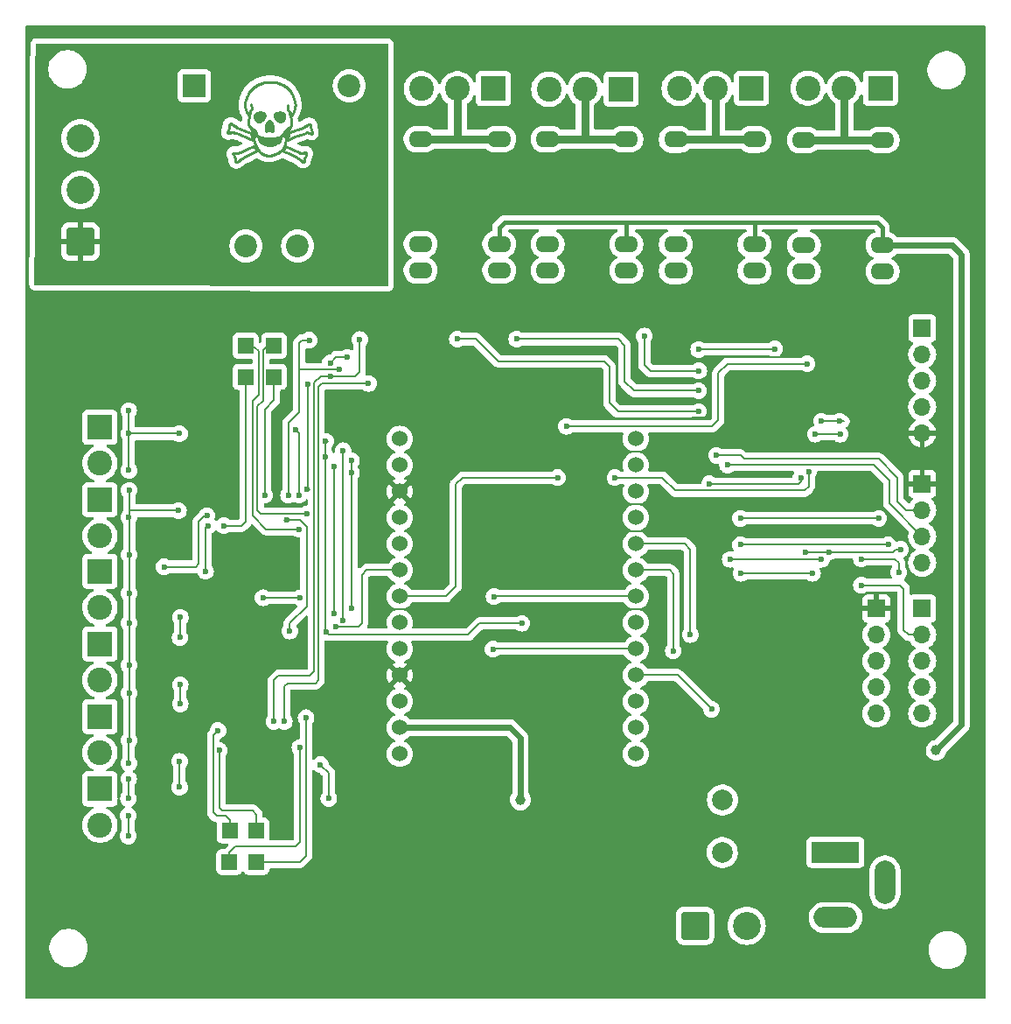
<source format=gbr>
%TF.GenerationSoftware,KiCad,Pcbnew,8.0.7-8.0.7-0~ubuntu22.04.1*%
%TF.CreationDate,2024-12-29T11:33:44+01:00*%
%TF.ProjectId,monitor_consumo,6d6f6e69-746f-4725-9f63-6f6e73756d6f,rev?*%
%TF.SameCoordinates,Original*%
%TF.FileFunction,Copper,L2,Bot*%
%TF.FilePolarity,Positive*%
%FSLAX46Y46*%
G04 Gerber Fmt 4.6, Leading zero omitted, Abs format (unit mm)*
G04 Created by KiCad (PCBNEW 8.0.7-8.0.7-0~ubuntu22.04.1) date 2024-12-29 11:33:44*
%MOMM*%
%LPD*%
G01*
G04 APERTURE LIST*
G04 Aperture macros list*
%AMRoundRect*
0 Rectangle with rounded corners*
0 $1 Rounding radius*
0 $2 $3 $4 $5 $6 $7 $8 $9 X,Y pos of 4 corners*
0 Add a 4 corners polygon primitive as box body*
4,1,4,$2,$3,$4,$5,$6,$7,$8,$9,$2,$3,0*
0 Add four circle primitives for the rounded corners*
1,1,$1+$1,$2,$3*
1,1,$1+$1,$4,$5*
1,1,$1+$1,$6,$7*
1,1,$1+$1,$8,$9*
0 Add four rect primitives between the rounded corners*
20,1,$1+$1,$2,$3,$4,$5,0*
20,1,$1+$1,$4,$5,$6,$7,0*
20,1,$1+$1,$6,$7,$8,$9,0*
20,1,$1+$1,$8,$9,$2,$3,0*%
G04 Aperture macros list end*
%TA.AperFunction,EtchedComponent*%
%ADD10C,0.253998*%
%TD*%
%TA.AperFunction,EtchedComponent*%
%ADD11C,0.263102*%
%TD*%
%TA.AperFunction,EtchedComponent*%
%ADD12C,0.254000*%
%TD*%
%TA.AperFunction,EtchedComponent*%
%ADD13C,0.000000*%
%TD*%
%TA.AperFunction,ComponentPad*%
%ADD14R,1.700000X1.700000*%
%TD*%
%TA.AperFunction,ComponentPad*%
%ADD15O,1.700000X1.700000*%
%TD*%
%TA.AperFunction,ComponentPad*%
%ADD16R,2.400000X2.400000*%
%TD*%
%TA.AperFunction,ComponentPad*%
%ADD17C,2.400000*%
%TD*%
%TA.AperFunction,ComponentPad*%
%ADD18C,2.000000*%
%TD*%
%TA.AperFunction,ComponentPad*%
%ADD19R,1.500000X1.500000*%
%TD*%
%TA.AperFunction,ComponentPad*%
%ADD20R,2.200000X2.200000*%
%TD*%
%TA.AperFunction,ComponentPad*%
%ADD21C,2.200000*%
%TD*%
%TA.AperFunction,ComponentPad*%
%ADD22RoundRect,0.250001X1.099999X-1.099999X1.099999X1.099999X-1.099999X1.099999X-1.099999X-1.099999X0*%
%TD*%
%TA.AperFunction,ComponentPad*%
%ADD23C,2.700000*%
%TD*%
%TA.AperFunction,ComponentPad*%
%ADD24O,2.300000X1.600000*%
%TD*%
%TA.AperFunction,ComponentPad*%
%ADD25C,1.524000*%
%TD*%
%TA.AperFunction,ComponentPad*%
%ADD26RoundRect,0.250001X-1.099999X-1.099999X1.099999X-1.099999X1.099999X1.099999X-1.099999X1.099999X0*%
%TD*%
%TA.AperFunction,ComponentPad*%
%ADD27R,4.600000X2.000000*%
%TD*%
%TA.AperFunction,ComponentPad*%
%ADD28O,4.200000X2.000000*%
%TD*%
%TA.AperFunction,ComponentPad*%
%ADD29O,2.000000X4.200000*%
%TD*%
%TA.AperFunction,ViaPad*%
%ADD30C,0.600000*%
%TD*%
%TA.AperFunction,ViaPad*%
%ADD31C,1.000000*%
%TD*%
%TA.AperFunction,Conductor*%
%ADD32C,0.200000*%
%TD*%
%TA.AperFunction,Conductor*%
%ADD33C,0.400000*%
%TD*%
%TA.AperFunction,Conductor*%
%ADD34C,0.600000*%
%TD*%
%TA.AperFunction,Conductor*%
%ADD35C,0.300000*%
%TD*%
%TA.AperFunction,Conductor*%
%ADD36C,0.800000*%
%TD*%
G04 APERTURE END LIST*
D10*
%TO.C,REF\u002A\u002A*%
X123905562Y-55873004D02*
X123906092Y-55860230D01*
X123905709Y-55886159D02*
X123905562Y-55873004D01*
X123906092Y-55860230D02*
X123907257Y-55847803D01*
X123907212Y-55908412D02*
X123905709Y-55886159D01*
X123907257Y-55847803D02*
X123909014Y-55835690D01*
X123909014Y-55835690D02*
X123911322Y-55823858D01*
X123909898Y-55927539D02*
X123907212Y-55908412D01*
X123911322Y-55823858D02*
X123914138Y-55812273D01*
X123913748Y-55943715D02*
X123909898Y-55927539D01*
X123914138Y-55812273D02*
X123921126Y-55789711D01*
X123918744Y-55957115D02*
X123913748Y-55943715D01*
X123921126Y-55789711D02*
X123929641Y-55767738D01*
X123924868Y-55967910D02*
X123918744Y-55957115D01*
X123929641Y-55767738D02*
X123939345Y-55746086D01*
X123932101Y-55976276D02*
X123924868Y-55967910D01*
X123939345Y-55746086D02*
X123960974Y-55702679D01*
X123940425Y-55982385D02*
X123932101Y-55976276D01*
X123949821Y-55986412D02*
X123940425Y-55982385D01*
X123960271Y-55988530D02*
X123949821Y-55986412D01*
X123960974Y-55702679D02*
X123983314Y-55657354D01*
X123971757Y-55988914D02*
X123960271Y-55988530D01*
X123983314Y-55657354D02*
X123993908Y-55633306D01*
X123984260Y-55987736D02*
X123971757Y-55988914D01*
X123993908Y-55633306D02*
X124003667Y-55607977D01*
X123997761Y-55985171D02*
X123984260Y-55987736D01*
X124003667Y-55607977D02*
X124012255Y-55581102D01*
X124012243Y-55981392D02*
X123997761Y-55985171D01*
X124012255Y-55581102D02*
X124016004Y-55567000D01*
X124016004Y-55567000D02*
X124019334Y-55552412D01*
X124019334Y-55552412D02*
X124022202Y-55537304D01*
X124022202Y-55537304D02*
X124024567Y-55521641D01*
X124024567Y-55521641D02*
X124026386Y-55505392D01*
X124026386Y-55505392D02*
X124027617Y-55488523D01*
X124027617Y-55488523D02*
X124030343Y-55421583D01*
X124027686Y-55976572D02*
X124012243Y-55981392D01*
X124030343Y-55421583D02*
X124032384Y-55358573D01*
X124032384Y-55358573D02*
X124033731Y-55328675D01*
X124033731Y-55328675D02*
X124035607Y-55299920D01*
X124035607Y-55299920D02*
X124038245Y-55272362D01*
X124038245Y-55272362D02*
X124041878Y-55246052D01*
X124041878Y-55246052D02*
X124046740Y-55221046D01*
X124046740Y-55221046D02*
X124049705Y-55209049D01*
X124049705Y-55209049D02*
X124053064Y-55197397D01*
X124053064Y-55197397D02*
X124056847Y-55186098D01*
X124056847Y-55186098D02*
X124061083Y-55175158D01*
X124061083Y-55175158D02*
X124065802Y-55164583D01*
X124061385Y-55964509D02*
X124027686Y-55976572D01*
X124065802Y-55164583D02*
X124071032Y-55154382D01*
X124071032Y-55154382D02*
X124076802Y-55144559D01*
X124076802Y-55144559D02*
X124083142Y-55135122D01*
X124083142Y-55135122D02*
X124090081Y-55126078D01*
X124090081Y-55126078D02*
X124097648Y-55117434D01*
X124097648Y-55117434D02*
X124105872Y-55109195D01*
X124105872Y-55109195D02*
X124114783Y-55101369D01*
X124114783Y-55101369D02*
X124124409Y-55093962D01*
X124124409Y-55093962D02*
X124134779Y-55086981D01*
X124134779Y-55086981D02*
X124149492Y-55078924D01*
X124139514Y-55935546D02*
X124061385Y-55964509D01*
X124149492Y-55078924D02*
X124164565Y-55072959D01*
X124164565Y-55072959D02*
X124179969Y-55068976D01*
X124179969Y-55068976D02*
X124195676Y-55066867D01*
X124183649Y-55921426D02*
X124139514Y-55935546D01*
X124195676Y-55066867D02*
X124211656Y-55066523D01*
X124206920Y-55915065D02*
X124183649Y-55921426D01*
X124211656Y-55066523D02*
X124227880Y-55067836D01*
X124227880Y-55067836D02*
X124244319Y-55070696D01*
X124230969Y-55909400D02*
X124206920Y-55915065D01*
X124244319Y-55070696D02*
X124260944Y-55074994D01*
X124255776Y-55904607D02*
X124230969Y-55909400D01*
X124260944Y-55074994D02*
X124277725Y-55080623D01*
X124277725Y-55080623D02*
X124294635Y-55087474D01*
X124281325Y-55900859D02*
X124255776Y-55904607D01*
X124294635Y-55087474D02*
X124311643Y-55095437D01*
X124307596Y-55898329D02*
X124281325Y-55900859D01*
X124311643Y-55095437D02*
X124328720Y-55104404D01*
X124328720Y-55104404D02*
X124362967Y-55124915D01*
X124334571Y-55897191D02*
X124307596Y-55898329D01*
X124362231Y-55897619D02*
X124334571Y-55897191D01*
X124362967Y-55124915D02*
X124397143Y-55148137D01*
X124390559Y-55899787D02*
X124362231Y-55897619D01*
X124397143Y-55148137D02*
X124431014Y-55173200D01*
X124419535Y-55903868D02*
X124390559Y-55899787D01*
X124427756Y-57975243D02*
X124428491Y-57964001D01*
X124428428Y-57986762D02*
X124427756Y-57975243D01*
X124428491Y-57964001D02*
X124430733Y-57953044D01*
X124430408Y-57998550D02*
X124428428Y-57986762D01*
X124430733Y-57953044D02*
X124434583Y-57942383D01*
X124431014Y-55173200D02*
X124464349Y-55199235D01*
X124433594Y-58010598D02*
X124430408Y-57998550D01*
X124434583Y-57942383D02*
X124440139Y-57932024D01*
X124437888Y-58022898D02*
X124433594Y-58010598D01*
X124440139Y-57932024D02*
X124447502Y-57921976D01*
X124443189Y-58035440D02*
X124437888Y-58022898D01*
X124447502Y-57921976D02*
X124456772Y-57912249D01*
X124449142Y-55910036D02*
X124419535Y-55903868D01*
X124449398Y-58048217D02*
X124443189Y-58035440D01*
X124456772Y-57912249D02*
X124467545Y-57903446D01*
X124464138Y-58074440D02*
X124449398Y-58048217D01*
X124464349Y-55199235D02*
X124528477Y-55250740D01*
X124467545Y-57903446D02*
X124479323Y-57896096D01*
X124479323Y-57896096D02*
X124492070Y-57890092D01*
X124481307Y-58101498D02*
X124464138Y-58074440D01*
X124492070Y-57890092D02*
X124505749Y-57885325D01*
X124505749Y-57885325D02*
X124520323Y-57881689D01*
X124519739Y-58157844D02*
X124481307Y-58101498D01*
X124520323Y-57881689D02*
X124535754Y-57879076D01*
X124528477Y-55250740D02*
X124558805Y-55274470D01*
X124535754Y-57879076D02*
X124569040Y-57876489D01*
X124539402Y-58186996D02*
X124519739Y-58157844D01*
X124558296Y-58216708D02*
X124539402Y-58186996D01*
X124558805Y-55274470D02*
X124587665Y-55295693D01*
X124565582Y-55941274D02*
X124449142Y-55910036D01*
X124569040Y-57876489D02*
X124605311Y-57876705D01*
X124575622Y-58246912D02*
X124558296Y-58216708D01*
X124583448Y-58262178D02*
X124575622Y-58246912D01*
X124587665Y-55295693D02*
X124614823Y-55313537D01*
X124590581Y-58277541D02*
X124583448Y-58262178D01*
X124596923Y-58292992D02*
X124590581Y-58277541D01*
X124602373Y-58308524D02*
X124596923Y-58292992D01*
X124605311Y-57876705D02*
X124644270Y-57878863D01*
X124606831Y-58324128D02*
X124602373Y-58308524D01*
X124610198Y-58339794D02*
X124606831Y-58324128D01*
X124614823Y-55313537D02*
X124627692Y-55320921D01*
X124617062Y-58386114D02*
X124610198Y-58339794D01*
X124621349Y-58430903D02*
X124617062Y-58386114D01*
X124623656Y-58473961D02*
X124621349Y-58430903D01*
X124624578Y-58515085D02*
X124623656Y-58473961D01*
X124624658Y-58590727D02*
X124624578Y-58515085D01*
X124625007Y-58624842D02*
X124624658Y-58590727D01*
X124626358Y-58656219D02*
X124625007Y-58624842D01*
X124627692Y-55320921D02*
X124640049Y-55327135D01*
X124629308Y-58684655D02*
X124626358Y-58656219D01*
X124634452Y-58709949D02*
X124629308Y-58684655D01*
X124638034Y-58721355D02*
X124634452Y-58709949D01*
X124640049Y-55327135D02*
X124856641Y-55425382D01*
X124642387Y-58731899D02*
X124638034Y-58721355D01*
X124644270Y-57878863D02*
X124729065Y-57885571D01*
X124647588Y-58741558D02*
X124642387Y-58731899D01*
X124653710Y-58750305D02*
X124647588Y-58741558D01*
X124660828Y-58758116D02*
X124653710Y-58750305D01*
X124669017Y-58764965D02*
X124660828Y-58758116D01*
X124678351Y-58770827D02*
X124669017Y-58764965D01*
X124688904Y-58775677D02*
X124678351Y-58770827D01*
X124695578Y-55981176D02*
X124565582Y-55941274D01*
X124700752Y-58779490D02*
X124688904Y-58775677D01*
X124713968Y-58782241D02*
X124700752Y-58779490D01*
X124728628Y-58783903D02*
X124713968Y-58782241D01*
X124729065Y-57885571D02*
X124774308Y-57888401D01*
X124744805Y-58784453D02*
X124728628Y-58783903D01*
X124759145Y-58783918D02*
X124744805Y-58784453D01*
X124772953Y-58782354D02*
X124759145Y-58783918D01*
X124774308Y-57888401D02*
X124821051Y-57889736D01*
X124786316Y-58779788D02*
X124772953Y-58782354D01*
X124799317Y-58776245D02*
X124786316Y-58779788D01*
X124812042Y-58771753D02*
X124799317Y-58776245D01*
X124821051Y-57889736D02*
X124868999Y-57888715D01*
X124824575Y-58766336D02*
X124812042Y-58771753D01*
X124837001Y-58760023D02*
X124824575Y-58766336D01*
X124849404Y-58752838D02*
X124837001Y-58760023D01*
X124856641Y-55425382D02*
X125104428Y-55534923D01*
X124861869Y-58744808D02*
X124849404Y-58752838D01*
X124868999Y-57888715D02*
X124917854Y-57884481D01*
X124874482Y-58735959D02*
X124861869Y-58744808D01*
X124900487Y-58715910D02*
X124874482Y-58735959D01*
X124917854Y-57884481D02*
X124967319Y-57876173D01*
X124928096Y-58692902D02*
X124900487Y-58715910D01*
X124957988Y-58667143D02*
X124928096Y-58692902D01*
X124967319Y-57876173D02*
X124992188Y-57870222D01*
X124984614Y-56081077D02*
X124695578Y-55981176D01*
X124990841Y-58638845D02*
X124957988Y-58667143D01*
X124992188Y-57870222D02*
X125017098Y-57862931D01*
X125017098Y-57862931D02*
X125042012Y-57854191D01*
X125027331Y-58608218D02*
X124990841Y-58638845D01*
X125042012Y-57854191D02*
X125066894Y-57843895D01*
X125066894Y-57843895D02*
X125091706Y-57831937D01*
X125068137Y-58575471D02*
X125027331Y-58608218D01*
X125090371Y-58558368D02*
X125068137Y-58575471D01*
X125091706Y-57831937D02*
X125116410Y-57818208D01*
X125104428Y-55534923D02*
X125619525Y-55757811D01*
X125113937Y-58540814D02*
X125090371Y-58558368D01*
X125116410Y-57818208D02*
X125801000Y-57519044D01*
X125138922Y-58522835D02*
X125113937Y-58540814D01*
X125165409Y-58504457D02*
X125138922Y-58522835D01*
X125193483Y-58485708D02*
X125165409Y-58504457D01*
X125223229Y-58466612D02*
X125193483Y-58485708D01*
X125254732Y-58447196D02*
X125223229Y-58466612D01*
X125288076Y-58427487D02*
X125254732Y-58447196D01*
X125292991Y-56197950D02*
X124984614Y-56081077D01*
X125323347Y-58407510D02*
X125288076Y-58427487D01*
X125360628Y-58387292D02*
X125323347Y-58407510D01*
X125562477Y-58282562D02*
X125360628Y-58387292D01*
X125589833Y-53184515D02*
X125592978Y-53387654D01*
X125592978Y-53387654D02*
X125598464Y-53434027D01*
X125597452Y-56320007D02*
X125292991Y-56197950D01*
X125598464Y-53434027D02*
X125605066Y-53478986D01*
X125600269Y-53073566D02*
X125589833Y-53184515D01*
X125605066Y-53478986D02*
X125612719Y-53522577D01*
X125612719Y-53522577D02*
X125621358Y-53564845D01*
X125618404Y-52957864D02*
X125600269Y-53073566D01*
X125619525Y-55757811D02*
X126209356Y-56008299D01*
X125621358Y-53564845D02*
X125630915Y-53605835D01*
X125630915Y-53605835D02*
X125641326Y-53645592D01*
X125641326Y-53645592D02*
X125652525Y-53684162D01*
X125644008Y-52838536D02*
X125618404Y-52957864D01*
X125652525Y-53684162D02*
X125664445Y-53721591D01*
X125664445Y-53721591D02*
X125690186Y-53793203D01*
X125676852Y-52716707D02*
X125644008Y-52838536D01*
X125690186Y-53793203D02*
X125718025Y-53860793D01*
X125716705Y-52593504D02*
X125676852Y-52716707D01*
X125718025Y-53860793D02*
X125747433Y-53924722D01*
X125747433Y-53924722D02*
X125777883Y-53985353D01*
X125763339Y-52470051D02*
X125716705Y-52593504D01*
X125777883Y-53985353D02*
X125808851Y-54043049D01*
X125788187Y-58169049D02*
X125562477Y-58282562D01*
X125801000Y-57519044D02*
X126465087Y-57232071D01*
X125808851Y-54043049D02*
X125839807Y-54098173D01*
X125816521Y-52347476D02*
X125763339Y-52470051D01*
X125839807Y-54098173D02*
X125899581Y-54202154D01*
X125843124Y-54004802D02*
X126064092Y-53962498D01*
X125876024Y-52226904D02*
X125816521Y-52347476D01*
X125899581Y-54202154D02*
X125927344Y-54251737D01*
D11*
X125914189Y-54908039D02*
X125914500Y-54942687D01*
X125914500Y-54942687D02*
X125916033Y-54976437D01*
X125915075Y-54872312D02*
X125914189Y-54908039D01*
X125916033Y-54976437D02*
X125918812Y-55009471D01*
X125918812Y-55009471D02*
X125922861Y-55041969D01*
X125920341Y-54796892D02*
X125915075Y-54872312D01*
X125922861Y-55041969D02*
X125928205Y-55074115D01*
D10*
X125927344Y-54251737D02*
X125952990Y-54300199D01*
D11*
X125928205Y-55074115D02*
X125934869Y-55106089D01*
X125930103Y-54714977D02*
X125920341Y-54796892D01*
X125934869Y-55106089D02*
X125942877Y-55138073D01*
D10*
X125941617Y-52109460D02*
X125876024Y-52226904D01*
D11*
X125942877Y-55138073D02*
X125952253Y-55170248D01*
X125944164Y-54625112D02*
X125930103Y-54714977D01*
X125952253Y-55170248D02*
X125963022Y-55202796D01*
D10*
X125952990Y-54300199D02*
X125975992Y-54347902D01*
D11*
X125962329Y-54525846D02*
X125944164Y-54625112D01*
X125963022Y-55202796D02*
X125988837Y-55269738D01*
D10*
X125975992Y-54347902D02*
X125995822Y-54395208D01*
D11*
X125984403Y-54415727D02*
X125962329Y-54525846D01*
X125988837Y-55269738D02*
X126020516Y-55340350D01*
X126007050Y-55289599D02*
X126017768Y-55299953D01*
D10*
X126013069Y-51996270D02*
X125941617Y-52109460D01*
D11*
X126017768Y-55299953D02*
X126052536Y-55337220D01*
X126020516Y-55340350D02*
X126058255Y-55416085D01*
X126023111Y-55312881D02*
X126007050Y-55289599D01*
X126039494Y-54157116D02*
X125984403Y-54415727D01*
X126052536Y-55337220D02*
X126108621Y-55394680D01*
X126058255Y-55416085D02*
X126102250Y-55498395D01*
X126064856Y-54035038D02*
X126039494Y-54157116D01*
X126073800Y-53986555D02*
X126064856Y-54035038D01*
X126080408Y-53944588D02*
X126073800Y-53986555D01*
X126084796Y-53907745D02*
X126080408Y-53944588D01*
X126087080Y-53874635D02*
X126084796Y-53907745D01*
D10*
X126090152Y-51888461D02*
X126013069Y-51996270D01*
X126101598Y-56532522D02*
X125597452Y-56320007D01*
D11*
X126102250Y-55498395D02*
X126127861Y-55540866D01*
X126108621Y-55394680D02*
X126143804Y-55428882D01*
X126127861Y-55540866D02*
X126153569Y-55576355D01*
X126143804Y-55428882D02*
X126183293Y-55465613D01*
X126153569Y-55576355D02*
X126179127Y-55606423D01*
D10*
X126172635Y-51787159D02*
X126090152Y-51888461D01*
X126175524Y-55976527D02*
X126274943Y-55703681D01*
D11*
X126179127Y-55606423D02*
X126204290Y-55632629D01*
X126183293Y-55465613D02*
X126226745Y-55504031D01*
X126204290Y-55632629D02*
X126252444Y-55679698D01*
D12*
X126208076Y-53192142D02*
X126218076Y-53632142D01*
D10*
X126209356Y-56008299D02*
X126310993Y-56624317D01*
D12*
X126218076Y-53632142D02*
X126087080Y-53874635D01*
D11*
X126226745Y-55504031D02*
X126273820Y-55543297D01*
D10*
X126248592Y-57943722D02*
X125788187Y-58169049D01*
D11*
X126252444Y-55679698D02*
X126274943Y-55703681D01*
D10*
X126260288Y-51693488D02*
X126172635Y-51787159D01*
D11*
X126273820Y-55543297D02*
X126324177Y-55582571D01*
X126274943Y-55703681D02*
X126296061Y-55730043D01*
X126296061Y-55730043D02*
X126315553Y-55760345D01*
D10*
X126310993Y-56624317D02*
X126101598Y-56532522D01*
D11*
X126315553Y-55760345D02*
X126333171Y-55796146D01*
X126324177Y-55582571D02*
X126377473Y-55621013D01*
X126333171Y-55796146D02*
X126341201Y-55816597D01*
X126348671Y-55839007D02*
X126355549Y-55863573D01*
D10*
X126352882Y-51608575D02*
X126260288Y-51693488D01*
D11*
X126355549Y-55863573D02*
X126361804Y-55890488D01*
X126361804Y-55890488D02*
X126372326Y-55952150D01*
X126372326Y-55952150D02*
X126379990Y-56025552D01*
X126377473Y-55621013D02*
X126433367Y-55657782D01*
X126379990Y-56025552D02*
X126384550Y-56112254D01*
X126385759Y-56213817D02*
X126386540Y-56273439D01*
X126386540Y-56273439D02*
X126389410Y-56332655D01*
X126389410Y-56332655D02*
X126394267Y-56391417D01*
X126394267Y-56391417D02*
X126401011Y-56449679D01*
X126401011Y-56449679D02*
X126409540Y-56507392D01*
X126409540Y-56507392D02*
X126419752Y-56564509D01*
X126419752Y-56564509D02*
X126444820Y-56676761D01*
D10*
X126421755Y-51553229D02*
X126352882Y-51608575D01*
D11*
X126433367Y-55657782D02*
X126491519Y-55692038D01*
X126444820Y-56676761D02*
X126475404Y-56786054D01*
D10*
X126465087Y-57232071D02*
X126767153Y-57696158D01*
D11*
X126475404Y-56786054D02*
X126510692Y-56892006D01*
X126491519Y-55692038D02*
X126510012Y-55703778D01*
D10*
X126496833Y-51498303D02*
X126421755Y-51553229D01*
D11*
X126510012Y-55703778D02*
X126527812Y-55718015D01*
X126510692Y-56892006D02*
X126549873Y-56994234D01*
X126527812Y-55718015D02*
X126544923Y-55734541D01*
X126544923Y-55734541D02*
X126561352Y-55753147D01*
X126549873Y-56994234D02*
X126592136Y-57092355D01*
X126561352Y-55753147D02*
X126577107Y-55773624D01*
X126577107Y-55773624D02*
X126592192Y-55795762D01*
D10*
X126577800Y-51444229D02*
X126496833Y-51498303D01*
D11*
X126592136Y-57092355D02*
X126636668Y-57185989D01*
X126592192Y-55795762D02*
X126606615Y-55819354D01*
X126606615Y-55819354D02*
X126620381Y-55844189D01*
X126620381Y-55844189D02*
X126645971Y-55896756D01*
X126636668Y-57185989D02*
X126682657Y-57274753D01*
X126645971Y-55896756D02*
X126669013Y-55951790D01*
D10*
X126664337Y-51391440D02*
X126577800Y-51444229D01*
D11*
X126669013Y-55951790D02*
X126689559Y-56007621D01*
X126682657Y-57274753D02*
X126729294Y-57358263D01*
X126729294Y-57358263D02*
X126775765Y-57436139D01*
D10*
X126756125Y-51340367D02*
X126664337Y-51391440D01*
X126767153Y-57696158D02*
X126248592Y-57943722D01*
D11*
X126775765Y-57436139D02*
X126821259Y-57507999D01*
X126821259Y-57507999D02*
X126864965Y-57573459D01*
D10*
X126852846Y-51291444D02*
X126756125Y-51340367D01*
D11*
X126864965Y-57573459D02*
X126943765Y-57683653D01*
X126943765Y-57683653D02*
X126975176Y-57724050D01*
D10*
X126954183Y-51245102D02*
X126852846Y-51291444D01*
D11*
X126975176Y-57724050D02*
X127007233Y-57762114D01*
X127007233Y-57762114D02*
X127039889Y-57797913D01*
X127039889Y-57797913D02*
X127073091Y-57831514D01*
D10*
X127059816Y-51201775D02*
X126954183Y-51245102D01*
D11*
X127073091Y-57831514D02*
X127106790Y-57862985D01*
X127106790Y-57862985D02*
X127140934Y-57892395D01*
X127140934Y-57892395D02*
X127175474Y-57919810D01*
D10*
X127169428Y-51161894D02*
X127059816Y-51201775D01*
D11*
X127175474Y-57919810D02*
X127210359Y-57945300D01*
X127210359Y-57945300D02*
X127245538Y-57968931D01*
X127245538Y-57968931D02*
X127280962Y-57990772D01*
X127280962Y-57990772D02*
X127316579Y-58010891D01*
D10*
X127282700Y-51125891D02*
X127169428Y-51161894D01*
D11*
X127316579Y-58010891D02*
X127352339Y-58029355D01*
X127352339Y-58029355D02*
X127424086Y-58061590D01*
D10*
X127399314Y-51094200D02*
X127282700Y-51125891D01*
D11*
X127424086Y-58061590D02*
X127495799Y-58088023D01*
X127495799Y-58088023D02*
X127567075Y-58109194D01*
D10*
X127518952Y-51067253D02*
X127399314Y-51094200D01*
D11*
X127567075Y-58109194D02*
X127637510Y-58125648D01*
X127637510Y-58125648D02*
X127706700Y-58137927D01*
D10*
X127641295Y-51045482D02*
X127518952Y-51067253D01*
D11*
X127706700Y-58137927D02*
X127774240Y-58146575D01*
D10*
X127766026Y-51029319D02*
X127641295Y-51045482D01*
D11*
X127774240Y-58146575D02*
X127839728Y-58152134D01*
X127839728Y-58152134D02*
X127902760Y-58155148D01*
D10*
X127892826Y-51019197D02*
X127766026Y-51029319D01*
D11*
X127902760Y-58155148D02*
X128019837Y-58155711D01*
D10*
X128015058Y-51015675D02*
X128143608Y-51019324D01*
X128021376Y-51015548D02*
X127892826Y-51019197D01*
D11*
X128057004Y-58146608D02*
X128001428Y-58155648D01*
X128115769Y-58135290D02*
X128057004Y-58146608D01*
D10*
X128143608Y-51019324D02*
X128270408Y-51029446D01*
D11*
X128177375Y-58121597D02*
X128115769Y-58135290D01*
X128241470Y-58105434D02*
X128177375Y-58121597D01*
D10*
X128270408Y-51029446D02*
X128395139Y-51045609D01*
D11*
X128307706Y-58086704D02*
X128241470Y-58105434D01*
X128375733Y-58065309D02*
X128307706Y-58086704D01*
D10*
X128395139Y-51045609D02*
X128517482Y-51067380D01*
D11*
X128445200Y-58041154D02*
X128375733Y-58065309D01*
X128515758Y-58014141D02*
X128445200Y-58041154D01*
D10*
X128517482Y-51067380D02*
X128637120Y-51094327D01*
D11*
X128587057Y-57984175D02*
X128515758Y-58014141D01*
D10*
X128637120Y-51094327D02*
X128753734Y-51126018D01*
D11*
X128658746Y-57951158D02*
X128587057Y-57984175D01*
X128730477Y-57914994D02*
X128658746Y-57951158D01*
D10*
X128753734Y-51126018D02*
X128867007Y-51162021D01*
D11*
X128801898Y-57875587D02*
X128730477Y-57914994D01*
D10*
X128867007Y-51162021D02*
X128976618Y-51201902D01*
D11*
X128872661Y-57832839D02*
X128801898Y-57875587D01*
X128942416Y-57786655D02*
X128872661Y-57832839D01*
D10*
X128976618Y-51201902D02*
X129082252Y-51245229D01*
D11*
X129010812Y-57736937D02*
X128942416Y-57786655D01*
X129077499Y-57683589D02*
X129010812Y-57736937D01*
D10*
X129082252Y-51245229D02*
X129183588Y-51291571D01*
D11*
X129102912Y-57660513D02*
X129077499Y-57683589D01*
X129128065Y-57634288D02*
X129102912Y-57660513D01*
X129153326Y-56260634D02*
X129150859Y-56259809D01*
X129156846Y-56258158D02*
X129153326Y-56260634D01*
X129166905Y-56244125D02*
X129156846Y-56258158D01*
X129177491Y-57573058D02*
X129128065Y-57634288D01*
X129180757Y-56219350D02*
X129166905Y-56244125D01*
D10*
X129183588Y-51291571D02*
X129280310Y-51340495D01*
D11*
X129225572Y-57501239D02*
X129177491Y-57573058D01*
X129268496Y-56045605D02*
X129180757Y-56219350D01*
X129272105Y-57420173D02*
X129225572Y-57501239D01*
D10*
X129280310Y-51340495D02*
X129372098Y-51391567D01*
X129286401Y-57717077D02*
X129783805Y-57956130D01*
D11*
X129297117Y-55991702D02*
X129268496Y-56045605D01*
X129316885Y-57331197D02*
X129272105Y-57420173D01*
X129327853Y-55936890D02*
X129297117Y-55991702D01*
X129359709Y-57235654D02*
X129316885Y-57331197D01*
X129360426Y-55882808D02*
X129327853Y-55936890D01*
D10*
X129372098Y-51391567D02*
X129458634Y-51444356D01*
D11*
X129394555Y-55831094D02*
X129360426Y-55882808D01*
X129400373Y-57134882D02*
X129359709Y-57235654D01*
X129429961Y-55783388D02*
X129394555Y-55831094D01*
X129438673Y-57030221D02*
X129400373Y-57134882D01*
X129448056Y-55761550D02*
X129429961Y-55783388D01*
D10*
X129458634Y-51444356D02*
X129539601Y-51498430D01*
D11*
X129466365Y-55741329D02*
X129448056Y-55761550D01*
X129474405Y-56923012D02*
X129438673Y-57030221D01*
D10*
X129475161Y-57224547D02*
X129286401Y-57717077D01*
D11*
X129484854Y-55722928D02*
X129466365Y-55741329D01*
X129503488Y-55706554D02*
X129484854Y-55722928D01*
X129507365Y-56814595D02*
X129474405Y-56923012D01*
X129522231Y-55692411D02*
X129503488Y-55706554D01*
X129537350Y-56706309D02*
X129507365Y-56814595D01*
D10*
X129539601Y-51498430D02*
X129614679Y-51553356D01*
D11*
X129541049Y-55680704D02*
X129522231Y-55692411D01*
X129564155Y-56599495D02*
X129537350Y-56706309D01*
X129587577Y-56495492D02*
X129564155Y-56599495D01*
X129599581Y-55646194D02*
X129541049Y-55680704D01*
X129607412Y-56395641D02*
X129587577Y-56495492D01*
D10*
X129614679Y-51553356D02*
X129683552Y-51608701D01*
D11*
X129623456Y-56301282D02*
X129607412Y-56395641D01*
X129635505Y-56213754D02*
X129623456Y-56301282D01*
X129656549Y-55608708D02*
X129599581Y-55646194D01*
X129661791Y-56027526D02*
X129648549Y-56113091D01*
X129675322Y-55955465D02*
X129661791Y-56027526D01*
D10*
X129683552Y-51608701D02*
X129776145Y-51693614D01*
D11*
X129689232Y-55895310D02*
X129675322Y-55955465D01*
D10*
X129701885Y-56609024D02*
X130375136Y-56335170D01*
D11*
X129703613Y-55845464D02*
X129689232Y-55895310D01*
X129711515Y-55569154D02*
X129656549Y-55608708D01*
X129718557Y-55804330D02*
X129703613Y-55845464D01*
X129734155Y-55770313D02*
X129718557Y-55804330D01*
X129750497Y-55741814D02*
X129734155Y-55770313D01*
D12*
X129753608Y-53723650D02*
X129884604Y-53966143D01*
X129763608Y-53283650D02*
X129753608Y-53723650D01*
D11*
X129764036Y-55528436D02*
X129711515Y-55569154D01*
X129767676Y-55717238D02*
X129750497Y-55741814D01*
D10*
X129776145Y-51693614D02*
X129863799Y-51787285D01*
X129783805Y-57956130D02*
X130656064Y-58380524D01*
D11*
X129785782Y-55694988D02*
X129767676Y-55717238D01*
X129813672Y-55487461D02*
X129764036Y-55528436D01*
X129825143Y-55651077D02*
X129785782Y-55694988D01*
D10*
X129836698Y-55954229D02*
X129701885Y-56609024D01*
D11*
X129846580Y-55626223D02*
X129825143Y-55651077D01*
X129859984Y-55447136D02*
X129813672Y-55487461D01*
D10*
X129863799Y-51787285D02*
X129946282Y-51888588D01*
D11*
X129869310Y-55597307D02*
X129846580Y-55626223D01*
X129884604Y-53966143D02*
X129886316Y-53987956D01*
X129886316Y-53987956D02*
X129889150Y-54010654D01*
X129889150Y-54010654D02*
X129893178Y-54034370D01*
X129893178Y-54034370D02*
X129898475Y-54059238D01*
X129893424Y-55562734D02*
X129869310Y-55597307D01*
X129898475Y-54059238D02*
X129905113Y-54085390D01*
X129905113Y-54085390D02*
X129913167Y-54112960D01*
X129913167Y-54112960D02*
X129922710Y-54142080D01*
X129919013Y-55520906D02*
X129893424Y-55562734D01*
X129922710Y-54142080D02*
X129933815Y-54172884D01*
D10*
X129924562Y-55923923D02*
X129825143Y-55651077D01*
D11*
X129933815Y-54172884D02*
X129946556Y-54205504D01*
X129940869Y-55372058D02*
X129859984Y-55447136D01*
D10*
X129946282Y-51888588D02*
X130023365Y-51996397D01*
D11*
X129946556Y-54205504D02*
X129984156Y-54305238D01*
X129952786Y-55457817D02*
X129919013Y-55520906D01*
X129983255Y-55391964D02*
X129952786Y-55457817D01*
X129984156Y-54305238D02*
X130015544Y-54402850D01*
D10*
X130012426Y-55893616D02*
X129836698Y-55954229D01*
D11*
X130015544Y-54402850D02*
X130040927Y-54498293D01*
D10*
X130023365Y-51996397D02*
X130094818Y-52109586D01*
D11*
X130033449Y-55252152D02*
X129983255Y-55391964D01*
X130033449Y-55252152D02*
X130010211Y-55323394D01*
X130040927Y-54498293D02*
X130060514Y-54591522D01*
D10*
X130060442Y-54348029D02*
X130040613Y-54395336D01*
D11*
X130060514Y-54591522D02*
X130074511Y-54682491D01*
X130067933Y-55101836D02*
X130052758Y-55178284D01*
X130074511Y-54682491D02*
X130083128Y-54771155D01*
X130078765Y-55022853D02*
X130067933Y-55101836D01*
X130083128Y-54771155D02*
X130086570Y-54857467D01*
D10*
X130083443Y-54300326D02*
X130060442Y-54348029D01*
D11*
X130085047Y-54941381D02*
X130078765Y-55022853D01*
X130086570Y-54857467D02*
X130085047Y-54941381D01*
D10*
X130094818Y-52109586D02*
X130160410Y-52227030D01*
X130109089Y-54251864D02*
X130083443Y-54300326D01*
X130136853Y-54202281D02*
X130109089Y-54251864D01*
X130160410Y-52227030D02*
X130219913Y-52347603D01*
X130196626Y-54098300D02*
X129975658Y-54055996D01*
X130196626Y-54098300D02*
X130136853Y-54202281D01*
X130219913Y-52347603D02*
X130273096Y-52470178D01*
X130227583Y-54043176D02*
X130196626Y-54098300D01*
X130258550Y-53985480D02*
X130227583Y-54043176D01*
X130273096Y-52470178D02*
X130319729Y-52593630D01*
X130289001Y-53924849D02*
X130258550Y-53985480D01*
X130318409Y-53860920D02*
X130289001Y-53924849D01*
X130319729Y-52593630D02*
X130359583Y-52716834D01*
X130346247Y-53793330D02*
X130318409Y-53860920D01*
X130359583Y-52716834D02*
X130392426Y-52838662D01*
X130371989Y-53721718D02*
X130346247Y-53793330D01*
X130375136Y-56335170D02*
X130664310Y-56222440D01*
X130383909Y-53684289D02*
X130371989Y-53721718D01*
X130392426Y-52838662D02*
X130418031Y-52957991D01*
X130395108Y-53645719D02*
X130383909Y-53684289D01*
X130405519Y-53605962D02*
X130395108Y-53645719D01*
X130415077Y-53564972D02*
X130405519Y-53605962D01*
X130418031Y-52957991D02*
X130436166Y-53073692D01*
X130423715Y-53522705D02*
X130415077Y-53564972D01*
X130431368Y-53479114D02*
X130423715Y-53522705D01*
X130436166Y-53073692D02*
X130446602Y-53184642D01*
X130437162Y-55740555D02*
X130012426Y-55893616D01*
X130437971Y-53434154D02*
X130431368Y-53479114D01*
X130443457Y-53387781D02*
X130437971Y-53434154D01*
X130446602Y-53184642D02*
X130449109Y-53289714D01*
X130449109Y-53289714D02*
X130443457Y-53387781D01*
X130656064Y-58380524D02*
X130693837Y-58399777D01*
X130664310Y-56222440D02*
X130958854Y-56111834D01*
X130693837Y-58399777D02*
X130729448Y-58419050D01*
X130694885Y-55642844D02*
X130437162Y-55740555D01*
X130729448Y-58419050D02*
X130762990Y-58438292D01*
X130762990Y-58438292D02*
X130794554Y-58457451D01*
X130794554Y-58457451D02*
X130824231Y-58476473D01*
X130824231Y-58476473D02*
X130852114Y-58495308D01*
X130852114Y-58495308D02*
X130878293Y-58513903D01*
X130854286Y-57862657D02*
X129475161Y-57224547D01*
X130878293Y-58513903D02*
X130902861Y-58532206D01*
X130879343Y-57875477D02*
X130854286Y-57862657D01*
X130902861Y-58532206D02*
X130925909Y-58550165D01*
X130904399Y-57886148D02*
X130879343Y-57875477D01*
X130925909Y-58550165D02*
X130947528Y-58567727D01*
X130929421Y-57894805D02*
X130904399Y-57886148D01*
X130947528Y-58567727D02*
X130986849Y-58601454D01*
X130954382Y-57901580D02*
X130929421Y-57894805D01*
X130957231Y-55538207D02*
X130694885Y-55642844D01*
X130958854Y-56111834D02*
X131237282Y-56013267D01*
X130979249Y-57906607D02*
X130954382Y-57901580D01*
X130986849Y-58601454D02*
X131021556Y-58632970D01*
X131003994Y-57910019D02*
X130979249Y-57906607D01*
X131021556Y-58632970D02*
X131052382Y-58661858D01*
X131028587Y-57911951D02*
X131003994Y-57910019D01*
X131052382Y-58661858D02*
X131080061Y-58687701D01*
X131052996Y-57912535D02*
X131028587Y-57911951D01*
X131077192Y-57911906D02*
X131052996Y-57912535D01*
X131080061Y-58687701D02*
X131105325Y-58710083D01*
X131101146Y-57910196D02*
X131077192Y-57911906D01*
X131105325Y-58710083D02*
X131117280Y-58719845D01*
X131117280Y-58719845D02*
X131128907Y-58728585D01*
X131128907Y-58728585D02*
X131140297Y-58736251D01*
X131140297Y-58736251D02*
X131151541Y-58742791D01*
X131148203Y-57904068D02*
X131101146Y-57910196D01*
X131151541Y-58742791D02*
X131162731Y-58748153D01*
X131162731Y-58748153D02*
X131173959Y-58752284D01*
X131173959Y-58752284D02*
X131185316Y-58755133D01*
X131185316Y-58755133D02*
X131196894Y-58756648D01*
X131193926Y-57895220D02*
X131148203Y-57904068D01*
X131196894Y-58756648D02*
X131208785Y-58756775D01*
X131204993Y-55432040D02*
X130957231Y-55538207D01*
X131208785Y-58756775D02*
X131221080Y-58755464D01*
X131221080Y-58755464D02*
X131233871Y-58752661D01*
X131233871Y-58752661D02*
X131247249Y-58748316D01*
X131237282Y-56013267D02*
X131478106Y-55936654D01*
X131238075Y-57884721D02*
X131193926Y-57895220D01*
X131247249Y-58748316D02*
X131261241Y-58742457D01*
X131261241Y-58742457D02*
X131273750Y-58735959D01*
X131273750Y-58735959D02*
X131284860Y-58728843D01*
X131284860Y-58728843D02*
X131294653Y-58721132D01*
X131294653Y-58721132D02*
X131303214Y-58712851D01*
X131303214Y-58712851D02*
X131310624Y-58704021D01*
X131310624Y-58704021D02*
X131316967Y-58694667D01*
X131316967Y-58694667D02*
X131322327Y-58684810D01*
X131317401Y-55380068D02*
X131204993Y-55432040D01*
X131320688Y-57863038D02*
X131238075Y-57884721D01*
X131322327Y-58684810D02*
X131326787Y-58674474D01*
X131326787Y-58674474D02*
X131330430Y-58663683D01*
X131330430Y-58663683D02*
X131333339Y-58652459D01*
X131333339Y-58652459D02*
X131335597Y-58640825D01*
X131335597Y-58640825D02*
X131338495Y-58616420D01*
X131338495Y-58616420D02*
X131339789Y-58590654D01*
X131339789Y-58590654D02*
X131340230Y-58535773D01*
X131340230Y-58535773D02*
X131340709Y-58507027D01*
X131340709Y-58507027D02*
X131342247Y-58477658D01*
X131342247Y-58477658D02*
X131345510Y-58447849D01*
X131345510Y-58447849D02*
X131351165Y-58417786D01*
X131351165Y-58417786D02*
X131355097Y-58402716D01*
X131355097Y-58402716D02*
X131359877Y-58387652D01*
X131358669Y-57853991D02*
X131320688Y-57863038D01*
X131359877Y-58387652D02*
X131365588Y-58372616D01*
X131365588Y-58372616D02*
X131372312Y-58357633D01*
X131372312Y-58357633D02*
X131387284Y-58328032D01*
X131387284Y-58328032D02*
X131403974Y-58296798D01*
X131394113Y-57847564D02*
X131358669Y-57853991D01*
X131403974Y-58296798D02*
X131440278Y-58230727D01*
X131418960Y-55329737D02*
X131317401Y-55380068D01*
X131426779Y-57844824D02*
X131394113Y-57847564D01*
X131430943Y-55323141D02*
X131418960Y-55329737D01*
X131440278Y-58230727D02*
X131476764Y-58162010D01*
X131441995Y-57845171D02*
X131426779Y-57844824D01*
X131443218Y-55315646D02*
X131430943Y-55323141D01*
X131456426Y-57846840D02*
X131441995Y-57845171D01*
X131468593Y-55298323D02*
X131443218Y-55315646D01*
X131470043Y-57849966D02*
X131456426Y-57846840D01*
X131476764Y-58162010D02*
X131493679Y-58127469D01*
X131478106Y-55936654D02*
X131507625Y-55929319D01*
X131482814Y-57854680D02*
X131470043Y-57849966D01*
X131493679Y-58127469D02*
X131508966Y-58093237D01*
X131494710Y-57861118D02*
X131482814Y-57854680D01*
X131494978Y-55278492D02*
X131468593Y-55298323D01*
X131505700Y-57869412D02*
X131494710Y-57861118D01*
X131507625Y-55929319D02*
X131537014Y-55924343D01*
X131508966Y-58093237D02*
X131522067Y-58059640D01*
X131515408Y-57879075D02*
X131505700Y-57869412D01*
X131522067Y-58059640D02*
X131532424Y-58027001D01*
X131522271Y-55256873D02*
X131494978Y-55278492D01*
X131523523Y-57889504D02*
X131515408Y-57879075D01*
X131530115Y-57900659D02*
X131523523Y-57889504D01*
X131532424Y-58027001D02*
X131536399Y-58011142D01*
X131535254Y-57912497D02*
X131530115Y-57900659D01*
X131536399Y-58011142D02*
X131539479Y-57995643D01*
X131537014Y-55924343D02*
X131566222Y-55921536D01*
X131539010Y-57924981D02*
X131535254Y-57912497D01*
X131539479Y-57995643D02*
X131541594Y-57980546D01*
X131541452Y-57938067D02*
X131539010Y-57924981D01*
X131541594Y-57980546D02*
X131542674Y-57965891D01*
X131542650Y-57951718D02*
X131541452Y-57938067D01*
X131542674Y-57965891D02*
X131542650Y-57951718D01*
X131566222Y-55921536D02*
X131595195Y-55920709D01*
X131579159Y-55211168D02*
X131522271Y-55256873D01*
X131595195Y-55920709D02*
X131623879Y-55921673D01*
X131608545Y-55188526D02*
X131579159Y-55211168D01*
X131623879Y-55921673D02*
X131652221Y-55924239D01*
X131638421Y-55166987D02*
X131608545Y-55188526D01*
X131652221Y-55924239D02*
X131680168Y-55928218D01*
X131668682Y-55147274D02*
X131638421Y-55166987D01*
X131680168Y-55928218D02*
X131707666Y-55933421D01*
X131683924Y-55138328D02*
X131668682Y-55147274D01*
X131699223Y-55130110D02*
X131683924Y-55138328D01*
X131707666Y-55933421D02*
X131734663Y-55939659D01*
X131714566Y-55122709D02*
X131699223Y-55130110D01*
X131729939Y-55116217D02*
X131714566Y-55122709D01*
X131734663Y-55939659D02*
X131761104Y-55946741D01*
X131745331Y-55110723D02*
X131729939Y-55116217D01*
X131760728Y-55106317D02*
X131745331Y-55110723D01*
X131761104Y-55946741D02*
X131812108Y-55962687D01*
X131776116Y-55103091D02*
X131760728Y-55106317D01*
X131791484Y-55101134D02*
X131776116Y-55103091D01*
X131806817Y-55100537D02*
X131791484Y-55101134D01*
X131812108Y-55962687D02*
X131860252Y-55979744D01*
X131822102Y-55101389D02*
X131806817Y-55100537D01*
X131837327Y-55103782D02*
X131822102Y-55101389D01*
X131852479Y-55107805D02*
X131837327Y-55103782D01*
X131860252Y-55979744D02*
X131905108Y-55996400D01*
X131867544Y-55113550D02*
X131852479Y-55107805D01*
X131882509Y-55121105D02*
X131867544Y-55113550D01*
X131893040Y-55127468D02*
X131882509Y-55121105D01*
X131902585Y-55133990D02*
X131893040Y-55127468D01*
X131905108Y-55996400D02*
X131946251Y-56011143D01*
X131911189Y-55140684D02*
X131902585Y-55133990D01*
X131918899Y-55147561D02*
X131911189Y-55140684D01*
X131925761Y-55154634D02*
X131918899Y-55147561D01*
X131931822Y-55161914D02*
X131925761Y-55154634D01*
X131937128Y-55169414D02*
X131931822Y-55161914D01*
X131941725Y-55177145D02*
X131937128Y-55169414D01*
X131945659Y-55185119D02*
X131941725Y-55177145D01*
X131946251Y-56011143D02*
X131983254Y-56022458D01*
X131948977Y-55193349D02*
X131945659Y-55185119D01*
X131951724Y-55201845D02*
X131948977Y-55193349D01*
X131953948Y-55210621D02*
X131951724Y-55201845D01*
X131955694Y-55219689D02*
X131953948Y-55210621D01*
X131955979Y-55369494D02*
X131956609Y-55342061D01*
X131956029Y-55398761D02*
X131955979Y-55369494D01*
X131956609Y-55342061D02*
X131958430Y-55292314D01*
X131957009Y-55229059D02*
X131955694Y-55219689D01*
X131957129Y-55429957D02*
X131956029Y-55398761D01*
X131957939Y-55238744D02*
X131957009Y-55229059D01*
X131958189Y-55446309D02*
X131957129Y-55429957D01*
X131958430Y-55292314D02*
X131958880Y-55269809D01*
X131958530Y-55248756D02*
X131957939Y-55238744D01*
X131958880Y-55269809D02*
X131958530Y-55248756D01*
X131959650Y-55463179D02*
X131958189Y-55446309D01*
X131964101Y-55497014D02*
X131959650Y-55463179D01*
X131970539Y-55530020D02*
X131964101Y-55497014D01*
X131978652Y-55562246D02*
X131970539Y-55530020D01*
X131983254Y-56022458D02*
X132000069Y-56026358D01*
X131988126Y-55593745D02*
X131978652Y-55562246D01*
X131998650Y-55624568D02*
X131988126Y-55593745D01*
X132000069Y-56026358D02*
X132015690Y-56028833D01*
X132009912Y-55654765D02*
X131998650Y-55624568D01*
X132015690Y-56028833D02*
X132030062Y-56029696D01*
X132030062Y-56029696D02*
X132043132Y-56028756D01*
X132033401Y-55713491D02*
X132009912Y-55654765D01*
X132043132Y-56028756D02*
X132054848Y-56025824D01*
X132054848Y-56025824D02*
X132065155Y-56020711D01*
X132056095Y-55770332D02*
X132033401Y-55713491D01*
X132065155Y-56020711D02*
X132069764Y-56017278D01*
X132066364Y-55798174D02*
X132056095Y-55770332D01*
X132069764Y-56017278D02*
X132074001Y-56013229D01*
X132074001Y-56013229D02*
X132077859Y-56008540D01*
X132075498Y-55825699D02*
X132066364Y-55798174D01*
X132077859Y-56008540D02*
X132081331Y-56003188D01*
X132081331Y-56003188D02*
X132087094Y-55990398D01*
X132083184Y-55852957D02*
X132075498Y-55825699D01*
X132087094Y-55990398D02*
X132091234Y-55974672D01*
X132089111Y-55880001D02*
X132083184Y-55852957D01*
X132091234Y-55974672D02*
X132093700Y-55955819D01*
X132092966Y-55906882D02*
X132089111Y-55880001D01*
X132093700Y-55955819D02*
X132094438Y-55933650D01*
X132094438Y-55933650D02*
X132092966Y-55906882D01*
D13*
%TA.AperFunction,EtchedComponent*%
G36*
X126813608Y-55973650D02*
G01*
X126863056Y-56148191D01*
X126883608Y-56433650D01*
X126723608Y-56423650D01*
X126583608Y-56443650D01*
X126483608Y-56573650D01*
X126305807Y-55745194D01*
X126813608Y-55973650D01*
G37*
%TD.AperFunction*%
%TA.AperFunction,EtchedComponent*%
G36*
X129543608Y-56573650D02*
G01*
X129443608Y-56443650D01*
X129303608Y-56423650D01*
X129143608Y-56433650D01*
X129164160Y-56148191D01*
X129213608Y-55973650D01*
X129721409Y-55745194D01*
X129543608Y-56573650D01*
G37*
%TD.AperFunction*%
%TA.AperFunction,EtchedComponent*%
G36*
X127025696Y-56211742D02*
G01*
X127187202Y-56267212D01*
X127347835Y-56314278D01*
X127507854Y-56352620D01*
X127667519Y-56381918D01*
X127827090Y-56401850D01*
X128013608Y-56412095D01*
X128013608Y-57293650D01*
X127883608Y-57293650D01*
X127759665Y-57284155D01*
X127624634Y-57262285D01*
X127493058Y-57231330D01*
X127373608Y-57173650D01*
X127263608Y-57103650D01*
X127163608Y-57043650D01*
X127093608Y-56993650D01*
X127003608Y-56913650D01*
X126933608Y-56843650D01*
X126853608Y-56683650D01*
X126813608Y-56533650D01*
X126773608Y-56383650D01*
X126756615Y-56240194D01*
X126863056Y-56148191D01*
X127025696Y-56211742D01*
G37*
%TD.AperFunction*%
%TA.AperFunction,EtchedComponent*%
G36*
X129270601Y-56240194D02*
G01*
X129253608Y-56383650D01*
X129213608Y-56533650D01*
X129173608Y-56683650D01*
X129093608Y-56843650D01*
X129023608Y-56913650D01*
X128933608Y-56993650D01*
X128863608Y-57043650D01*
X128763608Y-57103650D01*
X128653608Y-57173650D01*
X128534158Y-57231330D01*
X128402582Y-57262285D01*
X128267551Y-57284155D01*
X128143608Y-57293650D01*
X128013608Y-57293650D01*
X128013608Y-56412095D01*
X128200126Y-56401850D01*
X128359697Y-56381918D01*
X128519362Y-56352620D01*
X128679381Y-56314278D01*
X128840014Y-56267212D01*
X129001520Y-56211742D01*
X129164160Y-56148191D01*
X129270601Y-56240194D01*
G37*
%TD.AperFunction*%
%TA.AperFunction,EtchedComponent*%
G36*
X127997059Y-54716760D02*
G01*
X128038041Y-54722225D01*
X128078755Y-54733107D01*
X128118925Y-54749455D01*
X128158276Y-54771317D01*
X128196530Y-54798742D01*
X128233412Y-54831779D01*
X128268645Y-54870475D01*
X128301954Y-54914880D01*
X128333063Y-54965042D01*
X128361694Y-55021009D01*
X128387573Y-55082831D01*
X128410422Y-55150556D01*
X128429967Y-55224233D01*
X128445929Y-55303909D01*
X128458035Y-55389634D01*
X128458035Y-55389632D01*
X128458035Y-55389630D01*
X128458034Y-55389627D01*
X128458034Y-55389625D01*
X128458034Y-55389622D01*
X128458034Y-55389620D01*
X128467118Y-55438486D01*
X128474270Y-55485272D01*
X128479528Y-55529959D01*
X128482931Y-55572530D01*
X128484519Y-55612967D01*
X128484330Y-55651253D01*
X128482402Y-55687370D01*
X128478776Y-55721301D01*
X128473490Y-55753027D01*
X128466582Y-55782532D01*
X128458091Y-55809799D01*
X128448057Y-55834808D01*
X128436518Y-55857544D01*
X128423514Y-55877987D01*
X128409082Y-55896122D01*
X128393262Y-55911930D01*
X128376093Y-55925394D01*
X128357614Y-55936496D01*
X128337863Y-55945218D01*
X128316880Y-55951544D01*
X128294702Y-55955456D01*
X128271370Y-55956935D01*
X128246922Y-55955965D01*
X128221397Y-55952528D01*
X128194834Y-55946607D01*
X128167271Y-55938184D01*
X128138748Y-55927241D01*
X128109303Y-55913761D01*
X128078976Y-55897726D01*
X128047804Y-55879119D01*
X128015828Y-55857923D01*
X127983086Y-55834119D01*
X127937623Y-55862910D01*
X127895156Y-55887504D01*
X127855586Y-55908050D01*
X127818817Y-55924694D01*
X127784748Y-55937584D01*
X127753283Y-55946867D01*
X127724323Y-55952692D01*
X127697769Y-55955205D01*
X127673523Y-55954554D01*
X127651488Y-55950887D01*
X127631564Y-55944350D01*
X127613654Y-55935092D01*
X127597659Y-55923261D01*
X127583481Y-55909002D01*
X127571022Y-55892465D01*
X127560184Y-55873797D01*
X127550868Y-55853144D01*
X127542976Y-55830655D01*
X127536410Y-55806477D01*
X127531072Y-55780758D01*
X127526862Y-55753645D01*
X127523684Y-55725285D01*
X127520028Y-55665417D01*
X127519318Y-55602333D01*
X127520766Y-55537214D01*
X127526998Y-55405589D01*
X127530280Y-55326397D01*
X127537989Y-55251796D01*
X127549849Y-55181835D01*
X127565583Y-55116562D01*
X127584916Y-55056026D01*
X127607571Y-55000276D01*
X127633272Y-54949359D01*
X127661742Y-54903326D01*
X127692707Y-54862223D01*
X127725889Y-54826101D01*
X127761012Y-54795007D01*
X127797801Y-54768990D01*
X127835979Y-54748098D01*
X127875270Y-54732381D01*
X127915398Y-54721887D01*
X127956086Y-54716663D01*
X127997059Y-54716760D01*
G37*
%TD.AperFunction*%
%TA.AperFunction,EtchedComponent*%
G36*
X129046596Y-53880849D02*
G01*
X129078231Y-53882466D01*
X129109051Y-53885215D01*
X129139040Y-53889080D01*
X129168184Y-53894050D01*
X129196467Y-53900110D01*
X129223874Y-53907247D01*
X129250390Y-53915447D01*
X129276000Y-53924696D01*
X129300689Y-53934980D01*
X129324440Y-53946287D01*
X129347240Y-53958602D01*
X129369073Y-53971911D01*
X129389923Y-53986202D01*
X129409776Y-54001460D01*
X129428616Y-54017671D01*
X129446428Y-54034822D01*
X129463198Y-54052900D01*
X129478909Y-54071890D01*
X129493546Y-54091779D01*
X129507095Y-54112554D01*
X129519540Y-54134200D01*
X129530866Y-54156704D01*
X129541058Y-54180052D01*
X129550100Y-54204231D01*
X129557978Y-54229227D01*
X129564676Y-54255026D01*
X129570179Y-54281615D01*
X129574472Y-54308979D01*
X129577539Y-54337106D01*
X129577507Y-54337105D01*
X129579158Y-54365874D01*
X129579236Y-54395111D01*
X129577776Y-54424725D01*
X129574813Y-54454624D01*
X129570381Y-54484716D01*
X129564516Y-54514911D01*
X129557252Y-54545115D01*
X129548625Y-54575237D01*
X129538670Y-54605187D01*
X129527421Y-54634871D01*
X129514914Y-54664198D01*
X129501184Y-54693077D01*
X129486265Y-54721416D01*
X129470193Y-54749123D01*
X129453002Y-54776106D01*
X129434727Y-54802274D01*
X129415404Y-54827535D01*
X129395068Y-54851798D01*
X129373753Y-54874970D01*
X129351495Y-54896959D01*
X129328328Y-54917676D01*
X129304287Y-54937026D01*
X129279408Y-54954920D01*
X129253726Y-54971264D01*
X129227274Y-54985968D01*
X129200089Y-54998940D01*
X129172206Y-55010088D01*
X129143659Y-55019320D01*
X129114483Y-55026544D01*
X129084713Y-55031670D01*
X129054385Y-55034605D01*
X129023533Y-55035257D01*
X128992672Y-55033553D01*
X128962303Y-55029547D01*
X128932442Y-55023334D01*
X128903105Y-55015009D01*
X128874307Y-55004668D01*
X128846065Y-54992405D01*
X128818393Y-54978315D01*
X128791308Y-54962495D01*
X128764826Y-54945038D01*
X128738962Y-54926041D01*
X128713732Y-54905598D01*
X128689151Y-54883805D01*
X128642002Y-54836548D01*
X128597640Y-54785031D01*
X128556192Y-54730017D01*
X128517783Y-54672267D01*
X128482540Y-54612542D01*
X128450588Y-54551603D01*
X128422053Y-54490212D01*
X128397062Y-54429131D01*
X128375739Y-54369121D01*
X128358212Y-54310944D01*
X128351880Y-54283884D01*
X128347924Y-54257886D01*
X128346266Y-54232930D01*
X128346827Y-54208999D01*
X128349529Y-54186076D01*
X128354295Y-54164142D01*
X128361047Y-54143181D01*
X128369706Y-54123173D01*
X128380195Y-54104101D01*
X128392435Y-54085948D01*
X128406349Y-54068696D01*
X128421858Y-54052326D01*
X128438885Y-54036822D01*
X128457351Y-54022164D01*
X128477178Y-54008336D01*
X128498289Y-53995320D01*
X128544049Y-53971651D01*
X128594007Y-53951016D01*
X128647538Y-53933271D01*
X128704019Y-53918274D01*
X128762825Y-53905883D01*
X128823332Y-53895956D01*
X128884916Y-53888350D01*
X128946953Y-53882923D01*
X128980942Y-53881064D01*
X129014162Y-53880377D01*
X129046596Y-53880849D01*
G37*
%TD.AperFunction*%
%TA.AperFunction,EtchedComponent*%
G36*
X127123630Y-53876818D02*
G01*
X127157904Y-53878732D01*
X127218910Y-53884607D01*
X127277582Y-53893479D01*
X127333564Y-53905373D01*
X127386500Y-53920315D01*
X127436036Y-53938330D01*
X127481816Y-53959444D01*
X127503187Y-53971171D01*
X127523486Y-53983683D01*
X127542667Y-53996982D01*
X127560688Y-54011071D01*
X127577504Y-54025954D01*
X127593069Y-54041635D01*
X127607341Y-54058115D01*
X127620274Y-54075399D01*
X127631823Y-54093490D01*
X127641945Y-54112390D01*
X127650596Y-54132103D01*
X127657730Y-54152633D01*
X127663303Y-54173981D01*
X127667272Y-54196153D01*
X127669591Y-54219149D01*
X127670215Y-54242975D01*
X127669102Y-54267633D01*
X127666206Y-54293126D01*
X127661482Y-54319458D01*
X127654888Y-54346631D01*
X127637091Y-54404585D01*
X127615009Y-54463961D01*
X127588837Y-54524059D01*
X127558771Y-54584174D01*
X127525007Y-54643604D01*
X127487742Y-54701645D01*
X127447171Y-54757594D01*
X127403490Y-54810749D01*
X127356896Y-54860405D01*
X127307584Y-54905861D01*
X127281970Y-54926794D01*
X127255751Y-54946413D01*
X127228950Y-54964630D01*
X127201592Y-54981358D01*
X127173702Y-54996508D01*
X127145305Y-55009993D01*
X127116424Y-55021724D01*
X127087084Y-55031614D01*
X127057310Y-55039575D01*
X127027126Y-55045519D01*
X126996557Y-55049359D01*
X126965627Y-55051005D01*
X126934821Y-55050238D01*
X126904626Y-55046970D01*
X126875072Y-55041307D01*
X126846187Y-55033354D01*
X126818000Y-55023219D01*
X126790542Y-55011008D01*
X126763840Y-54996826D01*
X126737925Y-54980781D01*
X126712825Y-54962979D01*
X126688570Y-54943525D01*
X126665188Y-54922527D01*
X126642708Y-54900090D01*
X126621161Y-54876321D01*
X126600575Y-54851326D01*
X126580979Y-54825211D01*
X126562402Y-54798083D01*
X126544874Y-54770048D01*
X126528423Y-54741213D01*
X126513080Y-54711683D01*
X126498872Y-54681565D01*
X126485829Y-54650965D01*
X126473980Y-54619990D01*
X126463355Y-54588746D01*
X126453983Y-54557339D01*
X126445892Y-54525875D01*
X126439112Y-54494461D01*
X126433672Y-54463203D01*
X126429601Y-54432208D01*
X126426929Y-54401581D01*
X126425683Y-54371430D01*
X126425895Y-54341859D01*
X126427592Y-54312977D01*
X126427622Y-54312977D01*
X126430976Y-54284907D01*
X126436102Y-54257709D01*
X126442950Y-54231390D01*
X126451467Y-54205955D01*
X126461603Y-54181411D01*
X126473305Y-54157765D01*
X126486521Y-54135022D01*
X126501200Y-54113190D01*
X126517291Y-54092274D01*
X126534741Y-54072280D01*
X126553498Y-54053216D01*
X126573512Y-54035087D01*
X126594730Y-54017900D01*
X126617100Y-54001661D01*
X126640571Y-53986377D01*
X126665092Y-53972053D01*
X126690609Y-53958697D01*
X126717073Y-53946314D01*
X126744430Y-53934911D01*
X126772630Y-53924494D01*
X126801621Y-53915070D01*
X126831350Y-53906645D01*
X126861766Y-53899225D01*
X126892818Y-53892817D01*
X126924454Y-53887427D01*
X126956621Y-53883061D01*
X126989269Y-53879725D01*
X127022346Y-53877427D01*
X127055799Y-53876172D01*
X127089578Y-53875967D01*
X127123630Y-53876818D01*
G37*
%TD.AperFunction*%
%TD*%
D14*
%TO.P,J9,1,Pin_1*%
%TO.N,VDD*%
X191150000Y-89900000D03*
D15*
%TO.P,J9,2,Pin_2*%
%TO.N,/TX*%
X191150000Y-92440000D03*
%TO.P,J9,3,Pin_3*%
%TO.N,/RX*%
X191150000Y-94980000D03*
%TO.P,J9,4,Pin_4*%
%TO.N,GND*%
X191150000Y-97520000D03*
%TD*%
D16*
%TO.P,J15,1,Pin_1*%
%TO.N,Net-(J15-Pin_1)*%
X111550000Y-105400000D03*
D17*
%TO.P,J15,2,Pin_2*%
%TO.N,Net-(J15-Pin_2)*%
X111550000Y-108900000D03*
%TD*%
D18*
%TO.P,F1,1*%
%TO.N,+5V*%
X171810000Y-120470000D03*
%TO.P,F1,2*%
%TO.N,Net-(F1-Pad2)*%
X171800000Y-125550000D03*
%TD*%
D16*
%TO.P,J11,1,Pin_1*%
%TO.N,Net-(J11-Pin_1)*%
X111550000Y-84425000D03*
D17*
%TO.P,J11,2,Pin_2*%
%TO.N,Net-(J11-Pin_2)*%
X111550000Y-87925000D03*
%TD*%
D16*
%TO.P,J4,1,Pin_1*%
%TO.N,Net-(J4-Pin_1)*%
X174625000Y-51650000D03*
D17*
%TO.P,J4,2,Pin_2*%
%TO.N,Net-(J4-Pin_2)*%
X171125000Y-51650000D03*
%TO.P,J4,3,Pin_3*%
%TO.N,Net-(J4-Pin_3)*%
X167625000Y-51650000D03*
%TD*%
D16*
%TO.P,J17,1,Pin_1*%
%TO.N,Net-(J17-Pin_1)*%
X111550000Y-119425000D03*
D17*
%TO.P,J17,2,Pin_2*%
%TO.N,Net-(J17-Pin_2)*%
X111550000Y-122925000D03*
%TD*%
D19*
%TO.P,TP12,1,1*%
%TO.N,Net-(IC2-I4P)*%
X124100000Y-123425000D03*
%TD*%
D20*
%TO.P,T1,1,AA*%
%TO.N,Net-(J14-Pin_3)*%
X120690000Y-51400000D03*
D21*
%TO.P,T1,2,AB*%
%TO.N,Net-(J14-Pin_2)*%
X135690000Y-51400000D03*
%TO.P,T1,3,SA*%
%TO.N,Net-(T1-SA)*%
X130690000Y-66900000D03*
%TO.P,T1,4,SB*%
%TO.N,Net-(T1-SB)*%
X125690000Y-66900000D03*
%TD*%
D19*
%TO.P,TP14,1,1*%
%TO.N,Net-(IC2-ZX0)*%
X124075000Y-126475000D03*
%TD*%
%TO.P,TP7,1,1*%
%TO.N,Net-(IC1-IRQ0)*%
X128400000Y-76550000D03*
%TD*%
D22*
%TO.P,J14,1,Pin_1*%
%TO.N,Earth*%
X109650000Y-66477500D03*
D23*
%TO.P,J14,2,Pin_2*%
%TO.N,Net-(J14-Pin_2)*%
X109650000Y-61477500D03*
%TO.P,J14,3,Pin_3*%
%TO.N,Net-(J14-Pin_3)*%
X109650000Y-56477500D03*
%TD*%
D24*
%TO.P,K1,1*%
%TO.N,Net-(J2-Pin_2)*%
X142590000Y-56550000D03*
%TO.P,K1,5*%
%TO.N,Net-(D1-A)*%
X142590000Y-66710000D03*
%TO.P,K1,6*%
%TO.N,Net-(J2-Pin_3)*%
X142590000Y-69250000D03*
%TO.P,K1,7*%
%TO.N,Net-(J2-Pin_1)*%
X150210000Y-69250000D03*
%TO.P,K1,8*%
%TO.N,+5V*%
X150210000Y-66710000D03*
%TO.P,K1,12*%
%TO.N,Net-(J2-Pin_2)*%
X150210000Y-56550000D03*
%TD*%
D25*
%TO.P,U3,1,CLK_EN*%
%TO.N,unconnected-(U3-CLK_EN-Pad1)*%
X140570000Y-85550000D03*
%TO.P,U3,2,GND*%
%TO.N,GND*%
X140570000Y-88090000D03*
%TO.P,U3,3,3.3V*%
%TO.N,VDD*%
X140570000Y-90630000D03*
%TO.P,U3,4,ESP32_EN*%
%TO.N,unconnected-(U3-ESP32_EN-Pad4)*%
X140570000Y-93170000D03*
%TO.P,U3,5,IO32/ADC1_CH4/TCH9*%
%TO.N,/ISR*%
X140570000Y-95710000D03*
%TO.P,U3,6,IO33/ADC1_CH5/TCH8*%
%TO.N,~{CS2}*%
X140570000Y-98250000D03*
%TO.P,U3,7,IO5/BOOT_FLOAT*%
%TO.N,/SCL*%
X140570000Y-100790000D03*
%TO.P,U3,8,IO17/UART2_TX*%
%TO.N,~{CS1}*%
X140570000Y-103330000D03*
%TO.P,U3,9,GND*%
%TO.N,GND*%
X140570000Y-105870000D03*
%TO.P,U3,10,3.3V*%
%TO.N,VDD*%
X140570000Y-108410000D03*
%TO.P,U3,11,GND*%
%TO.N,GND*%
X140570000Y-110950000D03*
%TO.P,U3,12,5V*%
%TO.N,+5V*%
X140570000Y-113490000D03*
%TO.P,U3,13,LINK_LED*%
%TO.N,Net-(U3-LINK_LED)*%
X140570000Y-116030000D03*
%TO.P,U3,14,GND*%
%TO.N,GND*%
X163430000Y-116030000D03*
%TO.P,U3,15,IO2/ADC2_CH2/TCH2/PRG_FLOAT_OR_GND*%
%TO.N,Net-(U3-IO2{slash}ADC2_CH2{slash}TCH2{slash}PRG_FLOAT_OR_GND)*%
X163430000Y-113490000D03*
%TO.P,U3,16,IO4/ADC2_CH0/TCH0*%
%TO.N,/SDA*%
X163430000Y-110950000D03*
%TO.P,U3,17,IO35/ADC1_CH7/INPUT_ONLY*%
%TO.N,/Pulse*%
X163430000Y-108410000D03*
%TO.P,U3,18,IO12/ADC2_CH5/TCH5/BOOT_FLOAT_OR_LOW*%
%TO.N,MISO*%
X163430000Y-105870000D03*
%TO.P,U3,19,IO14/ADC2_CH6/TCH6*%
%TO.N,SCK*%
X163430000Y-103330000D03*
%TO.P,U3,20,IO15/ADC2_CH3/TCH3*%
%TO.N,MOSI*%
X163430000Y-100790000D03*
%TO.P,U3,21,IO36/ADC1_CH0/INPUT_ONLY*%
%TO.N,/ADC*%
X163430000Y-98250000D03*
%TO.P,U3,22,IO39/ADC1_CH3/INPUT_ONLY*%
%TO.N,/Input1*%
X163430000Y-95710000D03*
%TO.P,U3,23,GND*%
%TO.N,GND*%
X163430000Y-93170000D03*
%TO.P,U3,24,IO0/PRG_LOW/ETH_CLK*%
%TO.N,/ETH_CLK*%
X163430000Y-90630000D03*
%TO.P,U3,25,IO3/PRG_RX*%
%TO.N,/RX*%
X163430000Y-88090000D03*
%TO.P,U3,26,IO1/PRG_TX*%
%TO.N,/TX*%
X163430000Y-85550000D03*
%TD*%
D19*
%TO.P,TP18,1,1*%
%TO.N,Net-(IC2-IRQ0)*%
X126675000Y-126475000D03*
%TD*%
%TO.P,TP3,1,1*%
%TO.N,Net-(IC1-ZX0)*%
X125650000Y-76550000D03*
%TD*%
D24*
%TO.P,K3,1*%
%TO.N,Net-(J4-Pin_2)*%
X167290000Y-56600000D03*
%TO.P,K3,5*%
%TO.N,Net-(D3-A)*%
X167290000Y-66760000D03*
%TO.P,K3,6*%
%TO.N,Net-(J4-Pin_3)*%
X167290000Y-69300000D03*
%TO.P,K3,7*%
%TO.N,Net-(J4-Pin_1)*%
X174910000Y-69300000D03*
%TO.P,K3,8*%
%TO.N,+5V*%
X174910000Y-66760000D03*
%TO.P,K3,12*%
%TO.N,Net-(J4-Pin_2)*%
X174910000Y-56600000D03*
%TD*%
D16*
%TO.P,J13,1,Pin_1*%
%TO.N,Net-(J13-Pin_1)*%
X111550000Y-98375000D03*
D17*
%TO.P,J13,2,Pin_2*%
%TO.N,Net-(J13-Pin_2)*%
X111550000Y-101875000D03*
%TD*%
D14*
%TO.P,J6,1,Pin_1*%
%TO.N,GND*%
X191150000Y-74840000D03*
D15*
%TO.P,J6,2,Pin_2*%
%TO.N,/ISR*%
X191150000Y-77380000D03*
%TO.P,J6,3,Pin_3*%
%TO.N,/SDA*%
X191150000Y-79920000D03*
%TO.P,J6,4,Pin_4*%
%TO.N,/SCL*%
X191150000Y-82460000D03*
%TO.P,J6,5,Pin_5*%
%TO.N,VDD*%
X191150000Y-85000000D03*
%TD*%
D24*
%TO.P,K4,1*%
%TO.N,Net-(J5-Pin_2)*%
X179690000Y-56650000D03*
%TO.P,K4,5*%
%TO.N,Net-(D4-A)*%
X179690000Y-66810000D03*
%TO.P,K4,6*%
%TO.N,Net-(J5-Pin_3)*%
X179690000Y-69350000D03*
%TO.P,K4,7*%
%TO.N,Net-(J5-Pin_1)*%
X187310000Y-69350000D03*
%TO.P,K4,8*%
%TO.N,+5V*%
X187310000Y-66810000D03*
%TO.P,K4,12*%
%TO.N,Net-(J5-Pin_2)*%
X187310000Y-56650000D03*
%TD*%
D19*
%TO.P,TP2,1,1*%
%TO.N,Net-(IC1-I4N)*%
X128400000Y-79550000D03*
%TD*%
D16*
%TO.P,J12,1,Pin_1*%
%TO.N,Net-(J12-Pin_1)*%
X111550000Y-91450000D03*
D17*
%TO.P,J12,2,Pin_2*%
%TO.N,Net-(J12-Pin_2)*%
X111550000Y-94950000D03*
%TD*%
D16*
%TO.P,J5,1,Pin_1*%
%TO.N,Net-(J5-Pin_1)*%
X187100000Y-51625000D03*
D17*
%TO.P,J5,2,Pin_2*%
%TO.N,Net-(J5-Pin_2)*%
X183600000Y-51625000D03*
%TO.P,J5,3,Pin_3*%
%TO.N,Net-(J5-Pin_3)*%
X180100000Y-51625000D03*
%TD*%
D14*
%TO.P,J10,1,Pin_1*%
%TO.N,VDD*%
X186700000Y-101970000D03*
D15*
%TO.P,J10,2,Pin_2*%
%TO.N,/Input1*%
X186700000Y-104510000D03*
%TO.P,J10,3,Pin_3*%
%TO.N,/ADC*%
X186700000Y-107050000D03*
%TO.P,J10,4,Pin_4*%
%TO.N,/Pulse*%
X186700000Y-109590000D03*
%TO.P,J10,5,Pin_5*%
%TO.N,GND*%
X186700000Y-112130000D03*
%TD*%
D19*
%TO.P,TP1,1,1*%
%TO.N,Net-(IC1-I4P)*%
X125650000Y-79550000D03*
%TD*%
D24*
%TO.P,K2,1*%
%TO.N,Net-(J3-Pin_2)*%
X154890000Y-56550000D03*
%TO.P,K2,5*%
%TO.N,Net-(D2-A)*%
X154890000Y-66710000D03*
%TO.P,K2,6*%
%TO.N,Net-(J3-Pin_3)*%
X154890000Y-69250000D03*
%TO.P,K2,7*%
%TO.N,Net-(J3-Pin_1)*%
X162510000Y-69250000D03*
%TO.P,K2,8*%
%TO.N,+5V*%
X162510000Y-66710000D03*
%TO.P,K2,12*%
%TO.N,Net-(J3-Pin_2)*%
X162510000Y-56550000D03*
%TD*%
D14*
%TO.P,J1,1,Pin_1*%
%TO.N,GND*%
X191150000Y-101970000D03*
D15*
%TO.P,J1,2,Pin_2*%
%TO.N,Net-(J1-Pin_2)*%
X191150000Y-104510000D03*
%TO.P,J1,3,Pin_3*%
%TO.N,Net-(J1-Pin_3)*%
X191150000Y-107050000D03*
%TO.P,J1,4,Pin_4*%
%TO.N,Net-(J1-Pin_4)*%
X191150000Y-109590000D03*
%TO.P,J1,5,Pin_5*%
%TO.N,Net-(J1-Pin_5)*%
X191150000Y-112130000D03*
%TD*%
D19*
%TO.P,TP13,1,1*%
%TO.N,Net-(IC2-I4N)*%
X126700000Y-123425000D03*
%TD*%
D16*
%TO.P,J2,1,Pin_1*%
%TO.N,Net-(J2-Pin_1)*%
X149650000Y-51675000D03*
D17*
%TO.P,J2,2,Pin_2*%
%TO.N,Net-(J2-Pin_2)*%
X146150000Y-51675000D03*
%TO.P,J2,3,Pin_3*%
%TO.N,Net-(J2-Pin_3)*%
X142650000Y-51675000D03*
%TD*%
D26*
%TO.P,J7,1,Pin_1*%
%TO.N,+5V*%
X169150000Y-132650000D03*
D23*
%TO.P,J7,2,Pin_2*%
%TO.N,GND*%
X174150000Y-132650000D03*
%TD*%
D16*
%TO.P,J3,1,Pin_1*%
%TO.N,Net-(J3-Pin_1)*%
X162000000Y-51725000D03*
D17*
%TO.P,J3,2,Pin_2*%
%TO.N,Net-(J3-Pin_2)*%
X158500000Y-51725000D03*
%TO.P,J3,3,Pin_3*%
%TO.N,Net-(J3-Pin_3)*%
X155000000Y-51725000D03*
%TD*%
D27*
%TO.P,J8,1*%
%TO.N,Net-(F1-Pad2)*%
X182750000Y-125550000D03*
D28*
%TO.P,J8,2*%
%TO.N,GND*%
X182750000Y-131850000D03*
D29*
%TO.P,J8,3*%
X187550000Y-128450000D03*
%TD*%
D16*
%TO.P,J16,1,Pin_1*%
%TO.N,Net-(J16-Pin_1)*%
X111550000Y-112425000D03*
D17*
%TO.P,J16,2,Pin_2*%
%TO.N,Net-(J16-Pin_2)*%
X111550000Y-115925000D03*
%TD*%
D30*
%TO.N,GND*%
X119250000Y-85050000D03*
X114350000Y-93125000D03*
X119325000Y-102825000D03*
X114325000Y-118475000D03*
X114375000Y-114750000D03*
X114275000Y-122000000D03*
X114350000Y-88600000D03*
X119250000Y-116750000D03*
X130950000Y-100925000D03*
X114325000Y-82825000D03*
X114375000Y-90525000D03*
X114350000Y-116950000D03*
X114275000Y-123975000D03*
X114375000Y-96750000D03*
X119250000Y-119250000D03*
X114375000Y-103375000D03*
X114375000Y-100500000D03*
X119300000Y-104775000D03*
X114350000Y-85050000D03*
X119325000Y-109350000D03*
X119325000Y-111200000D03*
X114375000Y-110150000D03*
X119150000Y-92500000D03*
X114375000Y-107475000D03*
X127325000Y-100925000D03*
X114300000Y-120350000D03*
%TO.N,+5V*%
X194950000Y-96250000D03*
X189050000Y-96250000D03*
X179890000Y-96520000D03*
D31*
X192500000Y-115675000D03*
X152250000Y-120475000D03*
D30*
X182150000Y-96490000D03*
%TO.N,VDD*%
X184750000Y-75150000D03*
X136808698Y-89485504D03*
X136400000Y-109700000D03*
X134200000Y-83050000D03*
X124800000Y-109000000D03*
X178900000Y-109050000D03*
X146900000Y-99500000D03*
X156750000Y-111050000D03*
X178900000Y-105450000D03*
X185500000Y-90850000D03*
X129850000Y-78000000D03*
X178875000Y-112675000D03*
X124600000Y-89250000D03*
X169075000Y-116900000D03*
%TO.N,Net-(IC1-I3N)*%
X121775000Y-98375000D03*
X122050000Y-93950000D03*
%TO.N,Net-(IC1-I3P)*%
X121900000Y-92975000D03*
X117750000Y-97925000D03*
%TO.N,/ATM90E36/VAP*%
X135500000Y-77650000D03*
X131600000Y-90400000D03*
X133850000Y-78200000D03*
X131650000Y-80250000D03*
%TO.N,Net-(IC1-~{RESET})*%
X129600000Y-93400000D03*
X130800000Y-91000000D03*
X129925000Y-104150000D03*
X130450000Y-84700000D03*
%TO.N,/ATM90E36/VAN*%
X134700000Y-78800000D03*
X131800000Y-76000000D03*
X129800000Y-91000000D03*
%TO.N,/ATM90E36/VAP2*%
X133850000Y-79475000D03*
X136700000Y-75950000D03*
X128400000Y-112900000D03*
%TO.N,/ATM90E36/VAN2*%
X137550000Y-80200000D03*
X129400000Y-112900000D03*
%TO.N,/Input1*%
X168700000Y-104500000D03*
%TO.N,/Pulse*%
X170750000Y-111700000D03*
%TO.N,/ADC*%
X167050000Y-106050000D03*
%TO.N,Net-(IC1-I4P)*%
X123525000Y-93950000D03*
%TO.N,MISO*%
X135100000Y-103100000D03*
X149600000Y-105900000D03*
X135100000Y-86700000D03*
%TO.N,~{CS1}*%
X134200000Y-88200000D03*
X134200000Y-102475000D03*
%TO.N,MOSI*%
X149700000Y-100800000D03*
X135900000Y-88850000D03*
X135900000Y-101925000D03*
X135900000Y-87650000D03*
%TO.N,Net-(IC1-I4N)*%
X127500000Y-91000000D03*
%TO.N,Net-(IC1-IRQ0)*%
X131600000Y-92800000D03*
%TO.N,Net-(IC1-ZX0)*%
X130800000Y-94300000D03*
%TO.N,SCK*%
X152400000Y-103400000D03*
X133425000Y-104200000D03*
X133400000Y-85800000D03*
X133400000Y-87300000D03*
%TO.N,~{CS2}*%
X134400000Y-103700000D03*
%TO.N,Net-(IC2-I4N)*%
X123100000Y-115700000D03*
%TO.N,Net-(IC2-IRQ0)*%
X131500000Y-112525000D03*
%TO.N,Net-(IC2-ZX2)*%
X132900000Y-117075000D03*
X133700000Y-120350000D03*
%TO.N,Net-(IC2-ZX0)*%
X130900000Y-115400000D03*
%TO.N,Net-(IC2-I4P)*%
X122975736Y-113775736D03*
%TO.N,Net-(J1-Pin_5)*%
X173550000Y-93250000D03*
X186950000Y-93250000D03*
%TO.N,Net-(J1-Pin_3)*%
X188875000Y-98475000D03*
X185260000Y-97160000D03*
%TO.N,Net-(J1-Pin_2)*%
X185250000Y-99700000D03*
%TO.N,Net-(J1-Pin_4)*%
X187850000Y-95800000D03*
X173550000Y-95800000D03*
%TO.N,/SDA*%
X170550000Y-89900000D03*
X179400000Y-89350000D03*
%TO.N,/SCL*%
X161400000Y-89300000D03*
X180150000Y-88750000D03*
X155850000Y-89300000D03*
%TO.N,/ISR*%
X156700000Y-84350000D03*
X180000000Y-78300000D03*
%TO.N,/TX*%
X171225000Y-87150000D03*
%TO.N,/RX*%
X172310000Y-88090000D03*
%TO.N,Net-(Q1-G)*%
X146150000Y-75900000D03*
X169500000Y-82900000D03*
%TO.N,Net-(Q2-G)*%
X169500000Y-80900000D03*
X151900000Y-75900000D03*
%TO.N,Net-(Q3-G)*%
X164250000Y-75600000D03*
X169525000Y-78975000D03*
%TO.N,Net-(Q4-G)*%
X169500000Y-76900000D03*
X176875000Y-76850000D03*
%TO.N,Net-(U2-P5)*%
X181400000Y-83850000D03*
X183150000Y-83850000D03*
X181400000Y-97210000D03*
X172560000Y-97210000D03*
%TO.N,Net-(U2-P4)*%
X173610000Y-98570000D03*
X180800000Y-85100000D03*
X180530000Y-98570000D03*
X183200000Y-85100000D03*
%TD*%
D32*
%TO.N,GND*%
X114275000Y-122000000D02*
X114275000Y-123975000D01*
X114350000Y-93125000D02*
X114375000Y-93100000D01*
X114375000Y-100475000D02*
X114375000Y-107475000D01*
X114250000Y-110025000D02*
X114375000Y-110150000D01*
X114325000Y-118475000D02*
X114325000Y-120325000D01*
X114275000Y-85050000D02*
X114250000Y-85075000D01*
X119250000Y-116750000D02*
X119250000Y-119250000D01*
X119325000Y-109350000D02*
X119325000Y-111200000D01*
X127325000Y-100925000D02*
X127350000Y-100900000D01*
X114350000Y-116950000D02*
X114350000Y-114775000D01*
X114375000Y-92500000D02*
X114375000Y-90525000D01*
X114375000Y-100500000D02*
X114375000Y-93150000D01*
X119150000Y-92500000D02*
X114375000Y-92500000D01*
X119325000Y-102825000D02*
X119325000Y-104750000D01*
X114325000Y-120325000D02*
X114300000Y-120350000D01*
X119325000Y-104750000D02*
X119300000Y-104775000D01*
X119325000Y-111200000D02*
X119350000Y-111225000D01*
X114375000Y-110150000D02*
X114375000Y-114750000D01*
X114350000Y-88600000D02*
X114350000Y-85050000D01*
X114375000Y-107475000D02*
X114375000Y-110150000D01*
X114375000Y-93100000D02*
X114375000Y-92500000D01*
X114375000Y-100500000D02*
X114375000Y-100475000D01*
X114350000Y-114775000D02*
X114375000Y-114750000D01*
X130950000Y-100925000D02*
X127325000Y-100925000D01*
X114325000Y-82825000D02*
X114325000Y-85050000D01*
X114275000Y-85050000D02*
X119250000Y-85050000D01*
D33*
%TO.N,+5V*%
X162500000Y-64800000D02*
X162510000Y-64810000D01*
X162500000Y-64600000D02*
X150700000Y-64600000D01*
X162510000Y-64810000D02*
X162510000Y-66710000D01*
D34*
X194950000Y-87150000D02*
X194950000Y-87400000D01*
D33*
X150210000Y-65110000D02*
X150210000Y-66710000D01*
D34*
X152250000Y-114500000D02*
X152250000Y-120475000D01*
D33*
X186800000Y-64600000D02*
X174900000Y-64600000D01*
X174910000Y-64910000D02*
X174900000Y-64900000D01*
D32*
X194900000Y-96350000D02*
X194950000Y-96300000D01*
D33*
X174910000Y-64910000D02*
X174910000Y-66760000D01*
D32*
X188600000Y-96250000D02*
X189050000Y-96250000D01*
D33*
X187310000Y-66810000D02*
X187310000Y-65110000D01*
X162500000Y-64600000D02*
X162500000Y-64800000D01*
X150700000Y-64600000D02*
X150200000Y-65100000D01*
X187310000Y-65110000D02*
X186800000Y-64600000D01*
D34*
X194950000Y-96250000D02*
X194950000Y-96300000D01*
X140570000Y-113490000D02*
X151240000Y-113490000D01*
D32*
X179890000Y-96520000D02*
X188350000Y-96500000D01*
D33*
X174900000Y-64900000D02*
X174900000Y-64600000D01*
D34*
X194060000Y-66810000D02*
X194950000Y-67700000D01*
X194950000Y-67700000D02*
X194950000Y-87150000D01*
D33*
X174900000Y-64600000D02*
X162500000Y-64600000D01*
D34*
X187310000Y-66810000D02*
X194060000Y-66810000D01*
X151240000Y-113490000D02*
X152250000Y-114500000D01*
D32*
X188350000Y-96500000D02*
X188600000Y-96250000D01*
D34*
X194950000Y-87400000D02*
X194950000Y-96250000D01*
X194950000Y-113225000D02*
X192500000Y-115675000D01*
X194950000Y-96300000D02*
X194950000Y-113225000D01*
D33*
X150200000Y-65100000D02*
X150210000Y-65110000D01*
D32*
%TO.N,VDD*%
X162850000Y-102050000D02*
X162900000Y-102050000D01*
D35*
X168900000Y-83600000D02*
X170150000Y-83600000D01*
D32*
X164000000Y-86800000D02*
X163950000Y-86800000D01*
X177430000Y-77610000D02*
X176150000Y-77610000D01*
X141300000Y-102000000D02*
X139800000Y-102000000D01*
X162900000Y-102050000D02*
X164000000Y-102050000D01*
X163950000Y-86800000D02*
X162850000Y-86800000D01*
X162900000Y-91900000D02*
X163950000Y-91900000D01*
X162900000Y-94450000D02*
X163950000Y-94450000D01*
%TO.N,Net-(IC1-I3N)*%
X122050000Y-93950000D02*
X121975000Y-93950000D01*
X121975000Y-93950000D02*
X121775000Y-94150000D01*
X121775000Y-94150000D02*
X121775000Y-98375000D01*
%TO.N,Net-(IC1-I3P)*%
X120800000Y-97925000D02*
X121125000Y-97600000D01*
X121900000Y-92975000D02*
X121700000Y-92975000D01*
X121125000Y-93550000D02*
X121125000Y-95475000D01*
X121125000Y-97600000D02*
X121125000Y-95475000D01*
X117750000Y-97925000D02*
X120800000Y-97925000D01*
X121700000Y-92975000D02*
X121125000Y-93550000D01*
%TO.N,/ATM90E36/VAP*%
X131650000Y-90350000D02*
X131600000Y-90400000D01*
X134400000Y-77650000D02*
X133850000Y-78200000D01*
X131600000Y-90400000D02*
X131800000Y-90385503D01*
X135500000Y-77650000D02*
X134400000Y-77650000D01*
X131650000Y-80250000D02*
X131650000Y-90350000D01*
%TO.N,Net-(IC1-~{RESET})*%
X129600000Y-93400000D02*
X130900000Y-93400000D01*
X130900000Y-93400000D02*
X131312500Y-93812500D01*
X129400000Y-93400000D02*
X129600000Y-93400000D01*
X130800000Y-85050000D02*
X130450000Y-84700000D01*
X129925000Y-104150000D02*
X129925000Y-103375000D01*
X131312500Y-93812500D02*
X131400000Y-93900000D01*
X131550000Y-94050000D02*
X131312500Y-93812500D01*
X129925000Y-103375000D02*
X131550000Y-101750000D01*
X131550000Y-101750000D02*
X131550000Y-94050000D01*
X130800000Y-91000000D02*
X130800000Y-85050000D01*
%TO.N,/ATM90E36/VAN*%
X130850000Y-78800000D02*
X130850000Y-82950000D01*
X131800000Y-76000000D02*
X131100000Y-76000000D01*
X130850000Y-76250000D02*
X130850000Y-78800000D01*
X134700000Y-78800000D02*
X130850000Y-78800000D01*
X131100000Y-76000000D02*
X130850000Y-76250000D01*
X130850000Y-82950000D02*
X129800000Y-84000000D01*
X129800000Y-91000000D02*
X129800000Y-84000000D01*
%TO.N,/ATM90E36/VAP2*%
X128800000Y-108500000D02*
X128400000Y-108900000D01*
X132950000Y-79475000D02*
X132300000Y-80125000D01*
X132300000Y-108000000D02*
X131800000Y-108500000D01*
X131800000Y-108500000D02*
X128800000Y-108500000D01*
X133850000Y-79475000D02*
X136275000Y-79475000D01*
X128400000Y-108900000D02*
X128400000Y-112900000D01*
X132300000Y-80125000D02*
X132300000Y-108000000D01*
X133850000Y-79475000D02*
X132950000Y-79475000D01*
X136275000Y-79475000D02*
X136700000Y-79050000D01*
X133850000Y-79350000D02*
X133900000Y-79400000D01*
X136700000Y-79050000D02*
X136700000Y-75950000D01*
%TO.N,/ATM90E36/VAN2*%
X132700000Y-108900000D02*
X132700000Y-101500000D01*
X132700000Y-101500000D02*
X132700000Y-80500000D01*
X133000000Y-80200000D02*
X137550000Y-80200000D01*
X132400000Y-109200000D02*
X132700000Y-108900000D01*
X132700000Y-80500000D02*
X133000000Y-80200000D01*
X129700000Y-109200000D02*
X132400000Y-109200000D01*
X129400000Y-112900000D02*
X129400000Y-109500000D01*
X129400000Y-109500000D02*
X129700000Y-109200000D01*
%TO.N,/Input1*%
X167050000Y-95710000D02*
X167310000Y-95710000D01*
X168700000Y-104500000D02*
X168700000Y-96250000D01*
X168160000Y-95710000D02*
X168700000Y-96250000D01*
X163430000Y-95710000D02*
X167050000Y-95710000D01*
X167050000Y-95710000D02*
X168160000Y-95710000D01*
%TO.N,/Pulse*%
X167460000Y-108410000D02*
X170750000Y-111700000D01*
X163430000Y-108410000D02*
X167460000Y-108410000D01*
%TO.N,/ADC*%
X167050000Y-98600000D02*
X167050000Y-106050000D01*
X163430000Y-98250000D02*
X166700000Y-98250000D01*
X166700000Y-98250000D02*
X167050000Y-98600000D01*
%TO.N,Net-(IC1-I4P)*%
X125650000Y-93550000D02*
X125650000Y-79550000D01*
X123525000Y-93950000D02*
X125250000Y-93950000D01*
X125250000Y-93950000D02*
X125650000Y-93550000D01*
%TO.N,MISO*%
X135100000Y-101700000D02*
X135100000Y-101800000D01*
X135100000Y-101800000D02*
X135100000Y-103100000D01*
X135100000Y-86700000D02*
X135100000Y-101700000D01*
X149600000Y-105900000D02*
X149630000Y-105870000D01*
X149630000Y-105870000D02*
X163430000Y-105870000D01*
%TO.N,~{CS1}*%
X134200000Y-88200000D02*
X134200000Y-102475000D01*
%TO.N,MOSI*%
X135900000Y-89000000D02*
X135900000Y-88850000D01*
X163430000Y-100790000D02*
X149710000Y-100790000D01*
X135900000Y-88850000D02*
X135900000Y-87700000D01*
X135900000Y-102100000D02*
X135900000Y-89000000D01*
X135900000Y-87700000D02*
X135900000Y-87650000D01*
X149710000Y-100790000D02*
X149700000Y-100800000D01*
%TO.N,Net-(IC1-I4N)*%
X128400000Y-81800000D02*
X128400000Y-79550000D01*
X127500000Y-82700000D02*
X128400000Y-81800000D01*
X127500000Y-91000000D02*
X127500000Y-82700000D01*
%TO.N,Net-(IC1-IRQ0)*%
X127750000Y-76550000D02*
X128400000Y-76550000D01*
X127350000Y-76950000D02*
X127750000Y-76550000D01*
X126800000Y-92500000D02*
X126800000Y-82400000D01*
X131600000Y-92800000D02*
X127100000Y-92800000D01*
X127100000Y-92800000D02*
X126800000Y-92500000D01*
X126800000Y-82400000D02*
X127350000Y-81850000D01*
X127350000Y-81850000D02*
X127350000Y-76950000D01*
%TO.N,Net-(IC1-ZX0)*%
X126525000Y-76675000D02*
X125775000Y-76675000D01*
X126900000Y-77050000D02*
X126525000Y-76675000D01*
X126300000Y-92950000D02*
X126300000Y-81900000D01*
X126900000Y-81300000D02*
X126900000Y-77050000D01*
X130800000Y-94300000D02*
X127650000Y-94300000D01*
X125775000Y-76675000D02*
X125650000Y-76550000D01*
X126300000Y-81900000D02*
X126900000Y-81300000D01*
X127650000Y-94300000D02*
X126300000Y-92950000D01*
%TO.N,SCK*%
X133400000Y-85800000D02*
X133400000Y-87210674D01*
X133400000Y-104200000D02*
X133400000Y-103700000D01*
X148300000Y-103400000D02*
X147200000Y-104500000D01*
X152400000Y-103400000D02*
X148300000Y-103400000D01*
X133400000Y-87300000D02*
X133400000Y-101900000D01*
X133400000Y-101900000D02*
X133400000Y-103700000D01*
X133700000Y-104500000D02*
X133400000Y-104200000D01*
X133400000Y-85800000D02*
X133600000Y-85800000D01*
X133400000Y-87210674D02*
X133400000Y-87300000D01*
X147200000Y-104500000D02*
X133700000Y-104500000D01*
%TO.N,~{CS2}*%
X137350000Y-98250000D02*
X140570000Y-98250000D01*
X136600000Y-103700000D02*
X136900000Y-103400000D01*
X134400000Y-103700000D02*
X136600000Y-103700000D01*
X136900000Y-103400000D02*
X136900000Y-98700000D01*
X136900000Y-98700000D02*
X137350000Y-98250000D01*
%TO.N,Net-(IC2-I4N)*%
X126700000Y-121900000D02*
X126300000Y-121500000D01*
X123100000Y-121250000D02*
X123350000Y-121500000D01*
X123100000Y-115700000D02*
X123100000Y-121250000D01*
X123350000Y-121500000D02*
X126300000Y-121500000D01*
X126700000Y-123425000D02*
X126700000Y-121900000D01*
%TO.N,Net-(IC2-IRQ0)*%
X131500000Y-125875000D02*
X131500000Y-112525000D01*
X130900000Y-126475000D02*
X131500000Y-125875000D01*
X126675000Y-126475000D02*
X130900000Y-126475000D01*
%TO.N,Net-(IC2-ZX2)*%
X132900000Y-117075000D02*
X133700000Y-117875000D01*
X133700000Y-117875000D02*
X133700000Y-120350000D01*
%TO.N,Net-(IC2-ZX0)*%
X130900000Y-115400000D02*
X130900000Y-124575000D01*
X130500000Y-125000000D02*
X124675000Y-125000000D01*
X124675000Y-125000000D02*
X124075000Y-125600000D01*
X124075000Y-125600000D02*
X124075000Y-126475000D01*
X130900000Y-124575000D02*
X130500000Y-124975000D01*
X130500000Y-124975000D02*
X130500000Y-125000000D01*
X130900000Y-124575000D02*
X130675000Y-124800000D01*
%TO.N,Net-(IC2-I4P)*%
X124100000Y-122425000D02*
X123700000Y-122025000D01*
X122500000Y-114251471D02*
X122500000Y-121600000D01*
X124100000Y-123425000D02*
X124100000Y-122425000D01*
X122975736Y-113775736D02*
X122500000Y-114251471D01*
X123700000Y-122025000D02*
X122850000Y-122025000D01*
X122500000Y-121675000D02*
X122500000Y-121600000D01*
X122850000Y-122025000D02*
X122500000Y-121675000D01*
%TO.N,Net-(J1-Pin_5)*%
X173550000Y-93250000D02*
X186950000Y-93250000D01*
%TO.N,Net-(J1-Pin_3)*%
X185270000Y-97170000D02*
X185260000Y-97160000D01*
X188510000Y-97170000D02*
X185270000Y-97170000D01*
X188875000Y-98475000D02*
X188875000Y-97535000D01*
X188875000Y-97535000D02*
X188510000Y-97170000D01*
%TO.N,Net-(J1-Pin_2)*%
X185250000Y-99700000D02*
X189000000Y-99700000D01*
X189350000Y-100070000D02*
X189350000Y-104025000D01*
X189360000Y-100060000D02*
X189350000Y-100070000D01*
X189350000Y-104025000D02*
X189835000Y-104510000D01*
X189835000Y-104510000D02*
X191150000Y-104510000D01*
X189000000Y-99700000D02*
X189360000Y-100060000D01*
D36*
%TO.N,Net-(J2-Pin_2)*%
X146300000Y-56550000D02*
X142590000Y-56550000D01*
X146150000Y-56220000D02*
X146150000Y-51675000D01*
X150210000Y-56550000D02*
X146300000Y-56550000D01*
%TO.N,Net-(J3-Pin_2)*%
X158900000Y-56550000D02*
X158500000Y-56550000D01*
X158500000Y-56550000D02*
X154890000Y-56550000D01*
X158500000Y-56550000D02*
X158500000Y-51725000D01*
X162510000Y-56550000D02*
X158900000Y-56550000D01*
%TO.N,Net-(J4-Pin_2)*%
X171150000Y-56600000D02*
X171125000Y-56575000D01*
X174910000Y-56600000D02*
X171500000Y-56600000D01*
X171500000Y-56600000D02*
X171150000Y-56600000D01*
X171125000Y-56575000D02*
X171125000Y-51650000D01*
X171150000Y-56600000D02*
X167290000Y-56600000D01*
%TO.N,Net-(J5-Pin_2)*%
X183600000Y-56550000D02*
X183600000Y-51625000D01*
X187310000Y-56650000D02*
X183700000Y-56650000D01*
X183500000Y-56650000D02*
X179690000Y-56650000D01*
X183500000Y-56650000D02*
X183600000Y-56550000D01*
D32*
%TO.N,Net-(J1-Pin_4)*%
X187850000Y-95800000D02*
X173550000Y-95800000D01*
%TO.N,/SDA*%
X179150000Y-89900000D02*
X179400000Y-89650000D01*
X170550000Y-89900000D02*
X179150000Y-89900000D01*
X179400000Y-89650000D02*
X179400000Y-89150000D01*
%TO.N,/SCL*%
X146000000Y-99800000D02*
X145010000Y-100790000D01*
X180150000Y-88550000D02*
X180150000Y-90150000D01*
X146000000Y-89950000D02*
X146000000Y-99800000D01*
X180150000Y-90150000D02*
X179750000Y-90550000D01*
X179750000Y-90550000D02*
X167250000Y-90550000D01*
X167250000Y-90550000D02*
X166000000Y-89300000D01*
X166000000Y-89300000D02*
X161400000Y-89300000D01*
X146650000Y-89300000D02*
X146000000Y-89950000D01*
X145010000Y-100790000D02*
X140570000Y-100790000D01*
X155850000Y-89300000D02*
X146650000Y-89300000D01*
%TO.N,/ISR*%
X171400000Y-83750000D02*
X171400000Y-79200000D01*
X170800000Y-84350000D02*
X171400000Y-83750000D01*
X171400000Y-79200000D02*
X172300000Y-78300000D01*
X172300000Y-78300000D02*
X180000000Y-78300000D01*
X156700000Y-84350000D02*
X170800000Y-84350000D01*
%TO.N,/TX*%
X188750000Y-89300000D02*
X188650000Y-89200000D01*
X189590000Y-92440000D02*
X188750000Y-91600000D01*
X188750000Y-91600000D02*
X188750000Y-89300000D01*
X173560000Y-87150000D02*
X173900000Y-87490000D01*
X191150000Y-92440000D02*
X189590000Y-92440000D01*
X186940000Y-87490000D02*
X173900000Y-87490000D01*
X188650000Y-89200000D02*
X186950000Y-87500000D01*
X171225000Y-87150000D02*
X173560000Y-87150000D01*
X186950000Y-87500000D02*
X186940000Y-87490000D01*
%TO.N,/RX*%
X187950000Y-91780000D02*
X191150000Y-94980000D01*
X172300000Y-88100000D02*
X172310000Y-88090000D01*
X172310000Y-88090000D02*
X186490000Y-88090000D01*
X186490000Y-88090000D02*
X187950000Y-89550000D01*
X187950000Y-89550000D02*
X187950000Y-91780000D01*
%TO.N,Net-(Q1-G)*%
X146150000Y-75900000D02*
X147950000Y-75900000D01*
X150100000Y-78050000D02*
X160350000Y-78050000D01*
X160850000Y-82050000D02*
X161700000Y-82900000D01*
X161700000Y-82900000D02*
X169500000Y-82900000D01*
X160850000Y-78550000D02*
X160850000Y-82050000D01*
X160350000Y-78050000D02*
X160850000Y-78550000D01*
X147950000Y-75900000D02*
X150100000Y-78050000D01*
%TO.N,Net-(Q2-G)*%
X162350000Y-76500000D02*
X161750000Y-75900000D01*
X169500000Y-80900000D02*
X163250000Y-80900000D01*
X162350000Y-80000000D02*
X162350000Y-76500000D01*
X163250000Y-80900000D02*
X162350000Y-80000000D01*
X161750000Y-75900000D02*
X151900000Y-75900000D01*
%TO.N,Net-(Q3-G)*%
X169525000Y-78975000D02*
X164825000Y-78975000D01*
X164250000Y-78400000D02*
X164687500Y-78837500D01*
X164687500Y-78837500D02*
X164750000Y-78900000D01*
X164825000Y-78975000D02*
X164687500Y-78837500D01*
X164250000Y-75600000D02*
X164250000Y-78400000D01*
%TO.N,Net-(Q4-G)*%
X169550000Y-76850000D02*
X169500000Y-76900000D01*
X176875000Y-76850000D02*
X169550000Y-76850000D01*
%TO.N,Net-(U2-P5)*%
X181400000Y-83850000D02*
X183150000Y-83850000D01*
X181400000Y-97210000D02*
X172560000Y-97210000D01*
X183150000Y-83850000D02*
X183550000Y-83850000D01*
%TO.N,Net-(U2-P4)*%
X173610000Y-98570000D02*
X180530000Y-98570000D01*
X180850000Y-85100000D02*
X180800000Y-85100000D01*
X183200000Y-85100000D02*
X180850000Y-85100000D01*
%TD*%
%TA.AperFunction,Conductor*%
%TO.N,Earth*%
G36*
X139443039Y-47319685D02*
G01*
X139488794Y-47372489D01*
X139500000Y-47424000D01*
X139500000Y-70675638D01*
X139480315Y-70742677D01*
X139427511Y-70788432D01*
X139375638Y-70799637D01*
X105324167Y-70700362D01*
X105257186Y-70680483D01*
X105211585Y-70627545D01*
X105200530Y-70575835D01*
X105222959Y-65327514D01*
X107800000Y-65327514D01*
X107800000Y-66227500D01*
X108833520Y-66227500D01*
X108832665Y-66229564D01*
X108800000Y-66393782D01*
X108800000Y-66561218D01*
X108832665Y-66725436D01*
X108833520Y-66727500D01*
X107800000Y-66727500D01*
X107800000Y-67627485D01*
X107810493Y-67730189D01*
X107810494Y-67730196D01*
X107865641Y-67896618D01*
X107865643Y-67896623D01*
X107957684Y-68045844D01*
X108081655Y-68169815D01*
X108230876Y-68261856D01*
X108230881Y-68261858D01*
X108397303Y-68317005D01*
X108397310Y-68317006D01*
X108500014Y-68327499D01*
X108500027Y-68327500D01*
X109400000Y-68327500D01*
X109400000Y-67293980D01*
X109402064Y-67294835D01*
X109566282Y-67327500D01*
X109733718Y-67327500D01*
X109897936Y-67294835D01*
X109900000Y-67293980D01*
X109900000Y-68327500D01*
X110799973Y-68327500D01*
X110799985Y-68327499D01*
X110902689Y-68317006D01*
X110902696Y-68317005D01*
X111069118Y-68261858D01*
X111069123Y-68261856D01*
X111218344Y-68169815D01*
X111342315Y-68045844D01*
X111434356Y-67896623D01*
X111434358Y-67896618D01*
X111489505Y-67730196D01*
X111489506Y-67730189D01*
X111499999Y-67627485D01*
X111500000Y-67627472D01*
X111500000Y-66900000D01*
X124084551Y-66900000D01*
X124104317Y-67151151D01*
X124163126Y-67396110D01*
X124259533Y-67628859D01*
X124391160Y-67843653D01*
X124391161Y-67843656D01*
X124446604Y-67908571D01*
X124554776Y-68035224D01*
X124703066Y-68161875D01*
X124746343Y-68198838D01*
X124746346Y-68198839D01*
X124961140Y-68330466D01*
X125193889Y-68426873D01*
X125438852Y-68485683D01*
X125690000Y-68505449D01*
X125941148Y-68485683D01*
X126186111Y-68426873D01*
X126418859Y-68330466D01*
X126633659Y-68198836D01*
X126825224Y-68035224D01*
X126988836Y-67843659D01*
X127120466Y-67628859D01*
X127216873Y-67396111D01*
X127275683Y-67151148D01*
X127295449Y-66900000D01*
X129084551Y-66900000D01*
X129104317Y-67151151D01*
X129163126Y-67396110D01*
X129259533Y-67628859D01*
X129391160Y-67843653D01*
X129391161Y-67843656D01*
X129446604Y-67908571D01*
X129554776Y-68035224D01*
X129703066Y-68161875D01*
X129746343Y-68198838D01*
X129746346Y-68198839D01*
X129961140Y-68330466D01*
X130193889Y-68426873D01*
X130438852Y-68485683D01*
X130690000Y-68505449D01*
X130941148Y-68485683D01*
X131186111Y-68426873D01*
X131418859Y-68330466D01*
X131633659Y-68198836D01*
X131825224Y-68035224D01*
X131988836Y-67843659D01*
X132120466Y-67628859D01*
X132216873Y-67396111D01*
X132275683Y-67151148D01*
X132295449Y-66900000D01*
X132275683Y-66648852D01*
X132216873Y-66403889D01*
X132120466Y-66171141D01*
X132120466Y-66171140D01*
X131988839Y-65956346D01*
X131988838Y-65956343D01*
X131870051Y-65817262D01*
X131825224Y-65764776D01*
X131698571Y-65656604D01*
X131633656Y-65601161D01*
X131633653Y-65601160D01*
X131418859Y-65469533D01*
X131186110Y-65373126D01*
X130941151Y-65314317D01*
X130690000Y-65294551D01*
X130438848Y-65314317D01*
X130193889Y-65373126D01*
X129961140Y-65469533D01*
X129746346Y-65601160D01*
X129746343Y-65601161D01*
X129554776Y-65764776D01*
X129391161Y-65956343D01*
X129391160Y-65956346D01*
X129259533Y-66171140D01*
X129163126Y-66403889D01*
X129104317Y-66648848D01*
X129084551Y-66900000D01*
X127295449Y-66900000D01*
X127275683Y-66648852D01*
X127216873Y-66403889D01*
X127120466Y-66171141D01*
X127120466Y-66171140D01*
X126988839Y-65956346D01*
X126988838Y-65956343D01*
X126870051Y-65817262D01*
X126825224Y-65764776D01*
X126698571Y-65656604D01*
X126633656Y-65601161D01*
X126633653Y-65601160D01*
X126418859Y-65469533D01*
X126186110Y-65373126D01*
X125941151Y-65314317D01*
X125690000Y-65294551D01*
X125438848Y-65314317D01*
X125193889Y-65373126D01*
X124961140Y-65469533D01*
X124746346Y-65601160D01*
X124746343Y-65601161D01*
X124554776Y-65764776D01*
X124391161Y-65956343D01*
X124391160Y-65956346D01*
X124259533Y-66171140D01*
X124163126Y-66403889D01*
X124104317Y-66648848D01*
X124084551Y-66900000D01*
X111500000Y-66900000D01*
X111500000Y-66727500D01*
X110466480Y-66727500D01*
X110467335Y-66725436D01*
X110500000Y-66561218D01*
X110500000Y-66393782D01*
X110467335Y-66229564D01*
X110466480Y-66227500D01*
X111500000Y-66227500D01*
X111500000Y-65327527D01*
X111499999Y-65327514D01*
X111489506Y-65224810D01*
X111489505Y-65224803D01*
X111434358Y-65058381D01*
X111434356Y-65058376D01*
X111342315Y-64909155D01*
X111218344Y-64785184D01*
X111069123Y-64693143D01*
X111069118Y-64693141D01*
X110902696Y-64637994D01*
X110902689Y-64637993D01*
X110799985Y-64627500D01*
X109900000Y-64627500D01*
X109900000Y-65661019D01*
X109897936Y-65660165D01*
X109733718Y-65627500D01*
X109566282Y-65627500D01*
X109402064Y-65660165D01*
X109400000Y-65661019D01*
X109400000Y-64627500D01*
X108500014Y-64627500D01*
X108397310Y-64637993D01*
X108397303Y-64637994D01*
X108230881Y-64693141D01*
X108230876Y-64693143D01*
X108081655Y-64785184D01*
X107957684Y-64909155D01*
X107865643Y-65058376D01*
X107865641Y-65058381D01*
X107810494Y-65224803D01*
X107810493Y-65224810D01*
X107800000Y-65327514D01*
X105222959Y-65327514D01*
X105239412Y-61477498D01*
X107794773Y-61477498D01*
X107794773Y-61477501D01*
X107813657Y-61741527D01*
X107813658Y-61741534D01*
X107869921Y-62000173D01*
X107962426Y-62248190D01*
X107962428Y-62248194D01*
X108089280Y-62480505D01*
X108089285Y-62480513D01*
X108247906Y-62692407D01*
X108247922Y-62692425D01*
X108435074Y-62879577D01*
X108435092Y-62879593D01*
X108646986Y-63038214D01*
X108646994Y-63038219D01*
X108879305Y-63165071D01*
X108879309Y-63165073D01*
X108879311Y-63165074D01*
X109127322Y-63257577D01*
X109127325Y-63257577D01*
X109127326Y-63257578D01*
X109322552Y-63300046D01*
X109385974Y-63313843D01*
X109629660Y-63331272D01*
X109649999Y-63332727D01*
X109650000Y-63332727D01*
X109650001Y-63332727D01*
X109668885Y-63331376D01*
X109914026Y-63313843D01*
X110172678Y-63257577D01*
X110420689Y-63165074D01*
X110653011Y-63038216D01*
X110864915Y-62879587D01*
X111052087Y-62692415D01*
X111210716Y-62480511D01*
X111337574Y-62248189D01*
X111430077Y-62000178D01*
X111486343Y-61741526D01*
X111505227Y-61477500D01*
X111486343Y-61213474D01*
X111430077Y-60954822D01*
X111337574Y-60706811D01*
X111210716Y-60474489D01*
X111210714Y-60474486D01*
X111052093Y-60262592D01*
X111052077Y-60262574D01*
X110864925Y-60075422D01*
X110864907Y-60075406D01*
X110653013Y-59916785D01*
X110653005Y-59916780D01*
X110420694Y-59789928D01*
X110420690Y-59789926D01*
X110172673Y-59697421D01*
X109914034Y-59641158D01*
X109914027Y-59641157D01*
X109650001Y-59622273D01*
X109649999Y-59622273D01*
X109385972Y-59641157D01*
X109385965Y-59641158D01*
X109127326Y-59697421D01*
X108879309Y-59789926D01*
X108879305Y-59789928D01*
X108646994Y-59916780D01*
X108646986Y-59916785D01*
X108435092Y-60075406D01*
X108435074Y-60075422D01*
X108247922Y-60262574D01*
X108247906Y-60262592D01*
X108089285Y-60474486D01*
X108089280Y-60474494D01*
X107962428Y-60706805D01*
X107962426Y-60706809D01*
X107869921Y-60954826D01*
X107813658Y-61213465D01*
X107813657Y-61213472D01*
X107794773Y-61477498D01*
X105239412Y-61477498D01*
X105260779Y-56477498D01*
X107794773Y-56477498D01*
X107794773Y-56477501D01*
X107813657Y-56741527D01*
X107813658Y-56741534D01*
X107869921Y-57000173D01*
X107962426Y-57248190D01*
X107962428Y-57248194D01*
X108089280Y-57480505D01*
X108089285Y-57480513D01*
X108247906Y-57692407D01*
X108247922Y-57692425D01*
X108435074Y-57879577D01*
X108435092Y-57879593D01*
X108646986Y-58038214D01*
X108646994Y-58038219D01*
X108879305Y-58165071D01*
X108879309Y-58165073D01*
X108879311Y-58165074D01*
X109127322Y-58257577D01*
X109127325Y-58257577D01*
X109127326Y-58257578D01*
X109254138Y-58285164D01*
X109385974Y-58313843D01*
X109629660Y-58331272D01*
X109649999Y-58332727D01*
X109650000Y-58332727D01*
X109650001Y-58332727D01*
X109668885Y-58331376D01*
X109914026Y-58313843D01*
X110172678Y-58257577D01*
X110420689Y-58165074D01*
X110653011Y-58038216D01*
X110864915Y-57879587D01*
X111052087Y-57692415D01*
X111210716Y-57480511D01*
X111337574Y-57248189D01*
X111430077Y-57000178D01*
X111486343Y-56741526D01*
X111505227Y-56477500D01*
X111486343Y-56213474D01*
X111465430Y-56117338D01*
X111430078Y-55954826D01*
X111429771Y-55954003D01*
X111397238Y-55866777D01*
X123275472Y-55866777D01*
X123276447Y-55881221D01*
X123276622Y-55894708D01*
X123276040Y-55908742D01*
X123276385Y-55914820D01*
X123276273Y-55914826D01*
X123276938Y-55928387D01*
X123276964Y-55928386D01*
X123277102Y-55931740D01*
X123277227Y-55934269D01*
X123277215Y-55934465D01*
X123277216Y-55934473D01*
X123277732Y-55938147D01*
X123278929Y-55954003D01*
X123278939Y-55954968D01*
X123280812Y-55963864D01*
X123283188Y-55981047D01*
X123284784Y-56004681D01*
X123284979Y-56008387D01*
X123285141Y-56012706D01*
X123291256Y-56038398D01*
X123293419Y-56049858D01*
X123297090Y-56076000D01*
X123297089Y-56076000D01*
X123297091Y-56076005D01*
X123297987Y-56078573D01*
X123303319Y-56099612D01*
X123304193Y-56105011D01*
X123304194Y-56105015D01*
X123304195Y-56105020D01*
X123304197Y-56105025D01*
X123309593Y-56119501D01*
X123314033Y-56134098D01*
X123317610Y-56149128D01*
X123322334Y-56159428D01*
X123328088Y-56171975D01*
X123333093Y-56184693D01*
X123342457Y-56212981D01*
X123342461Y-56212990D01*
X123343385Y-56214619D01*
X123351716Y-56232479D01*
X123352370Y-56234235D01*
X123352371Y-56234236D01*
X123367333Y-56258464D01*
X123368947Y-56261152D01*
X123370288Y-56263452D01*
X123371901Y-56265863D01*
X123377503Y-56274934D01*
X123379854Y-56278904D01*
X123409577Y-56331299D01*
X123409684Y-56331449D01*
X123409758Y-56331553D01*
X123409761Y-56331558D01*
X123409763Y-56331560D01*
X123416057Y-56338841D01*
X123423860Y-56349566D01*
X123423887Y-56349546D01*
X123427537Y-56354416D01*
X123427539Y-56354419D01*
X123427541Y-56354421D01*
X123432194Y-56359503D01*
X123461784Y-56391824D01*
X123464167Y-56394504D01*
X123494097Y-56429157D01*
X123494583Y-56429666D01*
X123497834Y-56433427D01*
X123502252Y-56437623D01*
X123502227Y-56437648D01*
X123506450Y-56441546D01*
X123506473Y-56441521D01*
X123511008Y-56445590D01*
X123519219Y-56451616D01*
X123533952Y-56464417D01*
X123534497Y-56464876D01*
X123562757Y-56484261D01*
X123568772Y-56488659D01*
X123590814Y-56505820D01*
X123595367Y-56509366D01*
X123600519Y-56512620D01*
X123600500Y-56512648D01*
X123611817Y-56519574D01*
X123618009Y-56524118D01*
X123618982Y-56524832D01*
X123618986Y-56524834D01*
X123619641Y-56525222D01*
X123635790Y-56534447D01*
X123636422Y-56534795D01*
X123636426Y-56534796D01*
X123636428Y-56534798D01*
X123640483Y-56536536D01*
X123650479Y-56541361D01*
X123650573Y-56541411D01*
X123650577Y-56541414D01*
X123686146Y-56556298D01*
X123690696Y-56558311D01*
X123730986Y-56577120D01*
X123730992Y-56577121D01*
X123731731Y-56577382D01*
X123750170Y-56583547D01*
X123759427Y-56587515D01*
X123759434Y-56587517D01*
X123759436Y-56587518D01*
X123759437Y-56587518D01*
X123759491Y-56587535D01*
X123759881Y-56587678D01*
X123761534Y-56588186D01*
X123762563Y-56588507D01*
X123764155Y-56589011D01*
X123764543Y-56589111D01*
X123764595Y-56589127D01*
X123764603Y-56589130D01*
X123822039Y-56600771D01*
X123823015Y-56600973D01*
X123826800Y-56601774D01*
X123829328Y-56602337D01*
X123834684Y-56603590D01*
X123842932Y-56605822D01*
X123846128Y-56606807D01*
X123846135Y-56606807D01*
X123852100Y-56608020D01*
X123852093Y-56608050D01*
X123857947Y-56609031D01*
X123877536Y-56613614D01*
X123877543Y-56613614D01*
X123882716Y-56614299D01*
X123891001Y-56615270D01*
X123896186Y-56615799D01*
X123896195Y-56615801D01*
X123928888Y-56615918D01*
X123941083Y-56616565D01*
X123969087Y-56619444D01*
X123982900Y-56618141D01*
X123998692Y-56617664D01*
X124012551Y-56618128D01*
X124012552Y-56618127D01*
X124012558Y-56618128D01*
X124017213Y-56617362D01*
X124038411Y-56615723D01*
X124040664Y-56615743D01*
X124066723Y-56610791D01*
X124078237Y-56609159D01*
X124080237Y-56608970D01*
X124084528Y-56608642D01*
X124096398Y-56607943D01*
X124096406Y-56607940D01*
X124100228Y-56607336D01*
X124103080Y-56606976D01*
X124104641Y-56606671D01*
X124104651Y-56606671D01*
X124114890Y-56603611D01*
X124137255Y-56599120D01*
X124140204Y-56598806D01*
X124149569Y-56595882D01*
X124163361Y-56592432D01*
X124175598Y-56590108D01*
X124175609Y-56590103D01*
X124176266Y-56589910D01*
X124177790Y-56589330D01*
X124180975Y-56588189D01*
X124180979Y-56588189D01*
X124199705Y-56581485D01*
X124210168Y-56578254D01*
X124230481Y-56572955D01*
X124235591Y-56570476D01*
X124252770Y-56563671D01*
X124273640Y-56557159D01*
X124276616Y-56555537D01*
X124294147Y-56547679D01*
X124304831Y-56543854D01*
X124374580Y-56539797D01*
X124378702Y-56540826D01*
X124390061Y-56543873D01*
X124394252Y-56545078D01*
X124498905Y-56577201D01*
X124503011Y-56578540D01*
X124660065Y-56632824D01*
X124769125Y-56670519D01*
X124772563Y-56671764D01*
X124956637Y-56741527D01*
X125063893Y-56782176D01*
X125066073Y-56783026D01*
X125235695Y-56851026D01*
X125290596Y-56894243D01*
X125313416Y-56960281D01*
X125296912Y-57028173D01*
X125246321Y-57076365D01*
X125239208Y-57079746D01*
X124899983Y-57227987D01*
X124888264Y-57232418D01*
X124865611Y-57239696D01*
X124865605Y-57239699D01*
X124855791Y-57245153D01*
X124787826Y-57260520D01*
X124774471Y-57259685D01*
X124772430Y-57259541D01*
X124758614Y-57258448D01*
X124746737Y-57256467D01*
X124746705Y-57256675D01*
X124740678Y-57255742D01*
X124695256Y-57253226D01*
X124677205Y-57250888D01*
X124670853Y-57249585D01*
X124654033Y-57249484D01*
X124649105Y-57249454D01*
X124640076Y-57249071D01*
X124632146Y-57248444D01*
X124632145Y-57248444D01*
X124632144Y-57248444D01*
X124626061Y-57248561D01*
X124626056Y-57248352D01*
X124614004Y-57248724D01*
X124607124Y-57248343D01*
X124599500Y-57247921D01*
X124591693Y-57247240D01*
X124582034Y-57246088D01*
X124582030Y-57246088D01*
X124582028Y-57246088D01*
X124551730Y-57248442D01*
X124541391Y-57248813D01*
X124510979Y-57248633D01*
X124510978Y-57248633D01*
X124510975Y-57248633D01*
X124510971Y-57248633D01*
X124504916Y-57249194D01*
X124504864Y-57248637D01*
X124497969Y-57249195D01*
X124498001Y-57249643D01*
X124491922Y-57250066D01*
X124464404Y-57254725D01*
X124453316Y-57256091D01*
X124434903Y-57257522D01*
X124431290Y-57257750D01*
X124427249Y-57257945D01*
X124427231Y-57257947D01*
X124425508Y-57258253D01*
X124415969Y-57260933D01*
X124412462Y-57261863D01*
X124396419Y-57265866D01*
X124387107Y-57267814D01*
X124371969Y-57270378D01*
X124368453Y-57270921D01*
X124357612Y-57272438D01*
X124357605Y-57272439D01*
X124355857Y-57272861D01*
X124355625Y-57272933D01*
X124351239Y-57274604D01*
X124347904Y-57275820D01*
X124331494Y-57281538D01*
X124320714Y-57284754D01*
X124293884Y-57291448D01*
X124288153Y-57293493D01*
X124287965Y-57292967D01*
X124286177Y-57293604D01*
X124286331Y-57294035D01*
X124280598Y-57296075D01*
X124260358Y-57305609D01*
X124248332Y-57310521D01*
X124227210Y-57317882D01*
X124227205Y-57317884D01*
X124223523Y-57320050D01*
X124204544Y-57329138D01*
X124199555Y-57331025D01*
X124199548Y-57331028D01*
X124184678Y-57340307D01*
X124171880Y-57347283D01*
X124156030Y-57354749D01*
X124156026Y-57354751D01*
X124145819Y-57362296D01*
X124130340Y-57372058D01*
X124118348Y-57378435D01*
X124118345Y-57378437D01*
X124107543Y-57387263D01*
X124094745Y-57396429D01*
X124082907Y-57403817D01*
X124082906Y-57403817D01*
X124071397Y-57414631D01*
X124057851Y-57425668D01*
X124045162Y-57434596D01*
X124045155Y-57434602D01*
X124034794Y-57445474D01*
X124023494Y-57455943D01*
X124011866Y-57465444D01*
X124011864Y-57465446D01*
X124001776Y-57477685D01*
X123989900Y-57490204D01*
X123977885Y-57501221D01*
X123977881Y-57501225D01*
X123970026Y-57511944D01*
X123959781Y-57524184D01*
X123950614Y-57533803D01*
X123950611Y-57533806D01*
X123939678Y-57551054D01*
X123932609Y-57560322D01*
X123932826Y-57560484D01*
X123930604Y-57563458D01*
X123927012Y-57568038D01*
X123916369Y-57580968D01*
X123912071Y-57588982D01*
X123902830Y-57603645D01*
X123897459Y-57610975D01*
X123897453Y-57610985D01*
X123889089Y-57628935D01*
X123887026Y-57632715D01*
X123887164Y-57632785D01*
X123882997Y-57641049D01*
X123878293Y-57649066D01*
X123876202Y-57652927D01*
X123873352Y-57657908D01*
X123865382Y-57671117D01*
X123865379Y-57671124D01*
X123863018Y-57677660D01*
X123855678Y-57694122D01*
X123852393Y-57700247D01*
X123852388Y-57700259D01*
X123847500Y-57716290D01*
X123845894Y-57721188D01*
X123843244Y-57728738D01*
X123842823Y-57728590D01*
X123840074Y-57736150D01*
X123840475Y-57736301D01*
X123836195Y-57747677D01*
X123836010Y-57747607D01*
X123834314Y-57752547D01*
X123828361Y-57766699D01*
X123828361Y-57766700D01*
X123826888Y-57773899D01*
X123822040Y-57791135D01*
X123819549Y-57798034D01*
X123819547Y-57798042D01*
X123817237Y-57813302D01*
X123816225Y-57819063D01*
X123815261Y-57823879D01*
X123815080Y-57825184D01*
X123814097Y-57830030D01*
X123813937Y-57830979D01*
X123813736Y-57831813D01*
X123812043Y-57840169D01*
X123806360Y-57861390D01*
X123805680Y-57871790D01*
X123803430Y-57888540D01*
X123801340Y-57898756D01*
X123801339Y-57898765D01*
X123801257Y-57913722D01*
X123801093Y-57919455D01*
X123800843Y-57924280D01*
X123799830Y-57934925D01*
X123797722Y-57950094D01*
X123798614Y-57965394D01*
X123798560Y-57980684D01*
X123797561Y-57995972D01*
X123797561Y-57995973D01*
X123798544Y-58003426D01*
X123799552Y-58023337D01*
X123799360Y-58029756D01*
X123801638Y-58043321D01*
X123802860Y-58050596D01*
X123804361Y-58063908D01*
X123805592Y-58085004D01*
X123806541Y-58091020D01*
X123806156Y-58091080D01*
X123806509Y-58093289D01*
X123806990Y-58093212D01*
X123807963Y-58099228D01*
X123814908Y-58125493D01*
X123817312Y-58136639D01*
X123818534Y-58143907D01*
X123819021Y-58146805D01*
X123819528Y-58150096D01*
X123820816Y-58159266D01*
X123821228Y-58161276D01*
X123821814Y-58163440D01*
X123827449Y-58178287D01*
X123828571Y-58181366D01*
X123829023Y-58182659D01*
X123833406Y-58198501D01*
X123835232Y-58207344D01*
X123835835Y-58210266D01*
X123836399Y-58211599D01*
X123842061Y-58228171D01*
X123842748Y-58230770D01*
X123842749Y-58230772D01*
X123843616Y-58232545D01*
X123849523Y-58248458D01*
X123849675Y-58248402D01*
X123851791Y-58254125D01*
X123856378Y-58263565D01*
X123861916Y-58276882D01*
X123865821Y-58288066D01*
X123868382Y-58293590D01*
X123868307Y-58293624D01*
X123869746Y-58296436D01*
X123872108Y-58301812D01*
X123872109Y-58301815D01*
X123878456Y-58313106D01*
X123884577Y-58325588D01*
X123889256Y-58336660D01*
X123889459Y-58336959D01*
X123890526Y-58338995D01*
X123892166Y-58342011D01*
X123892119Y-58342036D01*
X123897991Y-58353241D01*
X123898445Y-58353013D01*
X123901188Y-58358451D01*
X123902986Y-58361284D01*
X123909814Y-58373524D01*
X123912020Y-58378065D01*
X123912023Y-58378069D01*
X123914186Y-58380922D01*
X123924647Y-58398962D01*
X123925165Y-58398680D01*
X123928088Y-58404025D01*
X123933444Y-58411878D01*
X123939097Y-58420989D01*
X123940568Y-58423605D01*
X123947416Y-58435788D01*
X123947417Y-58435790D01*
X123947419Y-58435792D01*
X123952601Y-58441840D01*
X123963139Y-58456084D01*
X123963685Y-58456945D01*
X123977352Y-58478484D01*
X123996644Y-58543651D01*
X123996910Y-58569681D01*
X123995464Y-58589862D01*
X123995430Y-58590089D01*
X123995430Y-58590095D01*
X123995430Y-58590100D01*
X123997088Y-58628632D01*
X123997203Y-58633838D01*
X123997208Y-58638821D01*
X123996674Y-58650443D01*
X123995830Y-58659497D01*
X123997452Y-58675122D01*
X123998107Y-58686634D01*
X123998161Y-58691907D01*
X123998173Y-58693067D01*
X123998174Y-58693070D01*
X123998217Y-58693276D01*
X124000737Y-58713365D01*
X124001953Y-58741596D01*
X124002067Y-58746399D01*
X124002078Y-58749145D01*
X124002078Y-58749146D01*
X124007108Y-58773876D01*
X124008933Y-58785792D01*
X124011535Y-58810876D01*
X124012144Y-58812847D01*
X124016947Y-58836082D01*
X124017262Y-58838992D01*
X124017263Y-58838997D01*
X124024101Y-58860769D01*
X124027310Y-58873209D01*
X124031855Y-58895561D01*
X124033581Y-58901164D01*
X124034159Y-58902772D01*
X124034433Y-58903679D01*
X124045503Y-58930494D01*
X124049188Y-58940655D01*
X124057999Y-58968710D01*
X124058239Y-58969366D01*
X124058244Y-58969364D01*
X124060590Y-58974979D01*
X124071636Y-58995494D01*
X124077069Y-59006952D01*
X124085243Y-59026750D01*
X124085957Y-59028478D01*
X124085959Y-59028482D01*
X124086773Y-59029703D01*
X124097095Y-59048547D01*
X124098055Y-59050731D01*
X124098057Y-59050734D01*
X124098058Y-59050736D01*
X124108327Y-59065408D01*
X124115905Y-59077707D01*
X124121474Y-59088049D01*
X124124394Y-59093471D01*
X124131499Y-59102074D01*
X124142078Y-59117003D01*
X124148276Y-59127281D01*
X124157372Y-59137263D01*
X124167308Y-59149680D01*
X124175056Y-59160750D01*
X124186156Y-59171381D01*
X124193978Y-59179589D01*
X124197107Y-59183189D01*
X124197006Y-59183276D01*
X124201123Y-59187732D01*
X124210845Y-59199805D01*
X124219207Y-59206799D01*
X124231298Y-59218386D01*
X124238283Y-59226051D01*
X124238652Y-59226456D01*
X124252896Y-59236959D01*
X124261590Y-59243996D01*
X124264130Y-59246249D01*
X124270656Y-59251872D01*
X124279349Y-59260087D01*
X124282951Y-59263491D01*
X124292023Y-59269188D01*
X124305626Y-59279077D01*
X124313849Y-59285955D01*
X124313853Y-59285957D01*
X124327658Y-59293502D01*
X124332839Y-59296806D01*
X124332902Y-59296702D01*
X124337959Y-59299715D01*
X124347259Y-59305839D01*
X124352744Y-59309814D01*
X124360155Y-59315185D01*
X124371879Y-59320573D01*
X124386035Y-59328229D01*
X124396959Y-59335090D01*
X124396960Y-59335090D01*
X124396960Y-59335091D01*
X124410148Y-59340121D01*
X124426246Y-59347622D01*
X124437836Y-59354071D01*
X124442626Y-59355612D01*
X124453897Y-59359239D01*
X124467679Y-59364601D01*
X124483020Y-59371652D01*
X124488468Y-59372953D01*
X124508132Y-59379426D01*
X124512369Y-59381226D01*
X124533794Y-59385685D01*
X124546507Y-59389044D01*
X124567347Y-59395751D01*
X124567354Y-59395751D01*
X124573311Y-59397042D01*
X124573227Y-59397429D01*
X124575814Y-59397986D01*
X124575917Y-59397508D01*
X124581865Y-59398782D01*
X124581872Y-59398784D01*
X124608777Y-59401833D01*
X124620066Y-59403643D01*
X124646597Y-59409167D01*
X124652669Y-59409220D01*
X124655746Y-59409286D01*
X124676457Y-59409990D01*
X124691887Y-59411485D01*
X124706433Y-59413819D01*
X124706434Y-59413819D01*
X124706440Y-59413820D01*
X124706445Y-59413819D01*
X124712521Y-59414190D01*
X124712514Y-59414297D01*
X124713246Y-59414325D01*
X124713247Y-59414280D01*
X124719340Y-59414368D01*
X124719351Y-59414370D01*
X124733430Y-59413192D01*
X124754117Y-59413192D01*
X124768358Y-59414386D01*
X124768368Y-59414384D01*
X124769741Y-59414365D01*
X124782701Y-59413853D01*
X124785238Y-59413689D01*
X124785250Y-59413690D01*
X124796836Y-59411791D01*
X124817711Y-59410163D01*
X124830591Y-59410249D01*
X124830591Y-59410248D01*
X124830592Y-59410249D01*
X124836659Y-59409692D01*
X124836664Y-59409748D01*
X124838268Y-59409565D01*
X124838260Y-59409500D01*
X124844295Y-59408677D01*
X124844300Y-59408677D01*
X124857651Y-59405499D01*
X124877715Y-59402432D01*
X124891675Y-59401458D01*
X124891679Y-59401456D01*
X124897693Y-59400438D01*
X124897706Y-59400519D01*
X124899037Y-59400263D01*
X124899021Y-59400187D01*
X124904979Y-59398910D01*
X124904987Y-59398910D01*
X124917442Y-59394931D01*
X124937493Y-59390319D01*
X124949917Y-59388531D01*
X124949926Y-59388527D01*
X124954413Y-59387424D01*
X124961798Y-59385423D01*
X124965335Y-59384376D01*
X124965338Y-59384374D01*
X124965342Y-59384374D01*
X124974804Y-59380527D01*
X124995461Y-59374163D01*
X125004269Y-59372272D01*
X125005540Y-59371722D01*
X125022161Y-59365898D01*
X125023933Y-59365416D01*
X125028538Y-59363120D01*
X125050355Y-59354706D01*
X125053697Y-59353769D01*
X125058533Y-59351311D01*
X125073439Y-59344926D01*
X125079199Y-59342894D01*
X125079201Y-59342892D01*
X125079206Y-59342891D01*
X125084723Y-59340311D01*
X125084801Y-59340477D01*
X125092679Y-59336843D01*
X125092521Y-59336496D01*
X125098059Y-59333977D01*
X125098060Y-59333976D01*
X125098064Y-59333975D01*
X125107024Y-59328783D01*
X125119975Y-59322261D01*
X125130264Y-59317815D01*
X125130270Y-59317811D01*
X125135600Y-59314857D01*
X125135618Y-59314890D01*
X125137271Y-59313824D01*
X125137276Y-59313823D01*
X125150437Y-59305343D01*
X125161407Y-59299045D01*
X125166346Y-59296536D01*
X125171358Y-59294161D01*
X125171654Y-59293994D01*
X125171666Y-59293989D01*
X125171675Y-59293981D01*
X125172017Y-59293790D01*
X125176189Y-59291554D01*
X125176317Y-59291472D01*
X125176316Y-59291472D01*
X125176323Y-59291469D01*
X125182482Y-59286625D01*
X125188020Y-59282514D01*
X125188355Y-59282280D01*
X125204352Y-59272790D01*
X125208673Y-59270647D01*
X125213718Y-59267493D01*
X125217415Y-59264835D01*
X125217423Y-59264831D01*
X125221674Y-59261091D01*
X125236416Y-59249956D01*
X125253652Y-59238853D01*
X125253656Y-59238848D01*
X125253720Y-59238799D01*
X125260348Y-59232846D01*
X125264566Y-59229331D01*
X125272706Y-59223102D01*
X125285467Y-59214150D01*
X125285989Y-59213603D01*
X125294692Y-59205336D01*
X125298994Y-59201628D01*
X125303229Y-59197978D01*
X125308473Y-59193702D01*
X125312671Y-59190466D01*
X125332567Y-59175128D01*
X125333980Y-59173508D01*
X125348022Y-59159783D01*
X125377294Y-59135390D01*
X125377303Y-59135378D01*
X125381577Y-59131041D01*
X125381942Y-59131401D01*
X125389043Y-59124038D01*
X125396870Y-59117296D01*
X125397777Y-59116524D01*
X125424465Y-59094124D01*
X125426491Y-59092462D01*
X125454916Y-59069651D01*
X125456758Y-59068203D01*
X125468436Y-59059220D01*
X125469761Y-59058217D01*
X125483914Y-59047674D01*
X125485348Y-59046624D01*
X125500349Y-59035829D01*
X125501837Y-59034779D01*
X125517738Y-59023746D01*
X125519342Y-59022653D01*
X125536401Y-59011260D01*
X125538192Y-59010089D01*
X125551538Y-59001521D01*
X125556430Y-58998380D01*
X125558257Y-58997230D01*
X125578156Y-58984966D01*
X125579937Y-58983892D01*
X125601405Y-58971204D01*
X125603357Y-58970073D01*
X125626645Y-58956883D01*
X125628519Y-58955845D01*
X125653807Y-58942130D01*
X125655629Y-58941163D01*
X125847416Y-58841654D01*
X125848599Y-58841051D01*
X126066557Y-58731436D01*
X126067553Y-58730942D01*
X126521239Y-58508903D01*
X126522168Y-58508454D01*
X126688085Y-58429244D01*
X126757064Y-58418127D01*
X126810640Y-58438207D01*
X126814973Y-58441118D01*
X126822906Y-58446916D01*
X126831294Y-58453574D01*
X126832323Y-58454102D01*
X126834723Y-58455786D01*
X126836418Y-58456879D01*
X126836375Y-58456945D01*
X126855927Y-58470660D01*
X126855988Y-58470580D01*
X126858040Y-58472142D01*
X126860101Y-58473588D01*
X126860833Y-58474269D01*
X126860835Y-58474270D01*
X126870367Y-58480147D01*
X126878443Y-58485574D01*
X126887729Y-58492359D01*
X126887733Y-58492361D01*
X126892969Y-58495449D01*
X126892834Y-58495677D01*
X126910736Y-58507218D01*
X126910909Y-58506972D01*
X126915893Y-58510472D01*
X126915899Y-58510477D01*
X126926362Y-58516386D01*
X126934503Y-58521410D01*
X126944776Y-58528311D01*
X126944778Y-58528312D01*
X126944780Y-58528313D01*
X126950148Y-58531200D01*
X126949921Y-58531620D01*
X126965885Y-58541060D01*
X126966170Y-58540622D01*
X126971286Y-58543934D01*
X126971290Y-58543938D01*
X126971294Y-58543940D01*
X126982739Y-58549850D01*
X126990926Y-58554478D01*
X127002237Y-58561452D01*
X127003022Y-58561744D01*
X127005228Y-58562913D01*
X127007715Y-58564128D01*
X127007674Y-58564210D01*
X127031706Y-58576947D01*
X127036523Y-58580376D01*
X127036524Y-58580376D01*
X127036525Y-58580377D01*
X127041934Y-58582807D01*
X127046562Y-58584886D01*
X127056741Y-58590033D01*
X127059921Y-58591830D01*
X127061581Y-58592376D01*
X127073651Y-58597057D01*
X127074557Y-58597464D01*
X127080634Y-58600395D01*
X127117677Y-58619522D01*
X127117682Y-58619523D01*
X127123345Y-58621776D01*
X127123133Y-58622309D01*
X127145620Y-58632212D01*
X127147082Y-58633108D01*
X127180989Y-58645605D01*
X127188898Y-58648835D01*
X127221841Y-58663637D01*
X127224727Y-58664300D01*
X127254769Y-58675454D01*
X127256158Y-58676186D01*
X127292489Y-58686977D01*
X127300043Y-58689488D01*
X127335615Y-58702600D01*
X127335619Y-58702600D01*
X127335620Y-58702601D01*
X127341508Y-58704136D01*
X127341389Y-58704589D01*
X127356688Y-58709176D01*
X127356901Y-58708550D01*
X127362667Y-58710509D01*
X127362676Y-58710513D01*
X127401477Y-58719577D01*
X127408566Y-58721456D01*
X127443242Y-58731756D01*
X127446784Y-58732808D01*
X127452767Y-58733962D01*
X127452676Y-58734429D01*
X127463199Y-58736374D01*
X127465776Y-58737098D01*
X127507019Y-58744417D01*
X127513560Y-58745760D01*
X127545751Y-58753280D01*
X127554350Y-58755289D01*
X127554359Y-58755289D01*
X127555795Y-58755479D01*
X127562228Y-58756639D01*
X127564676Y-58756952D01*
X127564678Y-58756953D01*
X127608322Y-58762540D01*
X127614181Y-58763434D01*
X127657551Y-58771132D01*
X127657552Y-58771131D01*
X127657553Y-58771132D01*
X127663648Y-58771603D01*
X127663647Y-58771605D01*
X127665417Y-58771660D01*
X127704714Y-58774996D01*
X127709966Y-58775556D01*
X127714934Y-58776192D01*
X127738966Y-58779269D01*
X127741297Y-58779717D01*
X127741314Y-58779603D01*
X127749496Y-58780804D01*
X127754103Y-58781207D01*
X127755713Y-58781414D01*
X127755722Y-58781413D01*
X127759782Y-58781532D01*
X127767435Y-58781449D01*
X127795672Y-58782799D01*
X127800152Y-58783098D01*
X127825004Y-58785208D01*
X127834780Y-58786614D01*
X127837460Y-58786891D01*
X127837464Y-58786891D01*
X127837469Y-58786892D01*
X127840324Y-58786905D01*
X127846967Y-58787203D01*
X127848297Y-58787184D01*
X127848298Y-58787185D01*
X127848298Y-58787184D01*
X127854407Y-58787102D01*
X127854407Y-58787160D01*
X127857611Y-58786988D01*
X127883500Y-58787113D01*
X127888804Y-58787253D01*
X127934753Y-58789451D01*
X127938865Y-58788835D01*
X127957805Y-58787470D01*
X127986164Y-58787606D01*
X127989864Y-58787680D01*
X127996638Y-58787919D01*
X128041454Y-58789494D01*
X128041455Y-58789493D01*
X128041459Y-58789494D01*
X128041462Y-58789493D01*
X128044315Y-58789313D01*
X128061451Y-58787968D01*
X128079049Y-58788054D01*
X128201274Y-58764352D01*
X128201278Y-58764350D01*
X128203914Y-58763839D01*
X128215448Y-58761192D01*
X128219924Y-58760465D01*
X128219928Y-58760463D01*
X128219931Y-58760463D01*
X128225810Y-58758903D01*
X128225812Y-58758910D01*
X128233957Y-58756495D01*
X128241017Y-58754926D01*
X128242418Y-58754615D01*
X128245853Y-58753903D01*
X128248126Y-58753465D01*
X128257883Y-58751585D01*
X128265542Y-58750659D01*
X128265532Y-58750587D01*
X128271551Y-58749684D01*
X128271560Y-58749684D01*
X128280436Y-58747445D01*
X128287292Y-58745921D01*
X128296432Y-58744162D01*
X128296435Y-58744160D01*
X128296438Y-58744160D01*
X128302277Y-58742428D01*
X128302296Y-58742492D01*
X128309677Y-58740070D01*
X128321562Y-58737073D01*
X128324960Y-58736268D01*
X128340464Y-58732822D01*
X128347574Y-58731756D01*
X128347555Y-58731650D01*
X128353546Y-58730576D01*
X128353548Y-58730575D01*
X128353552Y-58730575D01*
X128361108Y-58728437D01*
X128367904Y-58726723D01*
X128375281Y-58725084D01*
X128375287Y-58725081D01*
X128381070Y-58723185D01*
X128381106Y-58723296D01*
X128387752Y-58720903D01*
X128403088Y-58716566D01*
X128406446Y-58715668D01*
X128425486Y-58710866D01*
X128432012Y-58709696D01*
X128431985Y-58709564D01*
X128437941Y-58708316D01*
X128437941Y-58708315D01*
X128437949Y-58708315D01*
X128444036Y-58706400D01*
X128450866Y-58704467D01*
X128456381Y-58703077D01*
X128456385Y-58703074D01*
X128462117Y-58701014D01*
X128462169Y-58701159D01*
X128468082Y-58698838D01*
X128486421Y-58693070D01*
X128486834Y-58692939D01*
X128490267Y-58691914D01*
X128512733Y-58685562D01*
X128518634Y-58684324D01*
X128518597Y-58684170D01*
X128524509Y-58682745D01*
X128524519Y-58682744D01*
X128528986Y-58681190D01*
X128535942Y-58678999D01*
X128539594Y-58677967D01*
X128539602Y-58677962D01*
X128545272Y-58675739D01*
X128545340Y-58675914D01*
X128550504Y-58673707D01*
X128572641Y-58666010D01*
X128576113Y-58664861D01*
X128601973Y-58656727D01*
X128607200Y-58655467D01*
X128607154Y-58655297D01*
X128613035Y-58653685D01*
X128613039Y-58653683D01*
X128613047Y-58653682D01*
X128615898Y-58652589D01*
X128623054Y-58650098D01*
X128624745Y-58649567D01*
X128624755Y-58649561D01*
X128630354Y-58647176D01*
X128630442Y-58647383D01*
X128634793Y-58645356D01*
X128660281Y-58635597D01*
X128663817Y-58634306D01*
X128693034Y-58624147D01*
X128697498Y-58622925D01*
X128697441Y-58622739D01*
X128703251Y-58620942D01*
X128703261Y-58620941D01*
X128704451Y-58620440D01*
X128711509Y-58617733D01*
X128715690Y-58615800D01*
X128719688Y-58614036D01*
X128749419Y-58601540D01*
X128753061Y-58600076D01*
X128786140Y-58587412D01*
X128789846Y-58586063D01*
X128794912Y-58584307D01*
X128794916Y-58584307D01*
X128794919Y-58584305D01*
X128795189Y-58584212D01*
X128798818Y-58582685D01*
X128801409Y-58581388D01*
X128805020Y-58579651D01*
X128839893Y-58563590D01*
X128843703Y-58561914D01*
X128867281Y-58552004D01*
X128881938Y-58545844D01*
X128885330Y-58544477D01*
X128887686Y-58543567D01*
X128887698Y-58543564D01*
X128931367Y-58521546D01*
X128935259Y-58519669D01*
X128979563Y-58499266D01*
X128981156Y-58498557D01*
X128981311Y-58498470D01*
X128981315Y-58498470D01*
X129023551Y-58475165D01*
X129027512Y-58473074D01*
X129070603Y-58451350D01*
X129070607Y-58451346D01*
X129074016Y-58449628D01*
X129075427Y-58448775D01*
X129075431Y-58448774D01*
X129116050Y-58424234D01*
X129120156Y-58421862D01*
X129149879Y-58405462D01*
X129218081Y-58390313D01*
X129263488Y-58402271D01*
X129510276Y-58520878D01*
X129510638Y-58521053D01*
X130375325Y-58941762D01*
X130377276Y-58942734D01*
X130400640Y-58954642D01*
X130403292Y-58956035D01*
X130413723Y-58961680D01*
X130422586Y-58966478D01*
X130425261Y-58967969D01*
X130442687Y-58977965D01*
X130445287Y-58979498D01*
X130461165Y-58989137D01*
X130463665Y-58990696D01*
X130466638Y-58992602D01*
X130477999Y-58999885D01*
X130480486Y-59001521D01*
X130493169Y-59010089D01*
X130493513Y-59010321D01*
X130495913Y-59011984D01*
X130508016Y-59020581D01*
X130510265Y-59022217D01*
X130521429Y-59030534D01*
X130523554Y-59032153D01*
X130534239Y-59040478D01*
X130536179Y-59042022D01*
X130544090Y-59048450D01*
X130546620Y-59050562D01*
X130570252Y-59070830D01*
X130572835Y-59073109D01*
X130589287Y-59088049D01*
X130591692Y-59090233D01*
X130592951Y-59091393D01*
X130604965Y-59102610D01*
X130613474Y-59112029D01*
X130613560Y-59111950D01*
X130617696Y-59116411D01*
X130645211Y-59140787D01*
X130658639Y-59154696D01*
X130660570Y-59157037D01*
X130660573Y-59157040D01*
X130674847Y-59168695D01*
X130688837Y-59182068D01*
X130690833Y-59184299D01*
X130690837Y-59184302D01*
X130690841Y-59184306D01*
X130708479Y-59197563D01*
X130721949Y-59209298D01*
X130726238Y-59213615D01*
X130727264Y-59214648D01*
X130729862Y-59216795D01*
X130730477Y-59217271D01*
X130730542Y-59217183D01*
X130735476Y-59220756D01*
X130738079Y-59222276D01*
X130753973Y-59233306D01*
X130768355Y-59245050D01*
X130771224Y-59247486D01*
X130771375Y-59247595D01*
X130781230Y-59253326D01*
X130793402Y-59261400D01*
X130801265Y-59267311D01*
X130801268Y-59267312D01*
X130806468Y-59270475D01*
X130806455Y-59270496D01*
X130821633Y-59279712D01*
X130824643Y-59281968D01*
X130824646Y-59281970D01*
X130825663Y-59282457D01*
X130840818Y-59291127D01*
X130841196Y-59291330D01*
X130841199Y-59291332D01*
X130847965Y-59294161D01*
X130852822Y-59296192D01*
X130867322Y-59303402D01*
X130878348Y-59309814D01*
X130880674Y-59311201D01*
X130884611Y-59313609D01*
X130888059Y-59315718D01*
X130888629Y-59315994D01*
X130889467Y-59316281D01*
X130889470Y-59316283D01*
X130890038Y-59316477D01*
X130892590Y-59317385D01*
X130912783Y-59324814D01*
X130923545Y-59329360D01*
X130947305Y-59340746D01*
X130947310Y-59340747D01*
X130953028Y-59342826D01*
X130952874Y-59343249D01*
X130955467Y-59344184D01*
X130955594Y-59343831D01*
X130961324Y-59345882D01*
X130961331Y-59345886D01*
X130968292Y-59347632D01*
X130982321Y-59351151D01*
X130994974Y-59355053D01*
X131015291Y-59362529D01*
X131018492Y-59363033D01*
X131038974Y-59368074D01*
X131042620Y-59369309D01*
X131060764Y-59371682D01*
X131074833Y-59374358D01*
X131092579Y-59378811D01*
X131100752Y-59379215D01*
X131120106Y-59381710D01*
X131128393Y-59383451D01*
X131145267Y-59383630D01*
X131160022Y-59384671D01*
X131176760Y-59386862D01*
X131185736Y-59386266D01*
X131205101Y-59386497D01*
X131213863Y-59387290D01*
X131231602Y-59385398D01*
X131246055Y-59384707D01*
X131263883Y-59384898D01*
X131269434Y-59383855D01*
X131289926Y-59381746D01*
X131295031Y-59381648D01*
X131315167Y-59377235D01*
X131328570Y-59375058D01*
X131349067Y-59372873D01*
X131349074Y-59372870D01*
X131355035Y-59371636D01*
X131355044Y-59371683D01*
X131362997Y-59369987D01*
X131362971Y-59369868D01*
X131368914Y-59368563D01*
X131368927Y-59368562D01*
X131392551Y-59360888D01*
X131404293Y-59357702D01*
X131428564Y-59352385D01*
X131428565Y-59352384D01*
X131428567Y-59352384D01*
X131431740Y-59351353D01*
X131432603Y-59350991D01*
X131432610Y-59350990D01*
X131461026Y-59339089D01*
X131470585Y-59335543D01*
X131482287Y-59331743D01*
X131485952Y-59330615D01*
X131495661Y-59327796D01*
X131495667Y-59327792D01*
X131496998Y-59327260D01*
X131497787Y-59326974D01*
X131498543Y-59326613D01*
X131499858Y-59326037D01*
X131499866Y-59326035D01*
X131508673Y-59321103D01*
X131512043Y-59319284D01*
X131522983Y-59313602D01*
X131532233Y-59309273D01*
X131540434Y-59305839D01*
X131554630Y-59299893D01*
X131557281Y-59298819D01*
X131560152Y-59297696D01*
X131583527Y-59282723D01*
X131593222Y-59277115D01*
X131617859Y-59264318D01*
X131617877Y-59264302D01*
X131618271Y-59264048D01*
X131619388Y-59263405D01*
X131619365Y-59263369D01*
X131624494Y-59260090D01*
X131624495Y-59260088D01*
X131624499Y-59260087D01*
X131644303Y-59244492D01*
X131654115Y-59237512D01*
X131675348Y-59223913D01*
X131675351Y-59223909D01*
X131680131Y-59220140D01*
X131680434Y-59220524D01*
X131682017Y-59219272D01*
X131681730Y-59218910D01*
X131686497Y-59215127D01*
X131686503Y-59215124D01*
X131703414Y-59198766D01*
X131712908Y-59190473D01*
X131731406Y-59175909D01*
X131731409Y-59175904D01*
X131731413Y-59175902D01*
X131735803Y-59171687D01*
X131735965Y-59171856D01*
X131739955Y-59167988D01*
X131739799Y-59167829D01*
X131744153Y-59163569D01*
X131744155Y-59163566D01*
X131744157Y-59163565D01*
X131758785Y-59146132D01*
X131767538Y-59136738D01*
X131783908Y-59120905D01*
X131783912Y-59120898D01*
X131783916Y-59120895D01*
X131787853Y-59116258D01*
X131788019Y-59116399D01*
X131791567Y-59112178D01*
X131791391Y-59112032D01*
X131795281Y-59107356D01*
X131795290Y-59107348D01*
X131808387Y-59088032D01*
X131816012Y-59077939D01*
X131831024Y-59060052D01*
X131831029Y-59060041D01*
X131834466Y-59055020D01*
X131834863Y-59055291D01*
X131835706Y-59054054D01*
X131835288Y-59053770D01*
X131838709Y-59048729D01*
X131838861Y-59048450D01*
X131850665Y-59026740D01*
X131856959Y-59016403D01*
X131871006Y-58995691D01*
X131871009Y-58995685D01*
X131873915Y-58990337D01*
X131873986Y-58990171D01*
X131873991Y-58990165D01*
X131884978Y-58964699D01*
X131889873Y-58954636D01*
X131895088Y-58945047D01*
X131896472Y-58942571D01*
X131901552Y-58933742D01*
X131901553Y-58933738D01*
X131901826Y-58933264D01*
X131902030Y-58932854D01*
X131902616Y-58931468D01*
X131902877Y-58930870D01*
X131902955Y-58930664D01*
X131903110Y-58930294D01*
X131903118Y-58930281D01*
X131907386Y-58916563D01*
X131908260Y-58913870D01*
X131910001Y-58908712D01*
X131915820Y-58894467D01*
X131922354Y-58880941D01*
X131922357Y-58880927D01*
X131924456Y-58875213D01*
X131924491Y-58875225D01*
X131925806Y-58871392D01*
X131927416Y-58866350D01*
X131927422Y-58866338D01*
X131929090Y-58858545D01*
X131935560Y-58837598D01*
X131937568Y-58832688D01*
X131938552Y-58827613D01*
X131942801Y-58811555D01*
X131944731Y-58805838D01*
X131945205Y-58802193D01*
X131950259Y-58779793D01*
X131951430Y-58776192D01*
X131951431Y-58776190D01*
X131952068Y-58770815D01*
X131955172Y-58754316D01*
X131956273Y-58750067D01*
X131956274Y-58750064D01*
X131956882Y-58739445D01*
X131960426Y-58716282D01*
X131962104Y-58709619D01*
X131962105Y-58709608D01*
X131963006Y-58703586D01*
X131963012Y-58703587D01*
X131963375Y-58699721D01*
X131963374Y-58699717D01*
X131963376Y-58699712D01*
X131963325Y-58688965D01*
X131963480Y-58682202D01*
X131963586Y-58680089D01*
X131966009Y-58661168D01*
X131966771Y-58657497D01*
X131966806Y-58653081D01*
X131967667Y-58639455D01*
X131968904Y-58629042D01*
X131967909Y-58616351D01*
X131982012Y-58548513D01*
X131991995Y-58529712D01*
X131992769Y-58528277D01*
X132004195Y-58507480D01*
X132009951Y-58498643D01*
X132013128Y-58493501D01*
X132013136Y-58493491D01*
X132028065Y-58463004D01*
X132030572Y-58457885D01*
X132040761Y-58440728D01*
X132041441Y-58439769D01*
X132048672Y-58423574D01*
X132052352Y-58416036D01*
X132059968Y-58401693D01*
X132059970Y-58401683D01*
X132061999Y-58396751D01*
X132068480Y-58384274D01*
X132068376Y-58384221D01*
X132071128Y-58378799D01*
X132071136Y-58378788D01*
X132076400Y-58365286D01*
X132080565Y-58355798D01*
X132081929Y-58353013D01*
X132084413Y-58347941D01*
X132084717Y-58346791D01*
X132091370Y-58327961D01*
X132092257Y-58325976D01*
X132096867Y-58316717D01*
X132101480Y-58308345D01*
X132101483Y-58308340D01*
X132102683Y-58304557D01*
X132106576Y-58294331D01*
X132107126Y-58292681D01*
X132107126Y-58292680D01*
X132107129Y-58292674D01*
X132107687Y-58290217D01*
X132110406Y-58280218D01*
X132112842Y-58272542D01*
X132115505Y-58265003D01*
X132116066Y-58263565D01*
X132120953Y-58251031D01*
X132124379Y-58243081D01*
X132126069Y-58239511D01*
X132126072Y-58239496D01*
X132127981Y-58234166D01*
X132129140Y-58230037D01*
X132129143Y-58230031D01*
X132129940Y-58225532D01*
X132137469Y-58199735D01*
X132139817Y-58194066D01*
X132141945Y-58183352D01*
X132145371Y-58170031D01*
X132149226Y-58157884D01*
X132149227Y-58157878D01*
X132150491Y-58151922D01*
X132150640Y-58151953D01*
X132151305Y-58148162D01*
X132152332Y-58143913D01*
X132152335Y-58143907D01*
X132154337Y-58129608D01*
X132156855Y-58116682D01*
X132160096Y-58103754D01*
X132160096Y-58103743D01*
X132160732Y-58099462D01*
X132161823Y-58094310D01*
X132161812Y-58094309D01*
X132162853Y-58088303D01*
X132162852Y-58088303D01*
X132162854Y-58088300D01*
X132163483Y-58079745D01*
X132165526Y-58064687D01*
X132166989Y-58057332D01*
X132166988Y-58055441D01*
X132169333Y-58031418D01*
X132170276Y-58026634D01*
X132170277Y-58026631D01*
X132170273Y-58024724D01*
X132171475Y-58007281D01*
X132171599Y-58006400D01*
X132170919Y-57994525D01*
X132171449Y-57973978D01*
X132173149Y-57958426D01*
X132173148Y-57958415D01*
X132173173Y-57956081D01*
X132173145Y-57955566D01*
X132173017Y-57950381D01*
X132173018Y-57950373D01*
X132171289Y-57936369D01*
X132170839Y-57932106D01*
X132170565Y-57928993D01*
X132170093Y-57918406D01*
X132170043Y-57888853D01*
X132170041Y-57888847D01*
X132170041Y-57888354D01*
X132169640Y-57883715D01*
X132169639Y-57883714D01*
X132169640Y-57883710D01*
X132164988Y-57858786D01*
X132163359Y-57846883D01*
X132162770Y-57840169D01*
X132161145Y-57821643D01*
X132161143Y-57821637D01*
X132161143Y-57821633D01*
X132160020Y-57815652D01*
X132160249Y-57815608D01*
X132159041Y-57809322D01*
X132158883Y-57809354D01*
X132157709Y-57803381D01*
X132157708Y-57803378D01*
X132157708Y-57803376D01*
X132151577Y-57782999D01*
X132148425Y-57770027D01*
X132147805Y-57766704D01*
X132144523Y-57749115D01*
X132142724Y-57744622D01*
X132136647Y-57724768D01*
X132135466Y-57719314D01*
X132135466Y-57719313D01*
X132128427Y-57703100D01*
X132123432Y-57689452D01*
X132118339Y-57672525D01*
X132113150Y-57662764D01*
X132105630Y-57645603D01*
X132101779Y-57634624D01*
X132094098Y-57621626D01*
X132087109Y-57607921D01*
X132081110Y-57594101D01*
X132081105Y-57594092D01*
X132072517Y-57581698D01*
X132063612Y-57566686D01*
X132056712Y-57552928D01*
X132048222Y-57542017D01*
X132039331Y-57528950D01*
X132032305Y-57517060D01*
X132032304Y-57517059D01*
X132032302Y-57517055D01*
X132021438Y-57504917D01*
X132010902Y-57491360D01*
X132001887Y-57477936D01*
X132001886Y-57477935D01*
X131991806Y-57467901D01*
X131981425Y-57456171D01*
X131972691Y-57444947D01*
X131972688Y-57444944D01*
X131958052Y-57432282D01*
X131946617Y-57421015D01*
X131933031Y-57405771D01*
X131924722Y-57399500D01*
X131911943Y-57388409D01*
X131904572Y-57381072D01*
X131884532Y-57367750D01*
X131883846Y-57367293D01*
X131880925Y-57365291D01*
X131879213Y-57364080D01*
X131879209Y-57364077D01*
X131879203Y-57364074D01*
X131877375Y-57362781D01*
X131869805Y-57356979D01*
X131847728Y-57338670D01*
X131847727Y-57338669D01*
X131843176Y-57336206D01*
X131827508Y-57326134D01*
X131823379Y-57323017D01*
X131823376Y-57323016D01*
X131796730Y-57310140D01*
X131788915Y-57305521D01*
X131788723Y-57305858D01*
X131783448Y-57302837D01*
X131783442Y-57302833D01*
X131783434Y-57302829D01*
X131782143Y-57302090D01*
X131778972Y-57300210D01*
X131770721Y-57295152D01*
X131758085Y-57287405D01*
X131758081Y-57287403D01*
X131750402Y-57284569D01*
X131734319Y-57277293D01*
X131727125Y-57273399D01*
X131704744Y-57266483D01*
X131690567Y-57261133D01*
X131670679Y-57252204D01*
X131670672Y-57252201D01*
X131657359Y-57249145D01*
X131642173Y-57244620D01*
X131629354Y-57239889D01*
X131629348Y-57239887D01*
X131617965Y-57238082D01*
X131599387Y-57233646D01*
X131589917Y-57230597D01*
X131589914Y-57230596D01*
X131569803Y-57228270D01*
X131556314Y-57225948D01*
X131546574Y-57223713D01*
X131536583Y-57221419D01*
X131530547Y-57220646D01*
X131530565Y-57220502D01*
X131524166Y-57219703D01*
X131524133Y-57219979D01*
X131518086Y-57219243D01*
X131490998Y-57218625D01*
X131479588Y-57217836D01*
X131452695Y-57214726D01*
X131446604Y-57214623D01*
X131446610Y-57214226D01*
X131442011Y-57214154D01*
X131442007Y-57214443D01*
X131435911Y-57214354D01*
X131414238Y-57216172D01*
X131401055Y-57216574D01*
X131379297Y-57216078D01*
X131372002Y-57217357D01*
X131348508Y-57219200D01*
X131342971Y-57219106D01*
X131342965Y-57219107D01*
X131317559Y-57223713D01*
X131305808Y-57225268D01*
X131280073Y-57227427D01*
X131278175Y-57227973D01*
X131272649Y-57229425D01*
X131238855Y-57237474D01*
X131227139Y-57239210D01*
X131227177Y-57239446D01*
X131221160Y-57240407D01*
X131216105Y-57241734D01*
X131206769Y-57243802D01*
X131185902Y-57247586D01*
X131185898Y-57247587D01*
X131178080Y-57250671D01*
X131161316Y-57255944D01*
X131121281Y-57265480D01*
X131051505Y-57261865D01*
X131040479Y-57257393D01*
X130708788Y-57103923D01*
X130656212Y-57057907D01*
X130636860Y-56990770D01*
X130656876Y-56923829D01*
X130709906Y-56878337D01*
X130715794Y-56875863D01*
X130887954Y-56808749D01*
X130889263Y-56808249D01*
X131172850Y-56701757D01*
X131174934Y-56700997D01*
X131435322Y-56608816D01*
X131438995Y-56607582D01*
X131564078Y-56567789D01*
X131633928Y-56566225D01*
X131643479Y-56569218D01*
X131681762Y-56582935D01*
X131698619Y-56590435D01*
X131703656Y-56593142D01*
X131733478Y-56602260D01*
X131740381Y-56604596D01*
X131743683Y-56605822D01*
X131744615Y-56606168D01*
X131744625Y-56606169D01*
X131746852Y-56606756D01*
X131757124Y-56609941D01*
X131764042Y-56612420D01*
X131773233Y-56616135D01*
X131781273Y-56619767D01*
X131783524Y-56620289D01*
X131786827Y-56621260D01*
X131786837Y-56621225D01*
X131792746Y-56622706D01*
X131792756Y-56622710D01*
X131792765Y-56622711D01*
X131793813Y-56622974D01*
X131800957Y-56624332D01*
X131812272Y-56626956D01*
X131827168Y-56631413D01*
X131840831Y-56636455D01*
X131841535Y-56636566D01*
X131858402Y-56640461D01*
X131858853Y-56640599D01*
X131858857Y-56640599D01*
X131858862Y-56640601D01*
X131872622Y-56641986D01*
X131888208Y-56644569D01*
X131901608Y-56647677D01*
X131904984Y-56648510D01*
X131916386Y-56651499D01*
X131941602Y-56653012D01*
X131953555Y-56654315D01*
X131978535Y-56658273D01*
X131978538Y-56658272D01*
X131978539Y-56658273D01*
X131984359Y-56658045D01*
X132004630Y-56658909D01*
X132013432Y-56660012D01*
X132025623Y-56659134D01*
X132041939Y-56659038D01*
X132054142Y-56659771D01*
X132086204Y-56655370D01*
X132096961Y-56654371D01*
X132135515Y-56652487D01*
X132135533Y-56652482D01*
X132141544Y-56651593D01*
X132141578Y-56651829D01*
X132143823Y-56651470D01*
X132143783Y-56651236D01*
X132149781Y-56650205D01*
X132149790Y-56650205D01*
X132153031Y-56649314D01*
X132153131Y-56649287D01*
X132159018Y-56647694D01*
X132159021Y-56647694D01*
X132173908Y-56643666D01*
X132177651Y-56642717D01*
X132178643Y-56642481D01*
X132181155Y-56641707D01*
X132185761Y-56640461D01*
X132211878Y-56633396D01*
X132214058Y-56632829D01*
X132239314Y-56626509D01*
X132267136Y-56619548D01*
X132272731Y-56617547D01*
X132278329Y-56615425D01*
X132278341Y-56615422D01*
X132327458Y-56591055D01*
X132329426Y-56590102D01*
X132331271Y-56589231D01*
X132339370Y-56585751D01*
X132354306Y-56579959D01*
X132357664Y-56577823D01*
X132371215Y-56570349D01*
X132378890Y-56566722D01*
X132378893Y-56566719D01*
X132381080Y-56565686D01*
X132387244Y-56562383D01*
X132390428Y-56560870D01*
X132390428Y-56560869D01*
X132390432Y-56560868D01*
X132394948Y-56558147D01*
X132399368Y-56555384D01*
X132399368Y-56555383D01*
X132399378Y-56555379D01*
X132410066Y-56547136D01*
X132418726Y-56541550D01*
X132418574Y-56541321D01*
X132423642Y-56537943D01*
X132423644Y-56537940D01*
X132423650Y-56537938D01*
X132429236Y-56533364D01*
X132441253Y-56524674D01*
X132449378Y-56519507D01*
X132458613Y-56513636D01*
X132469978Y-56502774D01*
X132481569Y-56492983D01*
X132494166Y-56483601D01*
X132499596Y-56477583D01*
X132513103Y-56464713D01*
X132519298Y-56459643D01*
X132529980Y-56446658D01*
X132540060Y-56435801D01*
X132552213Y-56424189D01*
X132554902Y-56420354D01*
X132567563Y-56405069D01*
X132570651Y-56401898D01*
X132581153Y-56385707D01*
X132589428Y-56374406D01*
X132601691Y-56359503D01*
X132609266Y-56345370D01*
X132617605Y-56331949D01*
X132628046Y-56317317D01*
X132629902Y-56313196D01*
X132638930Y-56296646D01*
X132641395Y-56292849D01*
X132650287Y-56270526D01*
X132656191Y-56257844D01*
X132660095Y-56250564D01*
X132660120Y-56250481D01*
X132667290Y-56232249D01*
X132678183Y-56209916D01*
X132678183Y-56209913D01*
X132679495Y-56206381D01*
X132683361Y-56195466D01*
X132684582Y-56191842D01*
X132684587Y-56191834D01*
X132692626Y-56157026D01*
X132695986Y-56145195D01*
X132705417Y-56117338D01*
X132707218Y-56103563D01*
X132710255Y-56088083D01*
X132713791Y-56074656D01*
X132714375Y-56065090D01*
X132717398Y-56044440D01*
X132718795Y-56038465D01*
X132719640Y-56013085D01*
X132720618Y-56001125D01*
X132723915Y-55975922D01*
X132723915Y-55975918D01*
X132724109Y-55969836D01*
X132724678Y-55969854D01*
X132724789Y-55967021D01*
X132724120Y-55966993D01*
X132724382Y-55960915D01*
X132724384Y-55960905D01*
X132722810Y-55932299D01*
X132722693Y-55921371D01*
X132723646Y-55892757D01*
X132723251Y-55886675D01*
X132723111Y-55884119D01*
X132722883Y-55878991D01*
X132722884Y-55878981D01*
X132718776Y-55850347D01*
X132717710Y-55839563D01*
X132716126Y-55810730D01*
X132716125Y-55810727D01*
X132716125Y-55810717D01*
X132716122Y-55810707D01*
X132715659Y-55807710D01*
X132715293Y-55806040D01*
X132715293Y-55806036D01*
X132707960Y-55772579D01*
X132706343Y-55763645D01*
X132705252Y-55756038D01*
X132704377Y-55748151D01*
X132703905Y-55742144D01*
X132703903Y-55742137D01*
X132702834Y-55736147D01*
X132702863Y-55736141D01*
X132701686Y-55730583D01*
X132701483Y-55729753D01*
X132701482Y-55729746D01*
X132697428Y-55718245D01*
X132695046Y-55710728D01*
X132694851Y-55710036D01*
X132691150Y-55691725D01*
X132690527Y-55686723D01*
X132688499Y-55680615D01*
X132685063Y-55668107D01*
X132682904Y-55658252D01*
X132682901Y-55658247D01*
X132682901Y-55658243D01*
X132681618Y-55654291D01*
X132676956Y-55640837D01*
X132676479Y-55639010D01*
X132671139Y-55624532D01*
X132668128Y-55615264D01*
X132664954Y-55604007D01*
X132662674Y-55595919D01*
X132662673Y-55595917D01*
X132662657Y-55595876D01*
X132658026Y-55585657D01*
X132653245Y-55573681D01*
X132650723Y-55566777D01*
X132642462Y-55541882D01*
X132642329Y-55541648D01*
X132633799Y-55523293D01*
X132623442Y-55495213D01*
X132623441Y-55495212D01*
X132623439Y-55495205D01*
X132623434Y-55495198D01*
X132620781Y-55489725D01*
X132620873Y-55489680D01*
X132615143Y-55478249D01*
X132608415Y-55461397D01*
X132595268Y-55428469D01*
X132594249Y-55425832D01*
X132592066Y-55419978D01*
X132586415Y-55372789D01*
X132584446Y-55372750D01*
X132584568Y-55366649D01*
X132585050Y-55342489D01*
X132587024Y-55322797D01*
X132587320Y-55321173D01*
X132586906Y-55296294D01*
X132588057Y-55277252D01*
X132588580Y-55273475D01*
X132587977Y-55263280D01*
X132587847Y-55251397D01*
X132587989Y-55247562D01*
X132588470Y-55240570D01*
X132588470Y-55240295D01*
X132588472Y-55240285D01*
X132588018Y-55235563D01*
X132587475Y-55221231D01*
X132587489Y-55220564D01*
X132587487Y-55220556D01*
X132587288Y-55218009D01*
X132587171Y-55207009D01*
X132587008Y-55203059D01*
X132587007Y-55203057D01*
X132587008Y-55203053D01*
X132586194Y-55197257D01*
X132585006Y-55182072D01*
X132584915Y-55176531D01*
X132584911Y-55176515D01*
X132584402Y-55172092D01*
X132584169Y-55167797D01*
X132584120Y-55167802D01*
X132583560Y-55161735D01*
X132582831Y-55157951D01*
X132580807Y-55141787D01*
X132580706Y-55140072D01*
X132580704Y-55140065D01*
X132579753Y-55134057D01*
X132580016Y-55134015D01*
X132577458Y-55117486D01*
X132577401Y-55116383D01*
X132577398Y-55116371D01*
X132576970Y-55113540D01*
X132576904Y-55113554D01*
X132575727Y-55107560D01*
X132574482Y-55103420D01*
X132570432Y-55084948D01*
X132568514Y-55071276D01*
X132568511Y-55071268D01*
X132568349Y-55070112D01*
X132567805Y-55067611D01*
X132567803Y-55067606D01*
X132567803Y-55067602D01*
X132564286Y-55056726D01*
X132560512Y-55042030D01*
X132558445Y-55031293D01*
X132556712Y-55025453D01*
X132557206Y-55025306D01*
X132556165Y-55021775D01*
X132555782Y-55021888D01*
X132554069Y-55016045D01*
X132554068Y-55016038D01*
X132551559Y-55009814D01*
X132546364Y-54993911D01*
X132546073Y-54992762D01*
X132544813Y-54987789D01*
X132544202Y-54986507D01*
X132536383Y-54965301D01*
X132535744Y-54962914D01*
X132534551Y-54960496D01*
X132527767Y-54943779D01*
X132527029Y-54941495D01*
X132525396Y-54938569D01*
X132523777Y-54935668D01*
X132515155Y-54916596D01*
X132512665Y-54909559D01*
X132512284Y-54908747D01*
X132505266Y-54894574D01*
X132504529Y-54893162D01*
X132498925Y-54884601D01*
X132489421Y-54867182D01*
X132485664Y-54858755D01*
X132485086Y-54857458D01*
X132485083Y-54857453D01*
X132482069Y-54852159D01*
X132482099Y-54852141D01*
X132480374Y-54849243D01*
X132480340Y-54849265D01*
X132477120Y-54844089D01*
X132469859Y-54834629D01*
X132459280Y-54818350D01*
X132453610Y-54807920D01*
X132450186Y-54802873D01*
X132450236Y-54802839D01*
X132448553Y-54800458D01*
X132448507Y-54800493D01*
X132444892Y-54795583D01*
X132439218Y-54789279D01*
X132437144Y-54786974D01*
X132425175Y-54771338D01*
X132419172Y-54762052D01*
X132416378Y-54758541D01*
X132410975Y-54752033D01*
X132408389Y-54749048D01*
X132401540Y-54742555D01*
X132387840Y-54727217D01*
X132382712Y-54720416D01*
X132381988Y-54719770D01*
X132369241Y-54706582D01*
X132368460Y-54705644D01*
X132364021Y-54702054D01*
X132348235Y-54686780D01*
X132345289Y-54683375D01*
X132345287Y-54683374D01*
X132345286Y-54683372D01*
X132342123Y-54680911D01*
X132329284Y-54669401D01*
X132326240Y-54666263D01*
X132326039Y-54666124D01*
X132325473Y-54665733D01*
X132312313Y-54654650D01*
X132312297Y-54654670D01*
X132307629Y-54650757D01*
X132307627Y-54650755D01*
X132301345Y-54646463D01*
X132288764Y-54636619D01*
X132282758Y-54631261D01*
X132277834Y-54627670D01*
X132278122Y-54627274D01*
X132275708Y-54625497D01*
X132275330Y-54626004D01*
X132270447Y-54622356D01*
X132270446Y-54622355D01*
X132260632Y-54616425D01*
X132248622Y-54608167D01*
X132247392Y-54607210D01*
X132239125Y-54600778D01*
X132239122Y-54600776D01*
X132233966Y-54597522D01*
X132234076Y-54597347D01*
X132225645Y-54592009D01*
X132225614Y-54592059D01*
X132220483Y-54588801D01*
X132220475Y-54588795D01*
X132220465Y-54588790D01*
X132220462Y-54588788D01*
X132214268Y-54585660D01*
X132200206Y-54577355D01*
X132196034Y-54574504D01*
X132196016Y-54574494D01*
X132187785Y-54570984D01*
X132172310Y-54563058D01*
X132152255Y-54550941D01*
X132148882Y-54549259D01*
X132140370Y-54546013D01*
X132127383Y-54541060D01*
X132115697Y-54535898D01*
X132095168Y-54525534D01*
X132094939Y-54525471D01*
X132073586Y-54517348D01*
X132073245Y-54517181D01*
X132073236Y-54517177D01*
X132051596Y-54511431D01*
X132039241Y-54507447D01*
X132018326Y-54499471D01*
X132018306Y-54499466D01*
X132018022Y-54499418D01*
X131995998Y-54493557D01*
X131995818Y-54493491D01*
X131995815Y-54493490D01*
X131995812Y-54493489D01*
X131995809Y-54493488D01*
X131995804Y-54493487D01*
X131973253Y-54489942D01*
X131960696Y-54487296D01*
X131938618Y-54481435D01*
X131932610Y-54480457D01*
X131932628Y-54480342D01*
X131924771Y-54479094D01*
X131924750Y-54479235D01*
X131918733Y-54478302D01*
X131894650Y-54476959D01*
X131882304Y-54475648D01*
X131858480Y-54471904D01*
X131858479Y-54471904D01*
X131858473Y-54471903D01*
X131852399Y-54471552D01*
X131852426Y-54471077D01*
X131850273Y-54470951D01*
X131850243Y-54471470D01*
X131844152Y-54471108D01*
X131817950Y-54472128D01*
X131806234Y-54472030D01*
X131780037Y-54470570D01*
X131773962Y-54470829D01*
X131773960Y-54470798D01*
X131744935Y-54474494D01*
X131734101Y-54475393D01*
X131715001Y-54476137D01*
X131711468Y-54476224D01*
X131707090Y-54476269D01*
X131706305Y-54476378D01*
X131705443Y-54476484D01*
X131697740Y-54478330D01*
X131694291Y-54479104D01*
X131677743Y-54482573D01*
X131662512Y-54484790D01*
X131647514Y-54486029D01*
X131641525Y-54487122D01*
X131641498Y-54486978D01*
X131641457Y-54486986D01*
X131641476Y-54487068D01*
X131635535Y-54488427D01*
X131623483Y-54492461D01*
X131602233Y-54497544D01*
X131592594Y-54498966D01*
X131592587Y-54498968D01*
X131590647Y-54499661D01*
X131574424Y-54504234D01*
X131571488Y-54504850D01*
X131571477Y-54504853D01*
X131567760Y-54506438D01*
X131544195Y-54513809D01*
X131542766Y-54514103D01*
X131542746Y-54514110D01*
X131535699Y-54517085D01*
X131521595Y-54522060D01*
X131513283Y-54524439D01*
X131507617Y-54526682D01*
X131507608Y-54526660D01*
X131502747Y-54528791D01*
X131497599Y-54530677D01*
X131486045Y-54536250D01*
X131473872Y-54541342D01*
X131460778Y-54546016D01*
X131458886Y-54546909D01*
X131441231Y-54556393D01*
X131430794Y-54561386D01*
X131426572Y-54563169D01*
X131419856Y-54565751D01*
X131415216Y-54567893D01*
X131413908Y-54568470D01*
X131413506Y-54568689D01*
X131408549Y-54572050D01*
X131401772Y-54576332D01*
X131400708Y-54576957D01*
X131391769Y-54581727D01*
X131389455Y-54582843D01*
X131381715Y-54586256D01*
X131377959Y-54587761D01*
X131374995Y-54589300D01*
X131370931Y-54591779D01*
X131368836Y-54593358D01*
X131361898Y-54598222D01*
X131359403Y-54599847D01*
X131350415Y-54605176D01*
X131332529Y-54614784D01*
X131328182Y-54617702D01*
X131321677Y-54621769D01*
X131314629Y-54626849D01*
X131304906Y-54633187D01*
X131297753Y-54637385D01*
X131292835Y-54640965D01*
X131292691Y-54640768D01*
X131279258Y-54649838D01*
X131279679Y-54650512D01*
X131274510Y-54653740D01*
X131266551Y-54659873D01*
X131258561Y-54665540D01*
X131244129Y-54674941D01*
X131242387Y-54676337D01*
X131236777Y-54681310D01*
X131219093Y-54695517D01*
X131213954Y-54699430D01*
X131191444Y-54715659D01*
X131190946Y-54716099D01*
X131176486Y-54729268D01*
X131147208Y-54751828D01*
X131142776Y-54755996D01*
X131142549Y-54755755D01*
X131134463Y-54763510D01*
X131131343Y-54766017D01*
X131130670Y-54766554D01*
X131121610Y-54773731D01*
X131099675Y-54787638D01*
X131047827Y-54813333D01*
X131044803Y-54814780D01*
X130951293Y-54858014D01*
X130948094Y-54859439D01*
X130891078Y-54883870D01*
X130821704Y-54892181D01*
X130758850Y-54861666D01*
X130722471Y-54802014D01*
X130719325Y-54777994D01*
X130718827Y-54778043D01*
X130717001Y-54759258D01*
X130714298Y-54731455D01*
X130713818Y-54724451D01*
X130712196Y-54683767D01*
X130711981Y-54682876D01*
X130711775Y-54680741D01*
X130711358Y-54677737D01*
X130711483Y-54677719D01*
X130709191Y-54653978D01*
X130709010Y-54653988D01*
X130708773Y-54649647D01*
X130708655Y-54648424D01*
X130708678Y-54647900D01*
X130702417Y-54607210D01*
X130701557Y-54600349D01*
X130697576Y-54559393D01*
X130696394Y-54553407D01*
X130698615Y-54552968D01*
X130698148Y-54493229D01*
X130711440Y-54465286D01*
X130710504Y-54464761D01*
X130713948Y-54458629D01*
X130730845Y-54428538D01*
X130735353Y-54421133D01*
X130754830Y-54391527D01*
X130758673Y-54382053D01*
X130764294Y-54370079D01*
X130765029Y-54368708D01*
X130766716Y-54365671D01*
X130771446Y-54357446D01*
X130771451Y-54357429D01*
X130771625Y-54357046D01*
X130775411Y-54349367D01*
X130777088Y-54346242D01*
X130778194Y-54344226D01*
X130783147Y-54335405D01*
X130788383Y-54327534D01*
X130788307Y-54327486D01*
X130791556Y-54322344D01*
X130791562Y-54322337D01*
X130799378Y-54306772D01*
X130802034Y-54301776D01*
X130804971Y-54296548D01*
X130804975Y-54296533D01*
X130806820Y-54292331D01*
X130809558Y-54286502D01*
X130814759Y-54276147D01*
X130816253Y-54273272D01*
X130825934Y-54255234D01*
X130830282Y-54248302D01*
X130833241Y-54243243D01*
X130833247Y-54243236D01*
X130836883Y-54235330D01*
X130840272Y-54228522D01*
X130840672Y-54227778D01*
X130840677Y-54227761D01*
X130842773Y-54222726D01*
X130844594Y-54218565D01*
X130853693Y-54198785D01*
X130855513Y-54195002D01*
X130869638Y-54166877D01*
X130872224Y-54162429D01*
X130872219Y-54162427D01*
X130875082Y-54157044D01*
X130875082Y-54157042D01*
X130875087Y-54157036D01*
X130875525Y-54155971D01*
X130876445Y-54153965D01*
X130877222Y-54151943D01*
X130878284Y-54149269D01*
X130892852Y-54113900D01*
X130894835Y-54109353D01*
X130914373Y-54066880D01*
X130915021Y-54065492D01*
X130915838Y-54063770D01*
X130915847Y-54063756D01*
X130930964Y-54021697D01*
X130932970Y-54016493D01*
X130949997Y-53975155D01*
X130949999Y-53975144D01*
X130951757Y-53969308D01*
X130951829Y-53969329D01*
X130952415Y-53967033D01*
X130962318Y-53935937D01*
X130967142Y-53924326D01*
X130967020Y-53924277D01*
X130969285Y-53918615D01*
X130969287Y-53918612D01*
X130973524Y-53904017D01*
X130975906Y-53896674D01*
X130983402Y-53875825D01*
X130983404Y-53875807D01*
X130984165Y-53872793D01*
X130985044Y-53869959D01*
X130986480Y-53864471D01*
X130986483Y-53864467D01*
X130992162Y-53842777D01*
X130993952Y-53836602D01*
X131000573Y-53815817D01*
X131000573Y-53815813D01*
X131001864Y-53811761D01*
X131003057Y-53806642D01*
X131007444Y-53787826D01*
X131009114Y-53781443D01*
X131014952Y-53761338D01*
X131014952Y-53761334D01*
X131015820Y-53758346D01*
X131017017Y-53753500D01*
X131017518Y-53751051D01*
X131021585Y-53731141D01*
X131023121Y-53724549D01*
X131028400Y-53704393D01*
X131031019Y-53692397D01*
X131034454Y-53672827D01*
X131035824Y-53666116D01*
X131040217Y-53647280D01*
X131040217Y-53647265D01*
X131040346Y-53646296D01*
X131042964Y-53632494D01*
X131043222Y-53631451D01*
X131043227Y-53631440D01*
X131045957Y-53612843D01*
X131047151Y-53606044D01*
X131050881Y-53587797D01*
X131050881Y-53587783D01*
X131051134Y-53585350D01*
X131053352Y-53571580D01*
X131053859Y-53569261D01*
X131053864Y-53569249D01*
X131055986Y-53551302D01*
X131056987Y-53544475D01*
X131060101Y-53526748D01*
X131060100Y-53526735D01*
X131060561Y-53520669D01*
X131060619Y-53520673D01*
X131061455Y-53507318D01*
X131061473Y-53507197D01*
X131064102Y-53494285D01*
X131066360Y-53485587D01*
X131067149Y-53471876D01*
X131067664Y-53466848D01*
X131068076Y-53458192D01*
X131068084Y-53455649D01*
X131068615Y-53446449D01*
X131069267Y-53439041D01*
X131073871Y-53400126D01*
X131073041Y-53389594D01*
X131072863Y-53372735D01*
X131073080Y-53368971D01*
X131074714Y-53354835D01*
X131077904Y-53336532D01*
X131077159Y-53305328D01*
X131077328Y-53295264D01*
X131079124Y-53264119D01*
X131076553Y-53245715D01*
X131075398Y-53231546D01*
X131075056Y-53217217D01*
X131075673Y-53201565D01*
X131077131Y-53187410D01*
X131073802Y-53152029D01*
X131073294Y-53143405D01*
X131072448Y-53107889D01*
X131069338Y-53093998D01*
X131066889Y-53078527D01*
X131065652Y-53065378D01*
X131065211Y-53048692D01*
X131065216Y-53048567D01*
X131065666Y-53037582D01*
X131059686Y-52999431D01*
X131058737Y-52991852D01*
X131055121Y-52953403D01*
X131055120Y-52953400D01*
X131055120Y-52953397D01*
X131051930Y-52942715D01*
X131048249Y-52926462D01*
X131046145Y-52913041D01*
X131044665Y-52895707D01*
X131044531Y-52886773D01*
X131044531Y-52886769D01*
X131035973Y-52846887D01*
X131034709Y-52840072D01*
X131028392Y-52799769D01*
X131028389Y-52799760D01*
X131025310Y-52791372D01*
X131020473Y-52774654D01*
X131020447Y-52774532D01*
X131017360Y-52760148D01*
X131014881Y-52742441D01*
X131014382Y-52735001D01*
X131003371Y-52694157D01*
X131001865Y-52687936D01*
X130992993Y-52646586D01*
X130990039Y-52639748D01*
X130984149Y-52622858D01*
X130979836Y-52606860D01*
X130976403Y-52588995D01*
X130975644Y-52582509D01*
X130975644Y-52582507D01*
X130962347Y-52541401D01*
X130960602Y-52535513D01*
X130949365Y-52493828D01*
X130946465Y-52487971D01*
X130939615Y-52471129D01*
X130933915Y-52453508D01*
X130929579Y-52435696D01*
X130929560Y-52435579D01*
X130928583Y-52429706D01*
X130913167Y-52388899D01*
X130911186Y-52383243D01*
X130899350Y-52346654D01*
X130897747Y-52341697D01*
X130894782Y-52336386D01*
X130887049Y-52319753D01*
X130879818Y-52300611D01*
X130874621Y-52283010D01*
X130873345Y-52277110D01*
X130855950Y-52237019D01*
X130853711Y-52231498D01*
X130838271Y-52190622D01*
X130835076Y-52185498D01*
X130826549Y-52169255D01*
X130817631Y-52148702D01*
X130811615Y-52131458D01*
X130809971Y-52125327D01*
X130790769Y-52086417D01*
X130788225Y-52080927D01*
X130770964Y-52041143D01*
X130770962Y-52041140D01*
X130770962Y-52041139D01*
X130767346Y-52035919D01*
X130758083Y-52020186D01*
X130755147Y-52014237D01*
X130747343Y-51998422D01*
X130740564Y-51981727D01*
X130738393Y-51975017D01*
X130717578Y-51937749D01*
X130714663Y-51932203D01*
X130695767Y-51893911D01*
X130695764Y-51893907D01*
X130695763Y-51893905D01*
X130691466Y-51888308D01*
X130681562Y-51873260D01*
X130668836Y-51850475D01*
X130661343Y-51834477D01*
X130658426Y-51826883D01*
X130636207Y-51791686D01*
X130632822Y-51785991D01*
X130612530Y-51749657D01*
X130607252Y-51743463D01*
X130596788Y-51729243D01*
X130581850Y-51705580D01*
X130573704Y-51690443D01*
X130569757Y-51681707D01*
X130569665Y-51681578D01*
X130546391Y-51649027D01*
X130542417Y-51643114D01*
X130520994Y-51609176D01*
X130514384Y-51602214D01*
X130503445Y-51588961D01*
X130485993Y-51564553D01*
X130477274Y-51550453D01*
X130471908Y-51540318D01*
X130471906Y-51540316D01*
X130471905Y-51540313D01*
X130447734Y-51510627D01*
X130443039Y-51504477D01*
X130420782Y-51473347D01*
X130412406Y-51465486D01*
X130401110Y-51453365D01*
X130380682Y-51428276D01*
X130371508Y-51415415D01*
X130364208Y-51403663D01*
X130364206Y-51403661D01*
X130364205Y-51403659D01*
X130360781Y-51400000D01*
X134084551Y-51400000D01*
X134104317Y-51651151D01*
X134163126Y-51896110D01*
X134259533Y-52128859D01*
X134391160Y-52343653D01*
X134391161Y-52343656D01*
X134424972Y-52383243D01*
X134554776Y-52535224D01*
X134685020Y-52646463D01*
X134746343Y-52698838D01*
X134746346Y-52698839D01*
X134961140Y-52830466D01*
X135118372Y-52895593D01*
X135193889Y-52926873D01*
X135438852Y-52985683D01*
X135690000Y-53005449D01*
X135941148Y-52985683D01*
X136186111Y-52926873D01*
X136418859Y-52830466D01*
X136633659Y-52698836D01*
X136825224Y-52535224D01*
X136988836Y-52343659D01*
X137120466Y-52128859D01*
X137216873Y-51896111D01*
X137275683Y-51651148D01*
X137295449Y-51400000D01*
X137275683Y-51148852D01*
X137216873Y-50903889D01*
X137209136Y-50885209D01*
X137120466Y-50671140D01*
X136988839Y-50456346D01*
X136988838Y-50456343D01*
X136948279Y-50408855D01*
X136825224Y-50264776D01*
X136698571Y-50156604D01*
X136633656Y-50101161D01*
X136633653Y-50101160D01*
X136418859Y-49969533D01*
X136186110Y-49873126D01*
X135941151Y-49814317D01*
X135690000Y-49794551D01*
X135438848Y-49814317D01*
X135193889Y-49873126D01*
X134961140Y-49969533D01*
X134746346Y-50101160D01*
X134746343Y-50101161D01*
X134554776Y-50264776D01*
X134391161Y-50456343D01*
X134391160Y-50456346D01*
X134259533Y-50671140D01*
X134163126Y-50903889D01*
X134104317Y-51148848D01*
X134084551Y-51400000D01*
X130360781Y-51400000D01*
X130339668Y-51377438D01*
X130334051Y-51371005D01*
X130311382Y-51343163D01*
X130311369Y-51343151D01*
X130300712Y-51334335D01*
X130289209Y-51323515D01*
X130265153Y-51297808D01*
X130255664Y-51286364D01*
X130255441Y-51286059D01*
X130245809Y-51272912D01*
X130221427Y-51250552D01*
X130214701Y-51243893D01*
X130192098Y-51219738D01*
X130186883Y-51215998D01*
X130178527Y-51210003D01*
X130166999Y-51200638D01*
X130144031Y-51179576D01*
X130132799Y-51167832D01*
X130124788Y-51158273D01*
X130095731Y-51134923D01*
X130089598Y-51129656D01*
X130062121Y-51104460D01*
X130062117Y-51104456D01*
X130062115Y-51104454D01*
X130062113Y-51104453D01*
X130059694Y-51102984D01*
X130040095Y-51086913D01*
X130039600Y-51087467D01*
X130035060Y-51083405D01*
X129998940Y-51056980D01*
X129994484Y-51053563D01*
X129986121Y-51046843D01*
X129959566Y-51025504D01*
X129959563Y-51025502D01*
X129954462Y-51022169D01*
X129954797Y-51021655D01*
X129943320Y-51014064D01*
X129939500Y-51010930D01*
X129901474Y-50985535D01*
X129897125Y-50982494D01*
X129896940Y-50982359D01*
X129860226Y-50955499D01*
X129860227Y-50955499D01*
X129860225Y-50955498D01*
X129854981Y-50952401D01*
X129855302Y-50951856D01*
X129842937Y-50944435D01*
X129838179Y-50940848D01*
X129798580Y-50916692D01*
X129794286Y-50913950D01*
X129794136Y-50913850D01*
X129779222Y-50903889D01*
X129755741Y-50888206D01*
X129750375Y-50885340D01*
X129750889Y-50884376D01*
X129736866Y-50875809D01*
X129736212Y-50876754D01*
X129731200Y-50873281D01*
X129690333Y-50850542D01*
X129686050Y-50848046D01*
X129646124Y-50823690D01*
X129640637Y-50821043D01*
X129641034Y-50820218D01*
X129624337Y-50810920D01*
X129623830Y-50811718D01*
X129618687Y-50808447D01*
X129576785Y-50787251D01*
X129572469Y-50784959D01*
X129531410Y-50762114D01*
X129525822Y-50759689D01*
X129526102Y-50759042D01*
X129506382Y-50749066D01*
X129506026Y-50749680D01*
X129500759Y-50746614D01*
X129458017Y-50727068D01*
X129453619Y-50724952D01*
X129453366Y-50724824D01*
X129411669Y-50703733D01*
X129411666Y-50703732D01*
X129411662Y-50703730D01*
X129405985Y-50701527D01*
X129406151Y-50701097D01*
X129383139Y-50690577D01*
X129382932Y-50690969D01*
X129377554Y-50688118D01*
X129334162Y-50670321D01*
X129329647Y-50668364D01*
X129287017Y-50648869D01*
X129287010Y-50648866D01*
X129286024Y-50648633D01*
X129284443Y-50647985D01*
X129281254Y-50646890D01*
X129281317Y-50646704D01*
X129254808Y-50635839D01*
X129254738Y-50635986D01*
X129252226Y-50634781D01*
X129250302Y-50633993D01*
X129249246Y-50633352D01*
X129205390Y-50617395D01*
X129200749Y-50615600D01*
X129157562Y-50597887D01*
X129157561Y-50597886D01*
X129157557Y-50597885D01*
X129154831Y-50597353D01*
X129118726Y-50584236D01*
X129115982Y-50582723D01*
X129071837Y-50568691D01*
X129067003Y-50567044D01*
X129023478Y-50551208D01*
X129020122Y-50550692D01*
X129001444Y-50546317D01*
X128999073Y-50545564D01*
X128981370Y-50538398D01*
X128977934Y-50536689D01*
X128961672Y-50532269D01*
X128933661Y-50524656D01*
X128928626Y-50523172D01*
X128884912Y-50509279D01*
X128881095Y-50508852D01*
X128862351Y-50505277D01*
X128857084Y-50503845D01*
X128839300Y-50497522D01*
X128835295Y-50495744D01*
X128835291Y-50495742D01*
X128791065Y-50485781D01*
X128785795Y-50484472D01*
X128742046Y-50472583D01*
X128742039Y-50472581D01*
X128737672Y-50472280D01*
X128718977Y-50469544D01*
X128710786Y-50467699D01*
X128692917Y-50462231D01*
X128688266Y-50460414D01*
X128688257Y-50460412D01*
X128644223Y-50452575D01*
X128638707Y-50451464D01*
X128595077Y-50441638D01*
X128595075Y-50441637D01*
X128595072Y-50441637D01*
X128595066Y-50441636D01*
X128595059Y-50441636D01*
X128590073Y-50441510D01*
X128571481Y-50439632D01*
X128565948Y-50438647D01*
X128560337Y-50437649D01*
X128542450Y-50433069D01*
X128537070Y-50431255D01*
X128493369Y-50425592D01*
X128487582Y-50424702D01*
X128444226Y-50416987D01*
X128438546Y-50417102D01*
X128420114Y-50416099D01*
X128405975Y-50414267D01*
X128388123Y-50410603D01*
X128381958Y-50408857D01*
X128381947Y-50408855D01*
X128338773Y-50405408D01*
X128332710Y-50404773D01*
X128289752Y-50399207D01*
X128283352Y-50399640D01*
X128265128Y-50399529D01*
X128259690Y-50399094D01*
X128247969Y-50398159D01*
X128230210Y-50395435D01*
X128223192Y-50393831D01*
X128180667Y-50392623D01*
X128174324Y-50392280D01*
X128131934Y-50388897D01*
X128131928Y-50388897D01*
X128124779Y-50389735D01*
X128106835Y-50390527D01*
X128093865Y-50390159D01*
X128076659Y-50388465D01*
X128065353Y-50386548D01*
X128065343Y-50386547D01*
X128019496Y-50387849D01*
X128012461Y-50387849D01*
X127971090Y-50386674D01*
X127971077Y-50386675D01*
X127961572Y-50388287D01*
X127944366Y-50389981D01*
X127929596Y-50390400D01*
X127911652Y-50389608D01*
X127904500Y-50388770D01*
X127862106Y-50392153D01*
X127855764Y-50392496D01*
X127813243Y-50393704D01*
X127813239Y-50393704D01*
X127806213Y-50395310D01*
X127788461Y-50398032D01*
X127771302Y-50399402D01*
X127753088Y-50399513D01*
X127746678Y-50399081D01*
X127746676Y-50399081D01*
X127746673Y-50399081D01*
X127746669Y-50399081D01*
X127703734Y-50404644D01*
X127697674Y-50405278D01*
X127654491Y-50408726D01*
X127654479Y-50408729D01*
X127648310Y-50410476D01*
X127630463Y-50414139D01*
X127616318Y-50415972D01*
X127597885Y-50416975D01*
X127592210Y-50416860D01*
X127548852Y-50424575D01*
X127543070Y-50425463D01*
X127499368Y-50431127D01*
X127499361Y-50431129D01*
X127493986Y-50432941D01*
X127476100Y-50437520D01*
X127464945Y-50439505D01*
X127446356Y-50441383D01*
X127441374Y-50441508D01*
X127441353Y-50441511D01*
X127397733Y-50451335D01*
X127392218Y-50452446D01*
X127348174Y-50460284D01*
X127348166Y-50460287D01*
X127343518Y-50462103D01*
X127325645Y-50467573D01*
X127317449Y-50469419D01*
X127298760Y-50472153D01*
X127294399Y-50472454D01*
X127294392Y-50472455D01*
X127250646Y-50484343D01*
X127245380Y-50485651D01*
X127201144Y-50495615D01*
X127201134Y-50495618D01*
X127197124Y-50497399D01*
X127179335Y-50503723D01*
X127174073Y-50505153D01*
X127155356Y-50508722D01*
X127151522Y-50509152D01*
X127151520Y-50509152D01*
X127151515Y-50509153D01*
X127151513Y-50509153D01*
X127107785Y-50523051D01*
X127102751Y-50524535D01*
X127058499Y-50536562D01*
X127055055Y-50538276D01*
X127037384Y-50545428D01*
X127035005Y-50546184D01*
X127016311Y-50550565D01*
X127012961Y-50551080D01*
X126969435Y-50566916D01*
X126964607Y-50568561D01*
X126920446Y-50582598D01*
X126917701Y-50584113D01*
X126881619Y-50597223D01*
X126878874Y-50597759D01*
X126878868Y-50597761D01*
X126835700Y-50615466D01*
X126831049Y-50617265D01*
X126787190Y-50633224D01*
X126787189Y-50633224D01*
X126786127Y-50633869D01*
X126784189Y-50634663D01*
X126781695Y-50635859D01*
X126781625Y-50635713D01*
X126755114Y-50646577D01*
X126755178Y-50646764D01*
X126751982Y-50647861D01*
X126750409Y-50648506D01*
X126749426Y-50648738D01*
X126749418Y-50648741D01*
X126706770Y-50668243D01*
X126702264Y-50670196D01*
X126658883Y-50687990D01*
X126653503Y-50690843D01*
X126653295Y-50690451D01*
X126630279Y-50700972D01*
X126630446Y-50701401D01*
X126624768Y-50703604D01*
X126582811Y-50724824D01*
X126578423Y-50726936D01*
X126535677Y-50746486D01*
X126530408Y-50749553D01*
X126530052Y-50748942D01*
X126510332Y-50758918D01*
X126510612Y-50759562D01*
X126505018Y-50761990D01*
X126463999Y-50784814D01*
X126459681Y-50787107D01*
X126417741Y-50808321D01*
X126412606Y-50811588D01*
X126412100Y-50810793D01*
X126395405Y-50820088D01*
X126395804Y-50820913D01*
X126390315Y-50823561D01*
X126350377Y-50847923D01*
X126346097Y-50850417D01*
X126305226Y-50873158D01*
X126300220Y-50876627D01*
X126299572Y-50875692D01*
X126285553Y-50884251D01*
X126286065Y-50885209D01*
X126280686Y-50888082D01*
X126242102Y-50913850D01*
X126237814Y-50916588D01*
X126198259Y-50940717D01*
X126193494Y-50944310D01*
X126181140Y-50951733D01*
X126181458Y-50952271D01*
X126176205Y-50955373D01*
X126139317Y-50982359D01*
X126134976Y-50985395D01*
X126096935Y-51010803D01*
X126093098Y-51013950D01*
X126081625Y-51021537D01*
X126081960Y-51022050D01*
X126076864Y-51025379D01*
X126041962Y-51053425D01*
X126037511Y-51056838D01*
X126001372Y-51083278D01*
X125996831Y-51087341D01*
X125996336Y-51086788D01*
X125976740Y-51102857D01*
X125974325Y-51104323D01*
X125974323Y-51104325D01*
X125946829Y-51129536D01*
X125940702Y-51134797D01*
X125911647Y-51158146D01*
X125911638Y-51158154D01*
X125903635Y-51167704D01*
X125892410Y-51179441D01*
X125869421Y-51200523D01*
X125857890Y-51209889D01*
X125844336Y-51219611D01*
X125844331Y-51219615D01*
X125821735Y-51243763D01*
X125815005Y-51250426D01*
X125790626Y-51272782D01*
X125790624Y-51272785D01*
X125780758Y-51286250D01*
X125771276Y-51297685D01*
X125747219Y-51323393D01*
X125735725Y-51334206D01*
X125725066Y-51343024D01*
X125725051Y-51343039D01*
X125702378Y-51370883D01*
X125696772Y-51377304D01*
X125672225Y-51403538D01*
X125672223Y-51403541D01*
X125664921Y-51415295D01*
X125655746Y-51428156D01*
X125635316Y-51453245D01*
X125624036Y-51465350D01*
X125615648Y-51473224D01*
X125593385Y-51504360D01*
X125588677Y-51510527D01*
X125564534Y-51540178D01*
X125564531Y-51540184D01*
X125559155Y-51550335D01*
X125550445Y-51564419D01*
X125532988Y-51588835D01*
X125522046Y-51602090D01*
X125515443Y-51609044D01*
X125515437Y-51609052D01*
X125493997Y-51643014D01*
X125490016Y-51648935D01*
X125488432Y-51651151D01*
X125466677Y-51681578D01*
X125462727Y-51690321D01*
X125454582Y-51705455D01*
X125439645Y-51729116D01*
X125429183Y-51743335D01*
X125423904Y-51749530D01*
X125403628Y-51785836D01*
X125400227Y-51791560D01*
X125378007Y-51826760D01*
X125378003Y-51826769D01*
X125375087Y-51834360D01*
X125367598Y-51850346D01*
X125354875Y-51873128D01*
X125344972Y-51888178D01*
X125340666Y-51893785D01*
X125321778Y-51932057D01*
X125318847Y-51937635D01*
X125298043Y-51974888D01*
X125298041Y-51974893D01*
X125295866Y-51981611D01*
X125289092Y-51998289D01*
X125278345Y-52020066D01*
X125269099Y-52035775D01*
X125265468Y-52041018D01*
X125248204Y-52080807D01*
X125245649Y-52086320D01*
X125226466Y-52125193D01*
X125226460Y-52125208D01*
X125224809Y-52131362D01*
X125218807Y-52148562D01*
X125209889Y-52169120D01*
X125201354Y-52185378D01*
X125198164Y-52190493D01*
X125198163Y-52190494D01*
X125182724Y-52231367D01*
X125180480Y-52236901D01*
X125163090Y-52276982D01*
X125163086Y-52276995D01*
X125161810Y-52282892D01*
X125156616Y-52300479D01*
X125149381Y-52319633D01*
X125141656Y-52336252D01*
X125138687Y-52341571D01*
X125138685Y-52341574D01*
X125125254Y-52383095D01*
X125123275Y-52388744D01*
X125107851Y-52429578D01*
X125106853Y-52435579D01*
X125102517Y-52453384D01*
X125096822Y-52470991D01*
X125089970Y-52487840D01*
X125087073Y-52493691D01*
X125087070Y-52493698D01*
X125075826Y-52535407D01*
X125074082Y-52541291D01*
X125060792Y-52582374D01*
X125060791Y-52582378D01*
X125060030Y-52588882D01*
X125056598Y-52606726D01*
X125052286Y-52622722D01*
X125046400Y-52639605D01*
X125043440Y-52646459D01*
X125043439Y-52646462D01*
X125043439Y-52646463D01*
X125037045Y-52676262D01*
X125034566Y-52687812D01*
X125033052Y-52694068D01*
X125022051Y-52734875D01*
X125021552Y-52742320D01*
X125019071Y-52760030D01*
X125015959Y-52774532D01*
X125011126Y-52791239D01*
X125008045Y-52799632D01*
X125008043Y-52799638D01*
X125001725Y-52839948D01*
X125000462Y-52846754D01*
X124991904Y-52886642D01*
X124991904Y-52886648D01*
X124991769Y-52895593D01*
X124990287Y-52912925D01*
X124988185Y-52926333D01*
X124984502Y-52942591D01*
X124981314Y-52953270D01*
X124977697Y-52991724D01*
X124976747Y-52999308D01*
X124970769Y-53037450D01*
X124970769Y-53037454D01*
X124970769Y-53037456D01*
X124971223Y-53048577D01*
X124970782Y-53065249D01*
X124968156Y-53093155D01*
X124966680Y-53103836D01*
X124961452Y-53132434D01*
X124961772Y-53153144D01*
X124961242Y-53166670D01*
X124959303Y-53187275D01*
X124959304Y-53187284D01*
X124962278Y-53216193D01*
X124962914Y-53226962D01*
X124965005Y-53361995D01*
X124964638Y-53373645D01*
X124962563Y-53399999D01*
X124965305Y-53423171D01*
X124966149Y-53435818D01*
X124966510Y-53459155D01*
X124966511Y-53459167D01*
X124970111Y-53475905D01*
X124971566Y-53483957D01*
X124975012Y-53507424D01*
X124975824Y-53520558D01*
X124975874Y-53520555D01*
X124976334Y-53526630D01*
X124979442Y-53544333D01*
X124980451Y-53551207D01*
X124982570Y-53569124D01*
X124983081Y-53571452D01*
X124985296Y-53585198D01*
X124985553Y-53587677D01*
X124989280Y-53605915D01*
X124990473Y-53612711D01*
X124993204Y-53631302D01*
X124993476Y-53632392D01*
X124996089Y-53646171D01*
X124996217Y-53647148D01*
X125000602Y-53665956D01*
X125001971Y-53672658D01*
X125005416Y-53692275D01*
X125008041Y-53704298D01*
X125013323Y-53724468D01*
X125014854Y-53731040D01*
X125019427Y-53753408D01*
X125020627Y-53758266D01*
X125027314Y-53781299D01*
X125028986Y-53787690D01*
X125033840Y-53808506D01*
X125034572Y-53811644D01*
X125042482Y-53836484D01*
X125044283Y-53842697D01*
X125051379Y-53869798D01*
X125052262Y-53872645D01*
X125053028Y-53875687D01*
X125060517Y-53896520D01*
X125062906Y-53903880D01*
X125067147Y-53918484D01*
X125069414Y-53924148D01*
X125069291Y-53924196D01*
X125074115Y-53935812D01*
X125084018Y-53966907D01*
X125084614Y-53969223D01*
X125084681Y-53969204D01*
X125086437Y-53975035D01*
X125103436Y-54016308D01*
X125105469Y-54021582D01*
X125120581Y-54063620D01*
X125121514Y-54065586D01*
X125122122Y-54066886D01*
X125125454Y-54074130D01*
X125141602Y-54109236D01*
X125143604Y-54113830D01*
X125158153Y-54149154D01*
X125159098Y-54151519D01*
X125159963Y-54153749D01*
X125160818Y-54155622D01*
X125161352Y-54156919D01*
X125164211Y-54162295D01*
X125164207Y-54162296D01*
X125166794Y-54166750D01*
X125180900Y-54194837D01*
X125182740Y-54198663D01*
X125191811Y-54218380D01*
X125193644Y-54222565D01*
X125195762Y-54227654D01*
X125195764Y-54227659D01*
X125195827Y-54227776D01*
X125196169Y-54228413D01*
X125199558Y-54235222D01*
X125203187Y-54243110D01*
X125203189Y-54243113D01*
X125206153Y-54248178D01*
X125210492Y-54255099D01*
X125220164Y-54273118D01*
X125221717Y-54276109D01*
X125226856Y-54286341D01*
X125229589Y-54292154D01*
X125231457Y-54296409D01*
X125231459Y-54296414D01*
X125234370Y-54301597D01*
X125237062Y-54306661D01*
X125244868Y-54322205D01*
X125248122Y-54327353D01*
X125248046Y-54327400D01*
X125253286Y-54335282D01*
X125258243Y-54344111D01*
X125259377Y-54346176D01*
X125261014Y-54349226D01*
X125264794Y-54356892D01*
X125264987Y-54357321D01*
X125269693Y-54365507D01*
X125271444Y-54368659D01*
X125285188Y-54394263D01*
X125288583Y-54399326D01*
X125288316Y-54399504D01*
X125293732Y-54407326D01*
X125293800Y-54407444D01*
X125294481Y-54408640D01*
X125307714Y-54432204D01*
X125323376Y-54500296D01*
X125322107Y-54512081D01*
X125321219Y-54517759D01*
X125320683Y-54520919D01*
X125312065Y-54568014D01*
X125310997Y-54572390D01*
X125311169Y-54572428D01*
X125309858Y-54578379D01*
X125304130Y-54626433D01*
X125303512Y-54630921D01*
X125295085Y-54684789D01*
X125295048Y-54684783D01*
X125294793Y-54687037D01*
X125294160Y-54690771D01*
X125291110Y-54734430D01*
X125290541Y-54740456D01*
X125288807Y-54755011D01*
X125261330Y-54819251D01*
X125203484Y-54858438D01*
X125133635Y-54860130D01*
X125115528Y-54853748D01*
X125113538Y-54852868D01*
X125112465Y-54852387D01*
X124947969Y-54777771D01*
X124922787Y-54762510D01*
X124918829Y-54759413D01*
X124917675Y-54758498D01*
X124910087Y-54752403D01*
X124902202Y-54745502D01*
X124899303Y-54742739D01*
X124899299Y-54742735D01*
X124867822Y-54718151D01*
X124858542Y-54709536D01*
X124858461Y-54709626D01*
X124853941Y-54705538D01*
X124827899Y-54686268D01*
X124824026Y-54683282D01*
X124810701Y-54672580D01*
X124802424Y-54665098D01*
X124800927Y-54663850D01*
X124784097Y-54652415D01*
X124777459Y-54647576D01*
X124768553Y-54640620D01*
X124768552Y-54640619D01*
X124768549Y-54640617D01*
X124768545Y-54640615D01*
X124763403Y-54637356D01*
X124763722Y-54636852D01*
X124743603Y-54623045D01*
X124738405Y-54618337D01*
X124731467Y-54614182D01*
X124721425Y-54607482D01*
X124720714Y-54606956D01*
X124720701Y-54606948D01*
X124720073Y-54606652D01*
X124709281Y-54600894D01*
X124703815Y-54597620D01*
X124697862Y-54593819D01*
X124685806Y-54585627D01*
X124677540Y-54579494D01*
X124675159Y-54577569D01*
X124674034Y-54576829D01*
X124665228Y-54571548D01*
X124664515Y-54571160D01*
X124662344Y-54570241D01*
X124637211Y-54555938D01*
X124633687Y-54553346D01*
X124622009Y-54547878D01*
X124610878Y-54541959D01*
X124598110Y-54534312D01*
X124594076Y-54532406D01*
X124589464Y-54530109D01*
X124587541Y-54529100D01*
X124572681Y-54523079D01*
X124561607Y-54517943D01*
X124548653Y-54511141D01*
X124547246Y-54510571D01*
X124541474Y-54507764D01*
X124541436Y-54507851D01*
X124535871Y-54505353D01*
X124526050Y-54502059D01*
X124512916Y-54496802D01*
X124504731Y-54492970D01*
X124498986Y-54490940D01*
X124499001Y-54490896D01*
X124480653Y-54484293D01*
X124477849Y-54482941D01*
X124477839Y-54482937D01*
X124474051Y-54481958D01*
X124458538Y-54476835D01*
X124456071Y-54475835D01*
X124456066Y-54475834D01*
X124446742Y-54474054D01*
X124425326Y-54467928D01*
X124412762Y-54463076D01*
X124407852Y-54461714D01*
X124407838Y-54461778D01*
X124401909Y-54460417D01*
X124387939Y-54458629D01*
X124382410Y-54457794D01*
X124381744Y-54457678D01*
X124371986Y-54455570D01*
X124340612Y-54447459D01*
X124340108Y-54447368D01*
X124340100Y-54447367D01*
X124340099Y-54447367D01*
X124329267Y-54446490D01*
X124312784Y-54445156D01*
X124301539Y-54443725D01*
X124274552Y-54439030D01*
X124268483Y-54438580D01*
X124268523Y-54438040D01*
X124266044Y-54437852D01*
X124266010Y-54438305D01*
X124259936Y-54437838D01*
X124236593Y-54438340D01*
X124223937Y-54437966D01*
X124200672Y-54436084D01*
X124200668Y-54436084D01*
X124200664Y-54436084D01*
X124198518Y-54436333D01*
X124176445Y-54436914D01*
X124173435Y-54436724D01*
X124173425Y-54436725D01*
X124173424Y-54436725D01*
X124153906Y-54439345D01*
X124140084Y-54440418D01*
X124120381Y-54440842D01*
X124120374Y-54440843D01*
X124111890Y-54442721D01*
X124092141Y-54445450D01*
X124082726Y-54445985D01*
X124082719Y-54445986D01*
X124066420Y-54450200D01*
X124051893Y-54453042D01*
X124035213Y-54455282D01*
X124035199Y-54455285D01*
X124022586Y-54459603D01*
X124004696Y-54464270D01*
X123991126Y-54466746D01*
X123991124Y-54466747D01*
X123978983Y-54471552D01*
X123977776Y-54472030D01*
X123976967Y-54472350D01*
X123962378Y-54477102D01*
X123947641Y-54480912D01*
X123933738Y-54487617D01*
X123917080Y-54494214D01*
X123912937Y-54495517D01*
X123902306Y-54498860D01*
X123902304Y-54498860D01*
X123902304Y-54498861D01*
X123896944Y-54501795D01*
X123894726Y-54503011D01*
X123889070Y-54506108D01*
X123875149Y-54512643D01*
X123861122Y-54518195D01*
X123861121Y-54518195D01*
X123861120Y-54518196D01*
X123861116Y-54518198D01*
X123856843Y-54520956D01*
X123837460Y-54531162D01*
X123835637Y-54531924D01*
X123835621Y-54531932D01*
X123815504Y-54545474D01*
X123801268Y-54553739D01*
X123790719Y-54558959D01*
X123785561Y-54562177D01*
X123785470Y-54562032D01*
X123784028Y-54562974D01*
X123779173Y-54566290D01*
X123770881Y-54573237D01*
X123753334Y-54585523D01*
X123747149Y-54589100D01*
X123747135Y-54589109D01*
X123741448Y-54594104D01*
X123728894Y-54603779D01*
X123722727Y-54607931D01*
X123718024Y-54611819D01*
X123717937Y-54611714D01*
X123710063Y-54618204D01*
X123710126Y-54618281D01*
X123705421Y-54622149D01*
X123700613Y-54626966D01*
X123688477Y-54637634D01*
X123683129Y-54641748D01*
X123678690Y-54645918D01*
X123678645Y-54645870D01*
X123670617Y-54653407D01*
X123670653Y-54653445D01*
X123666208Y-54657615D01*
X123661829Y-54662617D01*
X123650372Y-54674092D01*
X123645357Y-54678497D01*
X123641197Y-54682945D01*
X123641137Y-54682889D01*
X123633954Y-54690565D01*
X123634019Y-54690626D01*
X123629851Y-54695075D01*
X123625545Y-54700689D01*
X123614933Y-54712801D01*
X123609876Y-54717867D01*
X123606016Y-54722580D01*
X123605864Y-54722455D01*
X123600445Y-54729046D01*
X123600617Y-54729188D01*
X123596739Y-54733889D01*
X123592247Y-54740575D01*
X123582630Y-54753087D01*
X123577228Y-54759258D01*
X123573683Y-54764215D01*
X123573353Y-54763979D01*
X123570264Y-54768260D01*
X123570629Y-54768526D01*
X123567042Y-54773453D01*
X123562185Y-54781722D01*
X123553651Y-54794392D01*
X123547672Y-54802185D01*
X123544457Y-54807356D01*
X123544399Y-54807320D01*
X123543212Y-54809417D01*
X123540838Y-54813104D01*
X123535529Y-54823458D01*
X123528130Y-54836011D01*
X123521468Y-54845929D01*
X123518941Y-54850628D01*
X123518006Y-54852316D01*
X123512247Y-54865220D01*
X123505937Y-54877478D01*
X123498668Y-54889853D01*
X123498451Y-54890323D01*
X123498009Y-54891526D01*
X123492255Y-54906387D01*
X123486940Y-54918232D01*
X123486182Y-54919709D01*
X123483519Y-54924622D01*
X123481434Y-54928268D01*
X123480232Y-54930951D01*
X123479732Y-54931991D01*
X123479218Y-54933297D01*
X123477716Y-54938569D01*
X123468629Y-54961505D01*
X123467237Y-54964198D01*
X123464984Y-54969859D01*
X123464948Y-54969844D01*
X123464143Y-54972047D01*
X123460939Y-54981667D01*
X123460862Y-54981641D01*
X123457079Y-54992650D01*
X123457395Y-54992762D01*
X123455361Y-54998502D01*
X123455085Y-54999619D01*
X123450354Y-55014602D01*
X123449371Y-55017139D01*
X123447737Y-55023019D01*
X123447552Y-55022967D01*
X123444160Y-55034730D01*
X123444315Y-55034777D01*
X123442570Y-55040620D01*
X123442394Y-55041526D01*
X123438615Y-55055874D01*
X123438406Y-55056787D01*
X123437917Y-55060622D01*
X123434066Y-55079262D01*
X123429572Y-55094854D01*
X123428800Y-55098494D01*
X123427350Y-55108990D01*
X123424898Y-55121757D01*
X123422741Y-55130487D01*
X123421866Y-55136518D01*
X123421256Y-55136429D01*
X123419813Y-55144902D01*
X123420662Y-55145069D01*
X123419490Y-55151043D01*
X123418501Y-55161381D01*
X123416787Y-55173225D01*
X123414117Y-55186953D01*
X123413916Y-55189093D01*
X123413839Y-55191619D01*
X123412249Y-55215996D01*
X123411347Y-55224881D01*
X123408190Y-55247749D01*
X123408189Y-55247755D01*
X123408363Y-55250689D01*
X123407526Y-55274109D01*
X123407213Y-55276492D01*
X123407203Y-55276817D01*
X123406705Y-55284598D01*
X123405074Y-55301639D01*
X123405085Y-55305666D01*
X123405367Y-55321474D01*
X123403540Y-55349490D01*
X123403741Y-55355583D01*
X123403400Y-55355594D01*
X123403879Y-55366745D01*
X123402948Y-55387410D01*
X123392230Y-55432542D01*
X123379298Y-55461397D01*
X123370805Y-55477180D01*
X123366871Y-55483371D01*
X123360908Y-55498758D01*
X123356280Y-55509234D01*
X123350303Y-55521229D01*
X123350141Y-55521556D01*
X123347973Y-55527246D01*
X123347401Y-55527028D01*
X123340693Y-55543751D01*
X123340007Y-55545016D01*
X123340006Y-55545019D01*
X123340005Y-55545022D01*
X123340004Y-55545024D01*
X123338163Y-55550964D01*
X123332878Y-55564971D01*
X123331745Y-55567497D01*
X123331743Y-55567503D01*
X123330572Y-55572621D01*
X123322168Y-55597164D01*
X123318991Y-55604005D01*
X123318936Y-55604163D01*
X123314146Y-55619426D01*
X123313692Y-55620596D01*
X123312058Y-55626467D01*
X123311856Y-55626410D01*
X123308755Y-55637146D01*
X123309010Y-55637223D01*
X123307263Y-55643059D01*
X123304498Y-55657232D01*
X123301243Y-55670166D01*
X123296447Y-55685651D01*
X123296445Y-55685662D01*
X123296021Y-55689721D01*
X123295407Y-55694640D01*
X123294131Y-55703432D01*
X123290250Y-55721045D01*
X123288266Y-55727699D01*
X123287687Y-55730678D01*
X123286979Y-55735696D01*
X123286763Y-55740832D01*
X123284577Y-55759355D01*
X123283898Y-55762834D01*
X123282711Y-55768264D01*
X123281694Y-55772460D01*
X123281479Y-55773987D01*
X123281429Y-55774733D01*
X123281289Y-55776211D01*
X123281299Y-55778929D01*
X123281193Y-55784509D01*
X123280985Y-55789521D01*
X123279808Y-55802175D01*
X123278091Y-55814015D01*
X123277341Y-55818532D01*
X123277340Y-55818543D01*
X123277455Y-55822206D01*
X123277591Y-55834284D01*
X123277058Y-55847252D01*
X123275529Y-55863557D01*
X123275499Y-55865901D01*
X123275472Y-55866777D01*
X111397238Y-55866777D01*
X111337574Y-55706811D01*
X111334413Y-55701023D01*
X111210719Y-55474494D01*
X111210714Y-55474486D01*
X111052093Y-55262592D01*
X111052077Y-55262574D01*
X110864925Y-55075422D01*
X110864907Y-55075406D01*
X110653013Y-54916785D01*
X110653005Y-54916780D01*
X110420694Y-54789928D01*
X110420690Y-54789926D01*
X110172673Y-54697421D01*
X109914034Y-54641158D01*
X109914027Y-54641157D01*
X109650001Y-54622273D01*
X109649999Y-54622273D01*
X109385972Y-54641157D01*
X109385965Y-54641158D01*
X109127326Y-54697421D01*
X108879309Y-54789926D01*
X108879305Y-54789928D01*
X108646994Y-54916780D01*
X108646986Y-54916785D01*
X108435092Y-55075406D01*
X108435074Y-55075422D01*
X108247922Y-55262574D01*
X108247906Y-55262592D01*
X108089285Y-55474486D01*
X108089280Y-55474494D01*
X107962428Y-55706805D01*
X107962426Y-55706809D01*
X107869921Y-55954826D01*
X107813658Y-56213465D01*
X107813657Y-56213472D01*
X107794773Y-56477498D01*
X105260779Y-56477498D01*
X105289834Y-49678711D01*
X106549500Y-49678711D01*
X106549500Y-49921288D01*
X106581161Y-50161785D01*
X106643947Y-50396104D01*
X106736773Y-50620205D01*
X106736777Y-50620214D01*
X106745798Y-50635839D01*
X106858064Y-50830289D01*
X106858066Y-50830292D01*
X106858067Y-50830293D01*
X107005733Y-51022736D01*
X107005739Y-51022743D01*
X107177256Y-51194260D01*
X107177263Y-51194266D01*
X107250625Y-51250558D01*
X107369711Y-51341936D01*
X107579788Y-51463224D01*
X107803900Y-51556054D01*
X108038211Y-51618838D01*
X108218586Y-51642584D01*
X108278711Y-51650500D01*
X108278712Y-51650500D01*
X108521289Y-51650500D01*
X108578151Y-51643014D01*
X108761789Y-51618838D01*
X108996100Y-51556054D01*
X109220212Y-51463224D01*
X109430289Y-51341936D01*
X109622738Y-51194265D01*
X109794265Y-51022738D01*
X109941936Y-50830289D01*
X110063224Y-50620212D01*
X110156054Y-50396100D01*
X110194630Y-50252135D01*
X119089500Y-50252135D01*
X119089500Y-52547870D01*
X119089501Y-52547876D01*
X119095908Y-52607483D01*
X119146202Y-52742328D01*
X119146206Y-52742335D01*
X119232452Y-52857544D01*
X119232455Y-52857547D01*
X119347664Y-52943793D01*
X119347671Y-52943797D01*
X119482517Y-52994091D01*
X119482516Y-52994091D01*
X119489444Y-52994835D01*
X119542127Y-53000500D01*
X121837872Y-53000499D01*
X121897483Y-52994091D01*
X122032331Y-52943796D01*
X122147546Y-52857546D01*
X122233796Y-52742331D01*
X122284091Y-52607483D01*
X122290500Y-52547873D01*
X122290499Y-50252128D01*
X122284091Y-50192517D01*
X122272630Y-50161789D01*
X122233797Y-50057671D01*
X122233793Y-50057664D01*
X122147547Y-49942455D01*
X122147544Y-49942452D01*
X122032335Y-49856206D01*
X122032328Y-49856202D01*
X121897482Y-49805908D01*
X121897483Y-49805908D01*
X121837883Y-49799501D01*
X121837881Y-49799500D01*
X121837873Y-49799500D01*
X121837864Y-49799500D01*
X119542129Y-49799500D01*
X119542123Y-49799501D01*
X119482516Y-49805908D01*
X119347671Y-49856202D01*
X119347664Y-49856206D01*
X119232455Y-49942452D01*
X119232452Y-49942455D01*
X119146206Y-50057664D01*
X119146202Y-50057671D01*
X119095908Y-50192517D01*
X119089501Y-50252116D01*
X119089501Y-50252123D01*
X119089500Y-50252135D01*
X110194630Y-50252135D01*
X110218838Y-50161789D01*
X110250500Y-49921288D01*
X110250500Y-49678712D01*
X110218838Y-49438211D01*
X110156054Y-49203900D01*
X110063224Y-48979788D01*
X109941936Y-48769711D01*
X109794265Y-48577262D01*
X109794260Y-48577256D01*
X109622743Y-48405739D01*
X109622736Y-48405733D01*
X109430293Y-48258067D01*
X109430292Y-48258066D01*
X109430289Y-48258064D01*
X109220212Y-48136776D01*
X109220205Y-48136773D01*
X108996104Y-48043947D01*
X108761785Y-47981161D01*
X108521289Y-47949500D01*
X108521288Y-47949500D01*
X108278712Y-47949500D01*
X108278711Y-47949500D01*
X108038214Y-47981161D01*
X107803895Y-48043947D01*
X107579794Y-48136773D01*
X107579785Y-48136777D01*
X107369706Y-48258067D01*
X107177263Y-48405733D01*
X107177256Y-48405739D01*
X107005739Y-48577256D01*
X107005733Y-48577263D01*
X106858067Y-48769706D01*
X106736777Y-48979785D01*
X106736773Y-48979794D01*
X106643947Y-49203895D01*
X106581161Y-49438214D01*
X106549500Y-49678711D01*
X105289834Y-49678711D01*
X105299472Y-47423468D01*
X105319443Y-47356515D01*
X105372442Y-47310987D01*
X105423471Y-47300000D01*
X139376000Y-47300000D01*
X139443039Y-47319685D01*
G37*
%TD.AperFunction*%
%TD*%
%TA.AperFunction,Conductor*%
%TO.N,VDD*%
G36*
X139451734Y-98870185D02*
G01*
X139486270Y-98903377D01*
X139557298Y-99004815D01*
X139599170Y-99064615D01*
X139599175Y-99064621D01*
X139755378Y-99220824D01*
X139755384Y-99220829D01*
X139936333Y-99347531D01*
X139936335Y-99347532D01*
X139936338Y-99347534D01*
X139996451Y-99375565D01*
X140065189Y-99407618D01*
X140117628Y-99453790D01*
X140136780Y-99520984D01*
X140116564Y-99587865D01*
X140065189Y-99632382D01*
X139936340Y-99692465D01*
X139936338Y-99692466D01*
X139755377Y-99819175D01*
X139599175Y-99975377D01*
X139472466Y-100156338D01*
X139472465Y-100156340D01*
X139379107Y-100356548D01*
X139379104Y-100356554D01*
X139321930Y-100569929D01*
X139321929Y-100569937D01*
X139302677Y-100789997D01*
X139302677Y-100790002D01*
X139321929Y-101010062D01*
X139321930Y-101010070D01*
X139379104Y-101223445D01*
X139379105Y-101223447D01*
X139379106Y-101223450D01*
X139420538Y-101312302D01*
X139472466Y-101423662D01*
X139472468Y-101423666D01*
X139599170Y-101604615D01*
X139599175Y-101604621D01*
X139755378Y-101760824D01*
X139755384Y-101760829D01*
X139936333Y-101887531D01*
X139936335Y-101887532D01*
X139936338Y-101887534D01*
X140055748Y-101943215D01*
X140065189Y-101947618D01*
X140117628Y-101993790D01*
X140136780Y-102060984D01*
X140116564Y-102127865D01*
X140065189Y-102172382D01*
X139936340Y-102232465D01*
X139936338Y-102232466D01*
X139755377Y-102359175D01*
X139599175Y-102515377D01*
X139472466Y-102696338D01*
X139472465Y-102696340D01*
X139379107Y-102896548D01*
X139379104Y-102896554D01*
X139321930Y-103109929D01*
X139321929Y-103109937D01*
X139302677Y-103329997D01*
X139302677Y-103330002D01*
X139321929Y-103550062D01*
X139321931Y-103550072D01*
X139373735Y-103743407D01*
X139372072Y-103813256D01*
X139332910Y-103871119D01*
X139268681Y-103898623D01*
X139253960Y-103899500D01*
X137519786Y-103899500D01*
X137452747Y-103879815D01*
X137406992Y-103827011D01*
X137397048Y-103757853D01*
X137412398Y-103713502D01*
X137428210Y-103686112D01*
X137450366Y-103647738D01*
X137459577Y-103631785D01*
X137500500Y-103479057D01*
X137500500Y-103320943D01*
X137500500Y-99000097D01*
X137520185Y-98933058D01*
X137536819Y-98912416D01*
X137562416Y-98886819D01*
X137623739Y-98853334D01*
X137650097Y-98850500D01*
X139384695Y-98850500D01*
X139451734Y-98870185D01*
G37*
%TD.AperFunction*%
%TA.AperFunction,Conductor*%
G36*
X197242539Y-45570185D02*
G01*
X197288294Y-45622989D01*
X197299500Y-45674500D01*
X197299500Y-139575500D01*
X197279815Y-139642539D01*
X197227011Y-139688294D01*
X197175500Y-139699500D01*
X104424500Y-139699500D01*
X104357461Y-139679815D01*
X104311706Y-139627011D01*
X104300500Y-139575500D01*
X104300500Y-134678711D01*
X106649500Y-134678711D01*
X106649500Y-134921288D01*
X106681161Y-135161785D01*
X106743947Y-135396104D01*
X106826790Y-135596104D01*
X106836776Y-135620212D01*
X106958064Y-135830289D01*
X106958066Y-135830292D01*
X106958067Y-135830293D01*
X107105733Y-136022736D01*
X107105739Y-136022743D01*
X107277256Y-136194260D01*
X107277262Y-136194265D01*
X107469711Y-136341936D01*
X107679788Y-136463224D01*
X107903900Y-136556054D01*
X108138211Y-136618838D01*
X108318586Y-136642584D01*
X108378711Y-136650500D01*
X108378712Y-136650500D01*
X108621289Y-136650500D01*
X108669388Y-136644167D01*
X108861789Y-136618838D01*
X109096100Y-136556054D01*
X109320212Y-136463224D01*
X109530289Y-136341936D01*
X109722738Y-136194265D01*
X109894265Y-136022738D01*
X110041936Y-135830289D01*
X110163224Y-135620212D01*
X110256054Y-135396100D01*
X110318838Y-135161789D01*
X110350500Y-134921288D01*
X110350500Y-134878711D01*
X191749500Y-134878711D01*
X191749500Y-135121288D01*
X191781161Y-135361785D01*
X191843947Y-135596104D01*
X191853933Y-135620212D01*
X191936776Y-135820212D01*
X192058064Y-136030289D01*
X192058066Y-136030292D01*
X192058067Y-136030293D01*
X192205733Y-136222736D01*
X192205739Y-136222743D01*
X192377256Y-136394260D01*
X192377262Y-136394265D01*
X192569711Y-136541936D01*
X192779788Y-136663224D01*
X193003900Y-136756054D01*
X193238211Y-136818838D01*
X193418586Y-136842584D01*
X193478711Y-136850500D01*
X193478712Y-136850500D01*
X193721289Y-136850500D01*
X193769388Y-136844167D01*
X193961789Y-136818838D01*
X194196100Y-136756054D01*
X194420212Y-136663224D01*
X194630289Y-136541936D01*
X194822738Y-136394265D01*
X194994265Y-136222738D01*
X195141936Y-136030289D01*
X195263224Y-135820212D01*
X195356054Y-135596100D01*
X195418838Y-135361789D01*
X195450500Y-135121288D01*
X195450500Y-134878712D01*
X195418838Y-134638211D01*
X195356054Y-134403900D01*
X195263224Y-134179788D01*
X195141936Y-133969711D01*
X194994265Y-133777262D01*
X194994260Y-133777256D01*
X194822743Y-133605739D01*
X194822736Y-133605733D01*
X194630293Y-133458067D01*
X194630292Y-133458066D01*
X194630289Y-133458064D01*
X194420212Y-133336776D01*
X194364147Y-133313553D01*
X194196104Y-133243947D01*
X193961785Y-133181161D01*
X193721289Y-133149500D01*
X193721288Y-133149500D01*
X193478712Y-133149500D01*
X193478711Y-133149500D01*
X193238214Y-133181161D01*
X193003895Y-133243947D01*
X192779794Y-133336773D01*
X192779785Y-133336777D01*
X192569706Y-133458067D01*
X192377263Y-133605733D01*
X192377256Y-133605739D01*
X192205739Y-133777256D01*
X192205733Y-133777263D01*
X192058067Y-133969706D01*
X191936777Y-134179785D01*
X191936773Y-134179794D01*
X191843947Y-134403895D01*
X191781161Y-134638214D01*
X191749500Y-134878711D01*
X110350500Y-134878711D01*
X110350500Y-134678712D01*
X110318838Y-134438211D01*
X110256054Y-134203900D01*
X110163224Y-133979788D01*
X110041936Y-133769711D01*
X109894265Y-133577262D01*
X109894260Y-133577256D01*
X109722743Y-133405739D01*
X109722736Y-133405733D01*
X109530293Y-133258067D01*
X109530292Y-133258066D01*
X109530289Y-133258064D01*
X109320212Y-133136776D01*
X109311922Y-133133342D01*
X109096104Y-133043947D01*
X108861785Y-132981161D01*
X108621289Y-132949500D01*
X108621288Y-132949500D01*
X108378712Y-132949500D01*
X108378711Y-132949500D01*
X108138214Y-132981161D01*
X107903895Y-133043947D01*
X107679794Y-133136773D01*
X107679785Y-133136777D01*
X107469706Y-133258067D01*
X107277263Y-133405733D01*
X107277256Y-133405739D01*
X107105739Y-133577256D01*
X107105733Y-133577263D01*
X106958067Y-133769706D01*
X106958064Y-133769710D01*
X106958064Y-133769711D01*
X106953704Y-133777263D01*
X106836777Y-133979785D01*
X106836773Y-133979794D01*
X106743947Y-134203895D01*
X106681161Y-134438214D01*
X106649500Y-134678711D01*
X104300500Y-134678711D01*
X104300500Y-131499984D01*
X167299500Y-131499984D01*
X167299500Y-133800015D01*
X167310000Y-133902795D01*
X167310001Y-133902797D01*
X167332174Y-133969711D01*
X167365186Y-134069335D01*
X167365187Y-134069337D01*
X167457286Y-134218651D01*
X167457289Y-134218655D01*
X167581344Y-134342710D01*
X167581348Y-134342713D01*
X167730662Y-134434812D01*
X167730664Y-134434813D01*
X167730666Y-134434814D01*
X167897203Y-134489999D01*
X167999992Y-134500500D01*
X167999997Y-134500500D01*
X170300003Y-134500500D01*
X170300008Y-134500500D01*
X170402797Y-134489999D01*
X170569334Y-134434814D01*
X170718655Y-134342711D01*
X170842711Y-134218655D01*
X170934814Y-134069334D01*
X170989999Y-133902797D01*
X171000500Y-133800008D01*
X171000500Y-132649998D01*
X172294773Y-132649998D01*
X172294773Y-132650001D01*
X172313657Y-132914027D01*
X172313658Y-132914034D01*
X172369921Y-133172673D01*
X172462426Y-133420690D01*
X172462428Y-133420694D01*
X172589280Y-133653005D01*
X172589285Y-133653013D01*
X172747906Y-133864907D01*
X172747922Y-133864925D01*
X172935074Y-134052077D01*
X172935092Y-134052093D01*
X173146986Y-134210714D01*
X173146994Y-134210719D01*
X173379305Y-134337571D01*
X173379309Y-134337573D01*
X173379311Y-134337574D01*
X173627322Y-134430077D01*
X173627325Y-134430077D01*
X173627326Y-134430078D01*
X173664727Y-134438214D01*
X173885974Y-134486343D01*
X174129660Y-134503772D01*
X174149999Y-134505227D01*
X174150000Y-134505227D01*
X174150001Y-134505227D01*
X174168885Y-134503876D01*
X174414026Y-134486343D01*
X174672678Y-134430077D01*
X174920689Y-134337574D01*
X175153011Y-134210716D01*
X175364915Y-134052087D01*
X175552087Y-133864915D01*
X175710716Y-133653011D01*
X175837574Y-133420689D01*
X175930077Y-133172678D01*
X175986343Y-132914026D01*
X176005227Y-132650000D01*
X175986343Y-132385974D01*
X175930077Y-132127322D01*
X175837574Y-131879311D01*
X175757085Y-131731908D01*
X175757082Y-131731902D01*
X180149500Y-131731902D01*
X180149500Y-131968097D01*
X180186446Y-132201368D01*
X180259433Y-132425996D01*
X180366657Y-132636433D01*
X180505483Y-132827510D01*
X180672490Y-132994517D01*
X180863567Y-133133343D01*
X180957415Y-133181161D01*
X181074003Y-133240566D01*
X181074005Y-133240566D01*
X181074008Y-133240568D01*
X181194412Y-133279689D01*
X181298631Y-133313553D01*
X181531903Y-133350500D01*
X181531908Y-133350500D01*
X183968097Y-133350500D01*
X184201368Y-133313553D01*
X184425992Y-133240568D01*
X184636433Y-133133343D01*
X184827510Y-132994517D01*
X184994517Y-132827510D01*
X185133343Y-132636433D01*
X185240568Y-132425992D01*
X185313553Y-132201368D01*
X185325281Y-132127322D01*
X185350500Y-131968097D01*
X185350500Y-131731902D01*
X185313553Y-131498631D01*
X185240566Y-131274003D01*
X185146444Y-131089280D01*
X185133343Y-131063567D01*
X184994517Y-130872490D01*
X184827510Y-130705483D01*
X184636433Y-130566657D01*
X184559603Y-130527510D01*
X184425996Y-130459433D01*
X184201368Y-130386446D01*
X183968097Y-130349500D01*
X183968092Y-130349500D01*
X181531908Y-130349500D01*
X181531903Y-130349500D01*
X181298631Y-130386446D01*
X181074003Y-130459433D01*
X180863566Y-130566657D01*
X180754550Y-130645862D01*
X180672490Y-130705483D01*
X180672488Y-130705485D01*
X180672487Y-130705485D01*
X180505485Y-130872487D01*
X180505485Y-130872488D01*
X180505483Y-130872490D01*
X180456023Y-130940566D01*
X180366657Y-131063566D01*
X180259433Y-131274003D01*
X180186446Y-131498631D01*
X180149500Y-131731902D01*
X175757082Y-131731902D01*
X175710719Y-131646994D01*
X175710714Y-131646986D01*
X175552093Y-131435092D01*
X175552077Y-131435074D01*
X175364925Y-131247922D01*
X175364907Y-131247906D01*
X175153013Y-131089285D01*
X175153005Y-131089280D01*
X174920694Y-130962428D01*
X174920690Y-130962426D01*
X174672673Y-130869921D01*
X174414034Y-130813658D01*
X174414027Y-130813657D01*
X174150001Y-130794773D01*
X174149999Y-130794773D01*
X173885972Y-130813657D01*
X173885965Y-130813658D01*
X173627326Y-130869921D01*
X173379309Y-130962426D01*
X173379305Y-130962428D01*
X173146994Y-131089280D01*
X173146986Y-131089285D01*
X172935092Y-131247906D01*
X172935074Y-131247922D01*
X172747922Y-131435074D01*
X172747906Y-131435092D01*
X172589285Y-131646986D01*
X172589280Y-131646994D01*
X172462428Y-131879305D01*
X172462426Y-131879309D01*
X172369921Y-132127326D01*
X172313658Y-132385965D01*
X172313657Y-132385972D01*
X172294773Y-132649998D01*
X171000500Y-132649998D01*
X171000500Y-131499992D01*
X170989999Y-131397203D01*
X170934814Y-131230666D01*
X170847608Y-131089285D01*
X170842713Y-131081348D01*
X170842710Y-131081344D01*
X170718655Y-130957289D01*
X170718651Y-130957286D01*
X170569337Y-130865187D01*
X170569335Y-130865186D01*
X170473235Y-130833342D01*
X170402797Y-130810001D01*
X170402795Y-130810000D01*
X170300015Y-130799500D01*
X170300008Y-130799500D01*
X167999992Y-130799500D01*
X167999984Y-130799500D01*
X167897204Y-130810000D01*
X167897203Y-130810001D01*
X167730664Y-130865186D01*
X167730662Y-130865187D01*
X167581348Y-130957286D01*
X167581344Y-130957289D01*
X167457289Y-131081344D01*
X167457286Y-131081348D01*
X167365187Y-131230662D01*
X167365186Y-131230664D01*
X167310001Y-131397203D01*
X167310000Y-131397204D01*
X167299500Y-131499984D01*
X104300500Y-131499984D01*
X104300500Y-87924995D01*
X109844732Y-87924995D01*
X109844732Y-87925004D01*
X109863777Y-88179154D01*
X109902255Y-88347738D01*
X109920492Y-88427637D01*
X109971598Y-88557853D01*
X110013608Y-88664890D01*
X110033590Y-88699500D01*
X110141041Y-88885612D01*
X110299950Y-89084877D01*
X110486783Y-89258232D01*
X110697366Y-89401805D01*
X110697371Y-89401807D01*
X110697372Y-89401808D01*
X110697373Y-89401809D01*
X110844494Y-89472658D01*
X110926996Y-89512389D01*
X110926997Y-89512389D01*
X110929885Y-89513780D01*
X110981745Y-89560602D01*
X111000058Y-89628029D01*
X110979010Y-89694653D01*
X110925284Y-89739322D01*
X110876084Y-89749500D01*
X110302129Y-89749500D01*
X110302123Y-89749501D01*
X110242516Y-89755908D01*
X110107671Y-89806202D01*
X110107664Y-89806206D01*
X109992455Y-89892452D01*
X109992452Y-89892455D01*
X109906206Y-90007664D01*
X109906202Y-90007671D01*
X109855908Y-90142517D01*
X109849501Y-90202116D01*
X109849501Y-90202123D01*
X109849500Y-90202135D01*
X109849500Y-92697870D01*
X109849501Y-92697876D01*
X109855908Y-92757483D01*
X109906202Y-92892328D01*
X109906206Y-92892335D01*
X109992452Y-93007544D01*
X109992455Y-93007547D01*
X110107664Y-93093793D01*
X110107671Y-93093797D01*
X110242517Y-93144091D01*
X110242516Y-93144091D01*
X110249444Y-93144835D01*
X110302127Y-93150500D01*
X110824172Y-93150499D01*
X110891209Y-93170183D01*
X110936964Y-93222987D01*
X110946908Y-93292146D01*
X110917883Y-93355702D01*
X110877972Y-93386219D01*
X110697370Y-93473192D01*
X110486782Y-93616768D01*
X110299952Y-93790121D01*
X110299950Y-93790123D01*
X110141041Y-93989388D01*
X110013608Y-94210109D01*
X109920492Y-94447362D01*
X109920490Y-94447369D01*
X109863777Y-94695845D01*
X109844732Y-94949995D01*
X109844732Y-94950004D01*
X109863777Y-95204154D01*
X109920490Y-95452630D01*
X109920492Y-95452637D01*
X110013608Y-95689890D01*
X110025220Y-95710002D01*
X110141041Y-95910612D01*
X110299950Y-96109877D01*
X110486783Y-96283232D01*
X110697366Y-96426805D01*
X110722231Y-96438779D01*
X110774092Y-96485600D01*
X110792406Y-96553027D01*
X110771360Y-96619651D01*
X110717634Y-96664321D01*
X110668432Y-96674500D01*
X110302129Y-96674500D01*
X110302123Y-96674501D01*
X110242516Y-96680908D01*
X110107671Y-96731202D01*
X110107664Y-96731206D01*
X109992455Y-96817452D01*
X109992452Y-96817455D01*
X109906206Y-96932664D01*
X109906202Y-96932671D01*
X109855908Y-97067517D01*
X109851374Y-97109697D01*
X109849501Y-97127123D01*
X109849500Y-97127135D01*
X109849500Y-99622870D01*
X109849501Y-99622876D01*
X109855908Y-99682483D01*
X109906202Y-99817328D01*
X109906206Y-99817335D01*
X109992452Y-99932544D01*
X109992455Y-99932547D01*
X110107664Y-100018793D01*
X110107671Y-100018797D01*
X110242517Y-100069091D01*
X110242516Y-100069091D01*
X110249444Y-100069835D01*
X110302127Y-100075500D01*
X110824172Y-100075499D01*
X110891209Y-100095183D01*
X110936964Y-100147987D01*
X110946908Y-100217146D01*
X110917883Y-100280702D01*
X110877972Y-100311219D01*
X110697370Y-100398192D01*
X110486782Y-100541768D01*
X110299952Y-100715121D01*
X110299950Y-100715123D01*
X110141041Y-100914388D01*
X110013608Y-101135109D01*
X109920492Y-101372362D01*
X109920490Y-101372369D01*
X109863777Y-101620845D01*
X109844732Y-101874995D01*
X109844732Y-101875004D01*
X109863777Y-102129154D01*
X109907961Y-102322738D01*
X109920492Y-102377637D01*
X110013607Y-102614888D01*
X110141041Y-102835612D01*
X110299950Y-103034877D01*
X110486783Y-103208232D01*
X110697366Y-103351805D01*
X110697371Y-103351807D01*
X110697372Y-103351808D01*
X110697373Y-103351809D01*
X110797450Y-103400003D01*
X110926996Y-103462389D01*
X110926997Y-103462389D01*
X110929885Y-103463780D01*
X110981745Y-103510602D01*
X111000058Y-103578029D01*
X110979010Y-103644653D01*
X110925284Y-103689322D01*
X110876084Y-103699500D01*
X110302129Y-103699500D01*
X110302123Y-103699501D01*
X110242516Y-103705908D01*
X110107671Y-103756202D01*
X110107664Y-103756206D01*
X109992455Y-103842452D01*
X109992452Y-103842455D01*
X109906206Y-103957664D01*
X109906202Y-103957671D01*
X109855908Y-104092517D01*
X109849677Y-104150478D01*
X109849501Y-104152123D01*
X109849500Y-104152135D01*
X109849500Y-106647870D01*
X109849501Y-106647876D01*
X109855908Y-106707483D01*
X109906202Y-106842328D01*
X109906206Y-106842335D01*
X109992452Y-106957544D01*
X109992455Y-106957547D01*
X110107664Y-107043793D01*
X110107671Y-107043797D01*
X110242517Y-107094091D01*
X110242516Y-107094091D01*
X110249444Y-107094835D01*
X110302127Y-107100500D01*
X110824172Y-107100499D01*
X110891209Y-107120183D01*
X110936964Y-107172987D01*
X110946908Y-107242146D01*
X110917883Y-107305702D01*
X110877972Y-107336219D01*
X110697370Y-107423192D01*
X110486782Y-107566768D01*
X110299952Y-107740121D01*
X110299950Y-107740123D01*
X110141041Y-107939388D01*
X110013608Y-108160109D01*
X109920492Y-108397362D01*
X109920490Y-108397369D01*
X109863777Y-108645845D01*
X109844732Y-108899995D01*
X109844732Y-108900004D01*
X109863777Y-109154154D01*
X109917774Y-109390732D01*
X109920492Y-109402637D01*
X110013607Y-109639888D01*
X110141041Y-109860612D01*
X110299950Y-110059877D01*
X110486783Y-110233232D01*
X110697366Y-110376805D01*
X110697371Y-110376807D01*
X110697372Y-110376808D01*
X110697373Y-110376809D01*
X110860173Y-110455209D01*
X110926996Y-110487389D01*
X110926997Y-110487389D01*
X110929885Y-110488780D01*
X110981745Y-110535602D01*
X111000058Y-110603029D01*
X110979010Y-110669653D01*
X110925284Y-110714322D01*
X110876084Y-110724500D01*
X110302129Y-110724500D01*
X110302123Y-110724501D01*
X110242516Y-110730908D01*
X110107671Y-110781202D01*
X110107664Y-110781206D01*
X109992455Y-110867452D01*
X109992452Y-110867455D01*
X109906206Y-110982664D01*
X109906202Y-110982671D01*
X109855908Y-111117517D01*
X109849501Y-111177116D01*
X109849501Y-111177123D01*
X109849500Y-111177135D01*
X109849500Y-113672870D01*
X109849501Y-113672876D01*
X109855908Y-113732483D01*
X109906202Y-113867328D01*
X109906206Y-113867335D01*
X109992452Y-113982544D01*
X109992455Y-113982547D01*
X110107664Y-114068793D01*
X110107671Y-114068797D01*
X110242517Y-114119091D01*
X110242516Y-114119091D01*
X110249444Y-114119835D01*
X110302127Y-114125500D01*
X110824172Y-114125499D01*
X110891209Y-114145183D01*
X110936964Y-114197987D01*
X110946908Y-114267146D01*
X110917883Y-114330702D01*
X110877972Y-114361219D01*
X110697370Y-114448192D01*
X110486782Y-114591768D01*
X110299952Y-114765121D01*
X110299950Y-114765123D01*
X110141041Y-114964388D01*
X110013608Y-115185109D01*
X109920492Y-115422362D01*
X109920490Y-115422369D01*
X109863777Y-115670845D01*
X109844732Y-115924995D01*
X109844732Y-115925004D01*
X109863777Y-116179154D01*
X109918388Y-116418422D01*
X109920492Y-116427637D01*
X110013607Y-116664888D01*
X110141041Y-116885612D01*
X110299950Y-117084877D01*
X110486783Y-117258232D01*
X110697366Y-117401805D01*
X110697371Y-117401807D01*
X110697372Y-117401808D01*
X110697373Y-117401809D01*
X110744538Y-117424522D01*
X110877972Y-117488780D01*
X110929832Y-117535602D01*
X110948145Y-117603029D01*
X110927097Y-117669653D01*
X110873371Y-117714321D01*
X110824171Y-117724500D01*
X110302129Y-117724500D01*
X110302123Y-117724501D01*
X110242516Y-117730908D01*
X110107671Y-117781202D01*
X110107664Y-117781206D01*
X109992455Y-117867452D01*
X109992452Y-117867455D01*
X109906206Y-117982664D01*
X109906202Y-117982671D01*
X109855908Y-118117517D01*
X109852552Y-118148739D01*
X109849501Y-118177123D01*
X109849500Y-118177135D01*
X109849500Y-120672870D01*
X109849501Y-120672876D01*
X109855908Y-120732483D01*
X109906202Y-120867328D01*
X109906206Y-120867335D01*
X109992452Y-120982544D01*
X109992455Y-120982547D01*
X110107664Y-121068793D01*
X110107671Y-121068797D01*
X110242517Y-121119091D01*
X110242516Y-121119091D01*
X110249444Y-121119835D01*
X110302127Y-121125500D01*
X110824172Y-121125499D01*
X110891209Y-121145183D01*
X110936964Y-121197987D01*
X110946908Y-121267146D01*
X110917883Y-121330702D01*
X110877972Y-121361219D01*
X110697370Y-121448192D01*
X110486782Y-121591768D01*
X110299952Y-121765121D01*
X110299950Y-121765123D01*
X110141041Y-121964388D01*
X110013608Y-122185109D01*
X109920492Y-122422362D01*
X109920490Y-122422369D01*
X109863777Y-122670845D01*
X109844732Y-122924995D01*
X109844732Y-122925004D01*
X109863777Y-123179154D01*
X109863778Y-123179157D01*
X109920492Y-123427637D01*
X110013607Y-123664888D01*
X110141041Y-123885612D01*
X110299950Y-124084877D01*
X110486783Y-124258232D01*
X110697366Y-124401805D01*
X110697371Y-124401807D01*
X110697372Y-124401808D01*
X110697373Y-124401809D01*
X110781903Y-124442516D01*
X110926992Y-124512387D01*
X110926993Y-124512387D01*
X110926996Y-124512389D01*
X111170542Y-124587513D01*
X111422565Y-124625500D01*
X111677435Y-124625500D01*
X111929458Y-124587513D01*
X112173004Y-124512389D01*
X112402634Y-124401805D01*
X112613217Y-124258232D01*
X112800050Y-124084877D01*
X112958959Y-123885612D01*
X113086393Y-123664888D01*
X113179508Y-123427637D01*
X113236222Y-123179157D01*
X113255268Y-122925000D01*
X113236222Y-122670843D01*
X113179508Y-122422363D01*
X113086393Y-122185112D01*
X112979517Y-121999996D01*
X113469435Y-121999996D01*
X113469435Y-122000003D01*
X113489630Y-122179249D01*
X113489631Y-122179254D01*
X113549211Y-122349523D01*
X113645185Y-122502263D01*
X113647445Y-122505097D01*
X113648334Y-122507275D01*
X113648889Y-122508158D01*
X113648734Y-122508255D01*
X113673855Y-122569783D01*
X113674500Y-122582412D01*
X113674500Y-123392587D01*
X113654815Y-123459626D01*
X113647450Y-123469896D01*
X113645186Y-123472734D01*
X113549211Y-123625476D01*
X113489631Y-123795745D01*
X113489630Y-123795750D01*
X113469435Y-123974996D01*
X113469435Y-123975003D01*
X113489630Y-124154249D01*
X113489631Y-124154254D01*
X113549211Y-124324523D01*
X113623352Y-124442517D01*
X113645184Y-124477262D01*
X113772738Y-124604816D01*
X113863080Y-124661582D01*
X113885227Y-124675498D01*
X113925478Y-124700789D01*
X114060362Y-124747987D01*
X114095745Y-124760368D01*
X114095750Y-124760369D01*
X114274996Y-124780565D01*
X114275000Y-124780565D01*
X114275004Y-124780565D01*
X114454249Y-124760369D01*
X114454252Y-124760368D01*
X114454255Y-124760368D01*
X114624522Y-124700789D01*
X114777262Y-124604816D01*
X114904816Y-124477262D01*
X115000789Y-124324522D01*
X115060368Y-124154255D01*
X115065782Y-124106204D01*
X115080565Y-123975003D01*
X115080565Y-123974996D01*
X115060369Y-123795750D01*
X115060368Y-123795745D01*
X115000788Y-123625476D01*
X114904813Y-123472734D01*
X114902550Y-123469896D01*
X114901659Y-123467715D01*
X114901111Y-123466842D01*
X114901264Y-123466745D01*
X114876144Y-123405209D01*
X114875500Y-123392587D01*
X114875500Y-122582412D01*
X114895185Y-122515373D01*
X114902555Y-122505097D01*
X114904810Y-122502267D01*
X114904816Y-122502262D01*
X115000789Y-122349522D01*
X115060368Y-122179255D01*
X115063042Y-122155521D01*
X115080565Y-122000003D01*
X115080565Y-121999996D01*
X115060369Y-121820750D01*
X115060368Y-121820745D01*
X115037032Y-121754054D01*
X121899498Y-121754054D01*
X121940424Y-121906789D01*
X121940425Y-121906790D01*
X121963030Y-121945942D01*
X121963031Y-121945944D01*
X122019475Y-122043709D01*
X122019479Y-122043714D01*
X122019480Y-122043716D01*
X122131284Y-122155520D01*
X122131285Y-122155521D01*
X122481284Y-122505520D01*
X122481286Y-122505521D01*
X122481290Y-122505524D01*
X122526418Y-122531578D01*
X122618216Y-122584577D01*
X122757597Y-122621924D01*
X122817254Y-122658288D01*
X122847783Y-122721135D01*
X122849500Y-122741698D01*
X122849500Y-124222870D01*
X122849501Y-124222876D01*
X122855908Y-124282483D01*
X122906202Y-124417328D01*
X122906206Y-124417335D01*
X122992452Y-124532544D01*
X122992455Y-124532547D01*
X123107664Y-124618793D01*
X123107671Y-124618797D01*
X123242517Y-124669091D01*
X123242516Y-124669091D01*
X123249444Y-124669835D01*
X123302127Y-124675500D01*
X123850903Y-124675499D01*
X123917941Y-124695183D01*
X123963696Y-124747987D01*
X123973640Y-124817146D01*
X123944615Y-124880702D01*
X123938583Y-124887180D01*
X123706286Y-125119478D01*
X123706283Y-125119479D01*
X123706284Y-125119480D01*
X123637581Y-125188182D01*
X123576257Y-125221666D01*
X123549900Y-125224500D01*
X123277130Y-125224500D01*
X123277123Y-125224501D01*
X123217516Y-125230908D01*
X123082671Y-125281202D01*
X123082664Y-125281206D01*
X122967455Y-125367452D01*
X122967452Y-125367455D01*
X122881206Y-125482664D01*
X122881202Y-125482671D01*
X122830908Y-125617517D01*
X122824501Y-125677116D01*
X122824500Y-125677135D01*
X122824500Y-127272870D01*
X122824501Y-127272876D01*
X122830908Y-127332483D01*
X122881202Y-127467328D01*
X122881206Y-127467335D01*
X122967452Y-127582544D01*
X122967455Y-127582547D01*
X123082664Y-127668793D01*
X123082671Y-127668797D01*
X123217517Y-127719091D01*
X123217516Y-127719091D01*
X123224444Y-127719835D01*
X123277127Y-127725500D01*
X124872872Y-127725499D01*
X124932483Y-127719091D01*
X125067331Y-127668796D01*
X125182546Y-127582546D01*
X125214293Y-127540136D01*
X125274112Y-127460231D01*
X125276382Y-127461930D01*
X125315565Y-127422743D01*
X125383837Y-127407886D01*
X125449303Y-127432298D01*
X125474443Y-127461311D01*
X125475888Y-127460231D01*
X125567452Y-127582544D01*
X125567455Y-127582547D01*
X125682664Y-127668793D01*
X125682671Y-127668797D01*
X125817517Y-127719091D01*
X125817516Y-127719091D01*
X125824444Y-127719835D01*
X125877127Y-127725500D01*
X127472872Y-127725499D01*
X127532483Y-127719091D01*
X127667331Y-127668796D01*
X127782546Y-127582546D01*
X127868796Y-127467331D01*
X127919091Y-127332483D01*
X127925500Y-127272873D01*
X127925500Y-127231902D01*
X186049500Y-127231902D01*
X186049500Y-129668097D01*
X186086446Y-129901368D01*
X186159433Y-130125996D01*
X186266657Y-130336433D01*
X186405483Y-130527510D01*
X186572490Y-130694517D01*
X186763567Y-130833343D01*
X186862991Y-130884002D01*
X186974003Y-130940566D01*
X186974005Y-130940566D01*
X186974008Y-130940568D01*
X187025461Y-130957286D01*
X187198631Y-131013553D01*
X187431903Y-131050500D01*
X187431908Y-131050500D01*
X187668097Y-131050500D01*
X187901368Y-131013553D01*
X188125992Y-130940568D01*
X188336433Y-130833343D01*
X188527510Y-130694517D01*
X188694517Y-130527510D01*
X188833343Y-130336433D01*
X188940568Y-130125992D01*
X189013553Y-129901368D01*
X189050500Y-129668097D01*
X189050500Y-127231902D01*
X189013553Y-126998631D01*
X188979689Y-126894412D01*
X188940568Y-126774008D01*
X188940566Y-126774005D01*
X188940566Y-126774003D01*
X188884002Y-126662991D01*
X188833343Y-126563567D01*
X188694517Y-126372490D01*
X188527510Y-126205483D01*
X188336433Y-126066657D01*
X188281920Y-126038881D01*
X188125996Y-125959433D01*
X187901368Y-125886446D01*
X187668097Y-125849500D01*
X187668092Y-125849500D01*
X187431908Y-125849500D01*
X187431903Y-125849500D01*
X187198631Y-125886446D01*
X186974003Y-125959433D01*
X186763566Y-126066657D01*
X186654550Y-126145862D01*
X186572490Y-126205483D01*
X186572488Y-126205485D01*
X186572487Y-126205485D01*
X186405485Y-126372487D01*
X186405485Y-126372488D01*
X186405483Y-126372490D01*
X186345862Y-126454550D01*
X186266657Y-126563566D01*
X186159433Y-126774003D01*
X186086446Y-126998631D01*
X186049500Y-127231902D01*
X127925500Y-127231902D01*
X127925500Y-127199500D01*
X127945185Y-127132461D01*
X127997989Y-127086706D01*
X128049500Y-127075500D01*
X130813331Y-127075500D01*
X130813347Y-127075501D01*
X130820943Y-127075501D01*
X130979054Y-127075501D01*
X130979057Y-127075501D01*
X131131785Y-127034577D01*
X131202419Y-126993796D01*
X131268716Y-126955520D01*
X131380520Y-126843716D01*
X131380520Y-126843714D01*
X131390724Y-126833511D01*
X131390728Y-126833506D01*
X131868713Y-126355521D01*
X131868716Y-126355520D01*
X131980520Y-126243716D01*
X132030639Y-126156904D01*
X132059577Y-126106785D01*
X132100500Y-125954057D01*
X132100500Y-125795943D01*
X132100500Y-125549994D01*
X170294357Y-125549994D01*
X170294357Y-125550005D01*
X170314890Y-125797812D01*
X170314892Y-125797824D01*
X170375936Y-126038881D01*
X170475826Y-126266606D01*
X170611833Y-126474782D01*
X170611836Y-126474785D01*
X170780256Y-126657738D01*
X170976491Y-126810474D01*
X171195190Y-126928828D01*
X171430386Y-127009571D01*
X171675665Y-127050500D01*
X171924335Y-127050500D01*
X172169614Y-127009571D01*
X172404810Y-126928828D01*
X172623509Y-126810474D01*
X172819744Y-126657738D01*
X172988164Y-126474785D01*
X173124173Y-126266607D01*
X173224063Y-126038881D01*
X173285108Y-125797821D01*
X173293329Y-125698606D01*
X173305643Y-125550005D01*
X173305643Y-125549994D01*
X173285109Y-125302187D01*
X173285107Y-125302175D01*
X173224063Y-125061118D01*
X173124173Y-124833393D01*
X172988166Y-124625217D01*
X172884300Y-124512389D01*
X172874861Y-124502135D01*
X179949500Y-124502135D01*
X179949500Y-126597870D01*
X179949501Y-126597876D01*
X179955908Y-126657483D01*
X180006202Y-126792328D01*
X180006206Y-126792335D01*
X180092452Y-126907544D01*
X180092455Y-126907547D01*
X180207664Y-126993793D01*
X180207671Y-126993797D01*
X180342517Y-127044091D01*
X180342516Y-127044091D01*
X180349444Y-127044835D01*
X180402127Y-127050500D01*
X185097872Y-127050499D01*
X185157483Y-127044091D01*
X185292331Y-126993796D01*
X185407546Y-126907546D01*
X185493796Y-126792331D01*
X185544091Y-126657483D01*
X185550500Y-126597873D01*
X185550499Y-124502128D01*
X185544091Y-124442517D01*
X185534697Y-124417331D01*
X185493797Y-124307671D01*
X185493793Y-124307664D01*
X185407547Y-124192455D01*
X185407544Y-124192452D01*
X185292335Y-124106206D01*
X185292328Y-124106202D01*
X185157482Y-124055908D01*
X185157483Y-124055908D01*
X185097883Y-124049501D01*
X185097881Y-124049500D01*
X185097873Y-124049500D01*
X185097864Y-124049500D01*
X180402129Y-124049500D01*
X180402123Y-124049501D01*
X180342516Y-124055908D01*
X180207671Y-124106202D01*
X180207664Y-124106206D01*
X180092455Y-124192452D01*
X180092452Y-124192455D01*
X180006206Y-124307664D01*
X180006202Y-124307671D01*
X179955908Y-124442517D01*
X179952173Y-124477262D01*
X179949501Y-124502123D01*
X179949500Y-124502135D01*
X172874861Y-124502135D01*
X172819744Y-124442262D01*
X172623509Y-124289526D01*
X172623507Y-124289525D01*
X172623506Y-124289524D01*
X172404811Y-124171172D01*
X172404802Y-124171169D01*
X172169616Y-124090429D01*
X171924335Y-124049500D01*
X171675665Y-124049500D01*
X171430383Y-124090429D01*
X171195197Y-124171169D01*
X171195188Y-124171172D01*
X170976493Y-124289524D01*
X170780257Y-124442261D01*
X170611833Y-124625217D01*
X170475826Y-124833393D01*
X170375936Y-125061118D01*
X170314892Y-125302175D01*
X170314890Y-125302187D01*
X170294357Y-125549994D01*
X132100500Y-125549994D01*
X132100500Y-117706940D01*
X132120185Y-117639901D01*
X132172989Y-117594146D01*
X132242147Y-117584202D01*
X132305703Y-117613227D01*
X132312181Y-117619259D01*
X132397738Y-117704816D01*
X132550478Y-117800789D01*
X132720745Y-117860368D01*
X132807669Y-117870161D01*
X132872080Y-117897226D01*
X132881465Y-117905700D01*
X133063181Y-118087416D01*
X133096666Y-118148739D01*
X133099500Y-118175097D01*
X133099500Y-119767587D01*
X133079815Y-119834626D01*
X133072450Y-119844896D01*
X133070186Y-119847734D01*
X132974211Y-120000476D01*
X132914631Y-120170745D01*
X132914630Y-120170750D01*
X132894435Y-120349996D01*
X132894435Y-120350003D01*
X132914630Y-120529249D01*
X132914631Y-120529254D01*
X132974211Y-120699523D01*
X133021951Y-120775500D01*
X133070184Y-120852262D01*
X133197738
... [246259 chars truncated]
</source>
